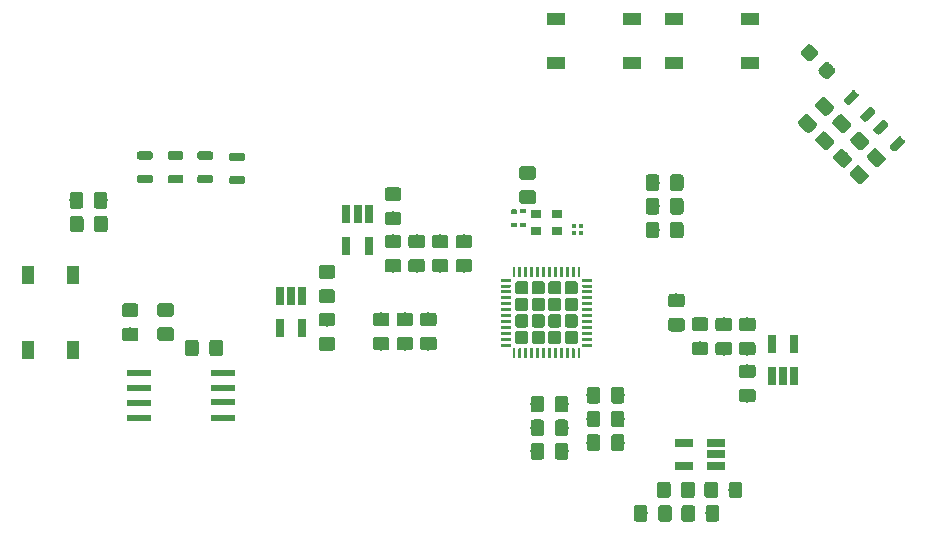
<source format=gtp>
G04 #@! TF.GenerationSoftware,KiCad,Pcbnew,(5.0.1)-3*
G04 #@! TF.CreationDate,2018-12-25T10:08:42+08:00*
G04 #@! TF.ProjectId,tomu-fpga,746F6D752D667067612E6B696361645F,EVT3*
G04 #@! TF.SameCoordinates,Original*
G04 #@! TF.FileFunction,Paste,Top*
G04 #@! TF.FilePolarity,Positive*
%FSLAX46Y46*%
G04 Gerber Fmt 4.6, Leading zero omitted, Abs format (unit mm)*
G04 Created by KiCad (PCBNEW (5.0.1)-3) date 12/25/18 10:08:42*
%MOMM*%
%LPD*%
G01*
G04 APERTURE LIST*
%ADD10C,0.100000*%
%ADD11C,0.700000*%
%ADD12C,1.200000*%
%ADD13C,1.150000*%
%ADD14R,0.900000X0.800000*%
%ADD15R,1.000000X1.600000*%
%ADD16R,2.000000X0.600000*%
%ADD17R,1.600000X1.000000*%
%ADD18R,0.400000X0.400000*%
%ADD19R,0.370000X0.130000*%
%ADD20C,0.092278*%
%ADD21R,0.500000X0.350000*%
%ADD22R,0.500000X0.300000*%
%ADD23C,1.130000*%
%ADD24C,0.250000*%
%ADD25R,0.650000X1.560000*%
%ADD26R,1.560000X0.650000*%
G04 APERTURE END LIST*
D10*
G04 #@! TO.C,D8*
G36*
X103936392Y-45073331D02*
X103953380Y-45075851D01*
X103970039Y-45080023D01*
X103986209Y-45085809D01*
X104001733Y-45093152D01*
X104016464Y-45101981D01*
X104030258Y-45112211D01*
X104042983Y-45123744D01*
X104290470Y-45371231D01*
X104302003Y-45383956D01*
X104312233Y-45397750D01*
X104321062Y-45412481D01*
X104328405Y-45428005D01*
X104334191Y-45444175D01*
X104338363Y-45460834D01*
X104340883Y-45477822D01*
X104341726Y-45494975D01*
X104340883Y-45512128D01*
X104338363Y-45529116D01*
X104334191Y-45545775D01*
X104328405Y-45561945D01*
X104321062Y-45577469D01*
X104312233Y-45592200D01*
X104302003Y-45605994D01*
X104290470Y-45618719D01*
X103618719Y-46290470D01*
X103605994Y-46302003D01*
X103592200Y-46312233D01*
X103577469Y-46321062D01*
X103561945Y-46328405D01*
X103545775Y-46334191D01*
X103529116Y-46338363D01*
X103512128Y-46340883D01*
X103494975Y-46341726D01*
X103477822Y-46340883D01*
X103460834Y-46338363D01*
X103444175Y-46334191D01*
X103428005Y-46328405D01*
X103412481Y-46321062D01*
X103397750Y-46312233D01*
X103383956Y-46302003D01*
X103371231Y-46290470D01*
X103123744Y-46042983D01*
X103112211Y-46030258D01*
X103101981Y-46016464D01*
X103093152Y-46001733D01*
X103085809Y-45986209D01*
X103080023Y-45970039D01*
X103075851Y-45953380D01*
X103073331Y-45936392D01*
X103072488Y-45919239D01*
X103073331Y-45902086D01*
X103075851Y-45885098D01*
X103080023Y-45868439D01*
X103085809Y-45852269D01*
X103093152Y-45836745D01*
X103101981Y-45822014D01*
X103112211Y-45808220D01*
X103123744Y-45795495D01*
X103795495Y-45123744D01*
X103808220Y-45112211D01*
X103822014Y-45101981D01*
X103836745Y-45093152D01*
X103852269Y-45085809D01*
X103868439Y-45080023D01*
X103885098Y-45075851D01*
X103902086Y-45073331D01*
X103919239Y-45072488D01*
X103936392Y-45073331D01*
X103936392Y-45073331D01*
G37*
D11*
X103707107Y-45707107D03*
D10*
G36*
X102522178Y-43659117D02*
X102539166Y-43661637D01*
X102555825Y-43665809D01*
X102571995Y-43671595D01*
X102587519Y-43678938D01*
X102602250Y-43687767D01*
X102616044Y-43697997D01*
X102628769Y-43709530D01*
X102876256Y-43957017D01*
X102887789Y-43969742D01*
X102898019Y-43983536D01*
X102906848Y-43998267D01*
X102914191Y-44013791D01*
X102919977Y-44029961D01*
X102924149Y-44046620D01*
X102926669Y-44063608D01*
X102927512Y-44080761D01*
X102926669Y-44097914D01*
X102924149Y-44114902D01*
X102919977Y-44131561D01*
X102914191Y-44147731D01*
X102906848Y-44163255D01*
X102898019Y-44177986D01*
X102887789Y-44191780D01*
X102876256Y-44204505D01*
X102204505Y-44876256D01*
X102191780Y-44887789D01*
X102177986Y-44898019D01*
X102163255Y-44906848D01*
X102147731Y-44914191D01*
X102131561Y-44919977D01*
X102114902Y-44924149D01*
X102097914Y-44926669D01*
X102080761Y-44927512D01*
X102063608Y-44926669D01*
X102046620Y-44924149D01*
X102029961Y-44919977D01*
X102013791Y-44914191D01*
X101998267Y-44906848D01*
X101983536Y-44898019D01*
X101969742Y-44887789D01*
X101957017Y-44876256D01*
X101709530Y-44628769D01*
X101697997Y-44616044D01*
X101687767Y-44602250D01*
X101678938Y-44587519D01*
X101671595Y-44571995D01*
X101665809Y-44555825D01*
X101661637Y-44539166D01*
X101659117Y-44522178D01*
X101658274Y-44505025D01*
X101659117Y-44487872D01*
X101661637Y-44470884D01*
X101665809Y-44454225D01*
X101671595Y-44438055D01*
X101678938Y-44422531D01*
X101687767Y-44407800D01*
X101697997Y-44394006D01*
X101709530Y-44381281D01*
X102381281Y-43709530D01*
X102394006Y-43697997D01*
X102407800Y-43687767D01*
X102422531Y-43678938D01*
X102438055Y-43671595D01*
X102454225Y-43665809D01*
X102470884Y-43661637D01*
X102487872Y-43659117D01*
X102505025Y-43658274D01*
X102522178Y-43659117D01*
X102522178Y-43659117D01*
G37*
D11*
X102292893Y-44292893D03*
G04 #@! TD*
D10*
G04 #@! TO.C,D6*
G36*
X97771867Y-38769643D02*
X97800989Y-38773962D01*
X97829547Y-38781116D01*
X97857267Y-38791034D01*
X97883881Y-38803622D01*
X97909133Y-38818757D01*
X97932780Y-38836295D01*
X97954594Y-38856066D01*
X98378858Y-39280330D01*
X98398629Y-39302144D01*
X98416167Y-39325791D01*
X98431302Y-39351043D01*
X98443890Y-39377657D01*
X98453808Y-39405377D01*
X98460962Y-39433935D01*
X98465281Y-39463057D01*
X98466726Y-39492462D01*
X98465281Y-39521867D01*
X98460962Y-39550989D01*
X98453808Y-39579547D01*
X98443890Y-39607267D01*
X98431302Y-39633881D01*
X98416167Y-39659133D01*
X98398629Y-39682780D01*
X98378858Y-39704594D01*
X97954594Y-40128858D01*
X97932780Y-40148629D01*
X97909133Y-40166167D01*
X97883881Y-40181302D01*
X97857267Y-40193890D01*
X97829547Y-40203808D01*
X97800989Y-40210962D01*
X97771867Y-40215281D01*
X97742462Y-40216726D01*
X97713057Y-40215281D01*
X97683935Y-40210962D01*
X97655377Y-40203808D01*
X97627657Y-40193890D01*
X97601043Y-40181302D01*
X97575791Y-40166167D01*
X97552144Y-40148629D01*
X97530330Y-40128858D01*
X97106066Y-39704594D01*
X97086295Y-39682780D01*
X97068757Y-39659133D01*
X97053622Y-39633881D01*
X97041034Y-39607267D01*
X97031116Y-39579547D01*
X97023962Y-39550989D01*
X97019643Y-39521867D01*
X97018198Y-39492462D01*
X97019643Y-39463057D01*
X97023962Y-39433935D01*
X97031116Y-39405377D01*
X97041034Y-39377657D01*
X97053622Y-39351043D01*
X97068757Y-39325791D01*
X97086295Y-39302144D01*
X97106066Y-39280330D01*
X97530330Y-38856066D01*
X97552144Y-38836295D01*
X97575791Y-38818757D01*
X97601043Y-38803622D01*
X97627657Y-38791034D01*
X97655377Y-38781116D01*
X97683935Y-38773962D01*
X97713057Y-38769643D01*
X97742462Y-38768198D01*
X97771867Y-38769643D01*
X97771867Y-38769643D01*
G37*
D12*
X97742462Y-39492462D03*
D10*
G36*
X96286943Y-37284719D02*
X96316065Y-37289038D01*
X96344623Y-37296192D01*
X96372343Y-37306110D01*
X96398957Y-37318698D01*
X96424209Y-37333833D01*
X96447856Y-37351371D01*
X96469670Y-37371142D01*
X96893934Y-37795406D01*
X96913705Y-37817220D01*
X96931243Y-37840867D01*
X96946378Y-37866119D01*
X96958966Y-37892733D01*
X96968884Y-37920453D01*
X96976038Y-37949011D01*
X96980357Y-37978133D01*
X96981802Y-38007538D01*
X96980357Y-38036943D01*
X96976038Y-38066065D01*
X96968884Y-38094623D01*
X96958966Y-38122343D01*
X96946378Y-38148957D01*
X96931243Y-38174209D01*
X96913705Y-38197856D01*
X96893934Y-38219670D01*
X96469670Y-38643934D01*
X96447856Y-38663705D01*
X96424209Y-38681243D01*
X96398957Y-38696378D01*
X96372343Y-38708966D01*
X96344623Y-38718884D01*
X96316065Y-38726038D01*
X96286943Y-38730357D01*
X96257538Y-38731802D01*
X96228133Y-38730357D01*
X96199011Y-38726038D01*
X96170453Y-38718884D01*
X96142733Y-38708966D01*
X96116119Y-38696378D01*
X96090867Y-38681243D01*
X96067220Y-38663705D01*
X96045406Y-38643934D01*
X95621142Y-38219670D01*
X95601371Y-38197856D01*
X95583833Y-38174209D01*
X95568698Y-38148957D01*
X95556110Y-38122343D01*
X95546192Y-38094623D01*
X95539038Y-38066065D01*
X95534719Y-38036943D01*
X95533274Y-38007538D01*
X95534719Y-37978133D01*
X95539038Y-37949011D01*
X95546192Y-37920453D01*
X95556110Y-37892733D01*
X95568698Y-37866119D01*
X95583833Y-37840867D01*
X95601371Y-37817220D01*
X95621142Y-37795406D01*
X96045406Y-37371142D01*
X96067220Y-37351371D01*
X96090867Y-37333833D01*
X96116119Y-37318698D01*
X96142733Y-37306110D01*
X96170453Y-37296192D01*
X96199011Y-37289038D01*
X96228133Y-37284719D01*
X96257538Y-37283274D01*
X96286943Y-37284719D01*
X96286943Y-37284719D01*
G37*
D12*
X96257538Y-38007538D03*
G04 #@! TD*
D10*
G04 #@! TO.C,D2*
G36*
X40492153Y-48350843D02*
X40509141Y-48353363D01*
X40525800Y-48357535D01*
X40541970Y-48363321D01*
X40557494Y-48370664D01*
X40572225Y-48379493D01*
X40586019Y-48389723D01*
X40598744Y-48401256D01*
X40610277Y-48413981D01*
X40620507Y-48427775D01*
X40629336Y-48442506D01*
X40636679Y-48458030D01*
X40642465Y-48474200D01*
X40646637Y-48490859D01*
X40649157Y-48507847D01*
X40650000Y-48525000D01*
X40650000Y-48875000D01*
X40649157Y-48892153D01*
X40646637Y-48909141D01*
X40642465Y-48925800D01*
X40636679Y-48941970D01*
X40629336Y-48957494D01*
X40620507Y-48972225D01*
X40610277Y-48986019D01*
X40598744Y-48998744D01*
X40586019Y-49010277D01*
X40572225Y-49020507D01*
X40557494Y-49029336D01*
X40541970Y-49036679D01*
X40525800Y-49042465D01*
X40509141Y-49046637D01*
X40492153Y-49049157D01*
X40475000Y-49050000D01*
X39525000Y-49050000D01*
X39507847Y-49049157D01*
X39490859Y-49046637D01*
X39474200Y-49042465D01*
X39458030Y-49036679D01*
X39442506Y-49029336D01*
X39427775Y-49020507D01*
X39413981Y-49010277D01*
X39401256Y-48998744D01*
X39389723Y-48986019D01*
X39379493Y-48972225D01*
X39370664Y-48957494D01*
X39363321Y-48941970D01*
X39357535Y-48925800D01*
X39353363Y-48909141D01*
X39350843Y-48892153D01*
X39350000Y-48875000D01*
X39350000Y-48525000D01*
X39350843Y-48507847D01*
X39353363Y-48490859D01*
X39357535Y-48474200D01*
X39363321Y-48458030D01*
X39370664Y-48442506D01*
X39379493Y-48427775D01*
X39389723Y-48413981D01*
X39401256Y-48401256D01*
X39413981Y-48389723D01*
X39427775Y-48379493D01*
X39442506Y-48370664D01*
X39458030Y-48363321D01*
X39474200Y-48357535D01*
X39490859Y-48353363D01*
X39507847Y-48350843D01*
X39525000Y-48350000D01*
X40475000Y-48350000D01*
X40492153Y-48350843D01*
X40492153Y-48350843D01*
G37*
D11*
X40000000Y-48700000D03*
D10*
G36*
X40492153Y-46350843D02*
X40509141Y-46353363D01*
X40525800Y-46357535D01*
X40541970Y-46363321D01*
X40557494Y-46370664D01*
X40572225Y-46379493D01*
X40586019Y-46389723D01*
X40598744Y-46401256D01*
X40610277Y-46413981D01*
X40620507Y-46427775D01*
X40629336Y-46442506D01*
X40636679Y-46458030D01*
X40642465Y-46474200D01*
X40646637Y-46490859D01*
X40649157Y-46507847D01*
X40650000Y-46525000D01*
X40650000Y-46875000D01*
X40649157Y-46892153D01*
X40646637Y-46909141D01*
X40642465Y-46925800D01*
X40636679Y-46941970D01*
X40629336Y-46957494D01*
X40620507Y-46972225D01*
X40610277Y-46986019D01*
X40598744Y-46998744D01*
X40586019Y-47010277D01*
X40572225Y-47020507D01*
X40557494Y-47029336D01*
X40541970Y-47036679D01*
X40525800Y-47042465D01*
X40509141Y-47046637D01*
X40492153Y-47049157D01*
X40475000Y-47050000D01*
X39525000Y-47050000D01*
X39507847Y-47049157D01*
X39490859Y-47046637D01*
X39474200Y-47042465D01*
X39458030Y-47036679D01*
X39442506Y-47029336D01*
X39427775Y-47020507D01*
X39413981Y-47010277D01*
X39401256Y-46998744D01*
X39389723Y-46986019D01*
X39379493Y-46972225D01*
X39370664Y-46957494D01*
X39363321Y-46941970D01*
X39357535Y-46925800D01*
X39353363Y-46909141D01*
X39350843Y-46892153D01*
X39350000Y-46875000D01*
X39350000Y-46525000D01*
X39350843Y-46507847D01*
X39353363Y-46490859D01*
X39357535Y-46474200D01*
X39363321Y-46458030D01*
X39370664Y-46442506D01*
X39379493Y-46427775D01*
X39389723Y-46413981D01*
X39401256Y-46401256D01*
X39413981Y-46389723D01*
X39427775Y-46379493D01*
X39442506Y-46370664D01*
X39458030Y-46363321D01*
X39474200Y-46357535D01*
X39490859Y-46353363D01*
X39507847Y-46350843D01*
X39525000Y-46350000D01*
X40475000Y-46350000D01*
X40492153Y-46350843D01*
X40492153Y-46350843D01*
G37*
D11*
X40000000Y-46700000D03*
G04 #@! TD*
D10*
G04 #@! TO.C,D3*
G36*
X43092153Y-48350843D02*
X43109141Y-48353363D01*
X43125800Y-48357535D01*
X43141970Y-48363321D01*
X43157494Y-48370664D01*
X43172225Y-48379493D01*
X43186019Y-48389723D01*
X43198744Y-48401256D01*
X43210277Y-48413981D01*
X43220507Y-48427775D01*
X43229336Y-48442506D01*
X43236679Y-48458030D01*
X43242465Y-48474200D01*
X43246637Y-48490859D01*
X43249157Y-48507847D01*
X43250000Y-48525000D01*
X43250000Y-48875000D01*
X43249157Y-48892153D01*
X43246637Y-48909141D01*
X43242465Y-48925800D01*
X43236679Y-48941970D01*
X43229336Y-48957494D01*
X43220507Y-48972225D01*
X43210277Y-48986019D01*
X43198744Y-48998744D01*
X43186019Y-49010277D01*
X43172225Y-49020507D01*
X43157494Y-49029336D01*
X43141970Y-49036679D01*
X43125800Y-49042465D01*
X43109141Y-49046637D01*
X43092153Y-49049157D01*
X43075000Y-49050000D01*
X42125000Y-49050000D01*
X42107847Y-49049157D01*
X42090859Y-49046637D01*
X42074200Y-49042465D01*
X42058030Y-49036679D01*
X42042506Y-49029336D01*
X42027775Y-49020507D01*
X42013981Y-49010277D01*
X42001256Y-48998744D01*
X41989723Y-48986019D01*
X41979493Y-48972225D01*
X41970664Y-48957494D01*
X41963321Y-48941970D01*
X41957535Y-48925800D01*
X41953363Y-48909141D01*
X41950843Y-48892153D01*
X41950000Y-48875000D01*
X41950000Y-48525000D01*
X41950843Y-48507847D01*
X41953363Y-48490859D01*
X41957535Y-48474200D01*
X41963321Y-48458030D01*
X41970664Y-48442506D01*
X41979493Y-48427775D01*
X41989723Y-48413981D01*
X42001256Y-48401256D01*
X42013981Y-48389723D01*
X42027775Y-48379493D01*
X42042506Y-48370664D01*
X42058030Y-48363321D01*
X42074200Y-48357535D01*
X42090859Y-48353363D01*
X42107847Y-48350843D01*
X42125000Y-48350000D01*
X43075000Y-48350000D01*
X43092153Y-48350843D01*
X43092153Y-48350843D01*
G37*
D11*
X42600000Y-48700000D03*
D10*
G36*
X43092153Y-46350843D02*
X43109141Y-46353363D01*
X43125800Y-46357535D01*
X43141970Y-46363321D01*
X43157494Y-46370664D01*
X43172225Y-46379493D01*
X43186019Y-46389723D01*
X43198744Y-46401256D01*
X43210277Y-46413981D01*
X43220507Y-46427775D01*
X43229336Y-46442506D01*
X43236679Y-46458030D01*
X43242465Y-46474200D01*
X43246637Y-46490859D01*
X43249157Y-46507847D01*
X43250000Y-46525000D01*
X43250000Y-46875000D01*
X43249157Y-46892153D01*
X43246637Y-46909141D01*
X43242465Y-46925800D01*
X43236679Y-46941970D01*
X43229336Y-46957494D01*
X43220507Y-46972225D01*
X43210277Y-46986019D01*
X43198744Y-46998744D01*
X43186019Y-47010277D01*
X43172225Y-47020507D01*
X43157494Y-47029336D01*
X43141970Y-47036679D01*
X43125800Y-47042465D01*
X43109141Y-47046637D01*
X43092153Y-47049157D01*
X43075000Y-47050000D01*
X42125000Y-47050000D01*
X42107847Y-47049157D01*
X42090859Y-47046637D01*
X42074200Y-47042465D01*
X42058030Y-47036679D01*
X42042506Y-47029336D01*
X42027775Y-47020507D01*
X42013981Y-47010277D01*
X42001256Y-46998744D01*
X41989723Y-46986019D01*
X41979493Y-46972225D01*
X41970664Y-46957494D01*
X41963321Y-46941970D01*
X41957535Y-46925800D01*
X41953363Y-46909141D01*
X41950843Y-46892153D01*
X41950000Y-46875000D01*
X41950000Y-46525000D01*
X41950843Y-46507847D01*
X41953363Y-46490859D01*
X41957535Y-46474200D01*
X41963321Y-46458030D01*
X41970664Y-46442506D01*
X41979493Y-46427775D01*
X41989723Y-46413981D01*
X42001256Y-46401256D01*
X42013981Y-46389723D01*
X42027775Y-46379493D01*
X42042506Y-46370664D01*
X42058030Y-46363321D01*
X42074200Y-46357535D01*
X42090859Y-46353363D01*
X42107847Y-46350843D01*
X42125000Y-46350000D01*
X43075000Y-46350000D01*
X43092153Y-46350843D01*
X43092153Y-46350843D01*
G37*
D11*
X42600000Y-46700000D03*
G04 #@! TD*
D10*
G04 #@! TO.C,D4*
G36*
X45592153Y-48350843D02*
X45609141Y-48353363D01*
X45625800Y-48357535D01*
X45641970Y-48363321D01*
X45657494Y-48370664D01*
X45672225Y-48379493D01*
X45686019Y-48389723D01*
X45698744Y-48401256D01*
X45710277Y-48413981D01*
X45720507Y-48427775D01*
X45729336Y-48442506D01*
X45736679Y-48458030D01*
X45742465Y-48474200D01*
X45746637Y-48490859D01*
X45749157Y-48507847D01*
X45750000Y-48525000D01*
X45750000Y-48875000D01*
X45749157Y-48892153D01*
X45746637Y-48909141D01*
X45742465Y-48925800D01*
X45736679Y-48941970D01*
X45729336Y-48957494D01*
X45720507Y-48972225D01*
X45710277Y-48986019D01*
X45698744Y-48998744D01*
X45686019Y-49010277D01*
X45672225Y-49020507D01*
X45657494Y-49029336D01*
X45641970Y-49036679D01*
X45625800Y-49042465D01*
X45609141Y-49046637D01*
X45592153Y-49049157D01*
X45575000Y-49050000D01*
X44625000Y-49050000D01*
X44607847Y-49049157D01*
X44590859Y-49046637D01*
X44574200Y-49042465D01*
X44558030Y-49036679D01*
X44542506Y-49029336D01*
X44527775Y-49020507D01*
X44513981Y-49010277D01*
X44501256Y-48998744D01*
X44489723Y-48986019D01*
X44479493Y-48972225D01*
X44470664Y-48957494D01*
X44463321Y-48941970D01*
X44457535Y-48925800D01*
X44453363Y-48909141D01*
X44450843Y-48892153D01*
X44450000Y-48875000D01*
X44450000Y-48525000D01*
X44450843Y-48507847D01*
X44453363Y-48490859D01*
X44457535Y-48474200D01*
X44463321Y-48458030D01*
X44470664Y-48442506D01*
X44479493Y-48427775D01*
X44489723Y-48413981D01*
X44501256Y-48401256D01*
X44513981Y-48389723D01*
X44527775Y-48379493D01*
X44542506Y-48370664D01*
X44558030Y-48363321D01*
X44574200Y-48357535D01*
X44590859Y-48353363D01*
X44607847Y-48350843D01*
X44625000Y-48350000D01*
X45575000Y-48350000D01*
X45592153Y-48350843D01*
X45592153Y-48350843D01*
G37*
D11*
X45100000Y-48700000D03*
D10*
G36*
X45592153Y-46350843D02*
X45609141Y-46353363D01*
X45625800Y-46357535D01*
X45641970Y-46363321D01*
X45657494Y-46370664D01*
X45672225Y-46379493D01*
X45686019Y-46389723D01*
X45698744Y-46401256D01*
X45710277Y-46413981D01*
X45720507Y-46427775D01*
X45729336Y-46442506D01*
X45736679Y-46458030D01*
X45742465Y-46474200D01*
X45746637Y-46490859D01*
X45749157Y-46507847D01*
X45750000Y-46525000D01*
X45750000Y-46875000D01*
X45749157Y-46892153D01*
X45746637Y-46909141D01*
X45742465Y-46925800D01*
X45736679Y-46941970D01*
X45729336Y-46957494D01*
X45720507Y-46972225D01*
X45710277Y-46986019D01*
X45698744Y-46998744D01*
X45686019Y-47010277D01*
X45672225Y-47020507D01*
X45657494Y-47029336D01*
X45641970Y-47036679D01*
X45625800Y-47042465D01*
X45609141Y-47046637D01*
X45592153Y-47049157D01*
X45575000Y-47050000D01*
X44625000Y-47050000D01*
X44607847Y-47049157D01*
X44590859Y-47046637D01*
X44574200Y-47042465D01*
X44558030Y-47036679D01*
X44542506Y-47029336D01*
X44527775Y-47020507D01*
X44513981Y-47010277D01*
X44501256Y-46998744D01*
X44489723Y-46986019D01*
X44479493Y-46972225D01*
X44470664Y-46957494D01*
X44463321Y-46941970D01*
X44457535Y-46925800D01*
X44453363Y-46909141D01*
X44450843Y-46892153D01*
X44450000Y-46875000D01*
X44450000Y-46525000D01*
X44450843Y-46507847D01*
X44453363Y-46490859D01*
X44457535Y-46474200D01*
X44463321Y-46458030D01*
X44470664Y-46442506D01*
X44479493Y-46427775D01*
X44489723Y-46413981D01*
X44501256Y-46401256D01*
X44513981Y-46389723D01*
X44527775Y-46379493D01*
X44542506Y-46370664D01*
X44558030Y-46363321D01*
X44574200Y-46357535D01*
X44590859Y-46353363D01*
X44607847Y-46350843D01*
X44625000Y-46350000D01*
X45575000Y-46350000D01*
X45592153Y-46350843D01*
X45592153Y-46350843D01*
G37*
D11*
X45100000Y-46700000D03*
G04 #@! TD*
D10*
G04 #@! TO.C,D5*
G36*
X48292153Y-48450843D02*
X48309141Y-48453363D01*
X48325800Y-48457535D01*
X48341970Y-48463321D01*
X48357494Y-48470664D01*
X48372225Y-48479493D01*
X48386019Y-48489723D01*
X48398744Y-48501256D01*
X48410277Y-48513981D01*
X48420507Y-48527775D01*
X48429336Y-48542506D01*
X48436679Y-48558030D01*
X48442465Y-48574200D01*
X48446637Y-48590859D01*
X48449157Y-48607847D01*
X48450000Y-48625000D01*
X48450000Y-48975000D01*
X48449157Y-48992153D01*
X48446637Y-49009141D01*
X48442465Y-49025800D01*
X48436679Y-49041970D01*
X48429336Y-49057494D01*
X48420507Y-49072225D01*
X48410277Y-49086019D01*
X48398744Y-49098744D01*
X48386019Y-49110277D01*
X48372225Y-49120507D01*
X48357494Y-49129336D01*
X48341970Y-49136679D01*
X48325800Y-49142465D01*
X48309141Y-49146637D01*
X48292153Y-49149157D01*
X48275000Y-49150000D01*
X47325000Y-49150000D01*
X47307847Y-49149157D01*
X47290859Y-49146637D01*
X47274200Y-49142465D01*
X47258030Y-49136679D01*
X47242506Y-49129336D01*
X47227775Y-49120507D01*
X47213981Y-49110277D01*
X47201256Y-49098744D01*
X47189723Y-49086019D01*
X47179493Y-49072225D01*
X47170664Y-49057494D01*
X47163321Y-49041970D01*
X47157535Y-49025800D01*
X47153363Y-49009141D01*
X47150843Y-48992153D01*
X47150000Y-48975000D01*
X47150000Y-48625000D01*
X47150843Y-48607847D01*
X47153363Y-48590859D01*
X47157535Y-48574200D01*
X47163321Y-48558030D01*
X47170664Y-48542506D01*
X47179493Y-48527775D01*
X47189723Y-48513981D01*
X47201256Y-48501256D01*
X47213981Y-48489723D01*
X47227775Y-48479493D01*
X47242506Y-48470664D01*
X47258030Y-48463321D01*
X47274200Y-48457535D01*
X47290859Y-48453363D01*
X47307847Y-48450843D01*
X47325000Y-48450000D01*
X48275000Y-48450000D01*
X48292153Y-48450843D01*
X48292153Y-48450843D01*
G37*
D11*
X47800000Y-48800000D03*
D10*
G36*
X48292153Y-46450843D02*
X48309141Y-46453363D01*
X48325800Y-46457535D01*
X48341970Y-46463321D01*
X48357494Y-46470664D01*
X48372225Y-46479493D01*
X48386019Y-46489723D01*
X48398744Y-46501256D01*
X48410277Y-46513981D01*
X48420507Y-46527775D01*
X48429336Y-46542506D01*
X48436679Y-46558030D01*
X48442465Y-46574200D01*
X48446637Y-46590859D01*
X48449157Y-46607847D01*
X48450000Y-46625000D01*
X48450000Y-46975000D01*
X48449157Y-46992153D01*
X48446637Y-47009141D01*
X48442465Y-47025800D01*
X48436679Y-47041970D01*
X48429336Y-47057494D01*
X48420507Y-47072225D01*
X48410277Y-47086019D01*
X48398744Y-47098744D01*
X48386019Y-47110277D01*
X48372225Y-47120507D01*
X48357494Y-47129336D01*
X48341970Y-47136679D01*
X48325800Y-47142465D01*
X48309141Y-47146637D01*
X48292153Y-47149157D01*
X48275000Y-47150000D01*
X47325000Y-47150000D01*
X47307847Y-47149157D01*
X47290859Y-47146637D01*
X47274200Y-47142465D01*
X47258030Y-47136679D01*
X47242506Y-47129336D01*
X47227775Y-47120507D01*
X47213981Y-47110277D01*
X47201256Y-47098744D01*
X47189723Y-47086019D01*
X47179493Y-47072225D01*
X47170664Y-47057494D01*
X47163321Y-47041970D01*
X47157535Y-47025800D01*
X47153363Y-47009141D01*
X47150843Y-46992153D01*
X47150000Y-46975000D01*
X47150000Y-46625000D01*
X47150843Y-46607847D01*
X47153363Y-46590859D01*
X47157535Y-46574200D01*
X47163321Y-46558030D01*
X47170664Y-46542506D01*
X47179493Y-46527775D01*
X47189723Y-46513981D01*
X47201256Y-46501256D01*
X47213981Y-46489723D01*
X47227775Y-46479493D01*
X47242506Y-46470664D01*
X47258030Y-46463321D01*
X47274200Y-46457535D01*
X47290859Y-46453363D01*
X47307847Y-46450843D01*
X47325000Y-46450000D01*
X48275000Y-46450000D01*
X48292153Y-46450843D01*
X48292153Y-46450843D01*
G37*
D11*
X47800000Y-46800000D03*
G04 #@! TD*
D10*
G04 #@! TO.C,D7*
G36*
X101436392Y-42573331D02*
X101453380Y-42575851D01*
X101470039Y-42580023D01*
X101486209Y-42585809D01*
X101501733Y-42593152D01*
X101516464Y-42601981D01*
X101530258Y-42612211D01*
X101542983Y-42623744D01*
X101790470Y-42871231D01*
X101802003Y-42883956D01*
X101812233Y-42897750D01*
X101821062Y-42912481D01*
X101828405Y-42928005D01*
X101834191Y-42944175D01*
X101838363Y-42960834D01*
X101840883Y-42977822D01*
X101841726Y-42994975D01*
X101840883Y-43012128D01*
X101838363Y-43029116D01*
X101834191Y-43045775D01*
X101828405Y-43061945D01*
X101821062Y-43077469D01*
X101812233Y-43092200D01*
X101802003Y-43105994D01*
X101790470Y-43118719D01*
X101118719Y-43790470D01*
X101105994Y-43802003D01*
X101092200Y-43812233D01*
X101077469Y-43821062D01*
X101061945Y-43828405D01*
X101045775Y-43834191D01*
X101029116Y-43838363D01*
X101012128Y-43840883D01*
X100994975Y-43841726D01*
X100977822Y-43840883D01*
X100960834Y-43838363D01*
X100944175Y-43834191D01*
X100928005Y-43828405D01*
X100912481Y-43821062D01*
X100897750Y-43812233D01*
X100883956Y-43802003D01*
X100871231Y-43790470D01*
X100623744Y-43542983D01*
X100612211Y-43530258D01*
X100601981Y-43516464D01*
X100593152Y-43501733D01*
X100585809Y-43486209D01*
X100580023Y-43470039D01*
X100575851Y-43453380D01*
X100573331Y-43436392D01*
X100572488Y-43419239D01*
X100573331Y-43402086D01*
X100575851Y-43385098D01*
X100580023Y-43368439D01*
X100585809Y-43352269D01*
X100593152Y-43336745D01*
X100601981Y-43322014D01*
X100612211Y-43308220D01*
X100623744Y-43295495D01*
X101295495Y-42623744D01*
X101308220Y-42612211D01*
X101322014Y-42601981D01*
X101336745Y-42593152D01*
X101352269Y-42585809D01*
X101368439Y-42580023D01*
X101385098Y-42575851D01*
X101402086Y-42573331D01*
X101419239Y-42572488D01*
X101436392Y-42573331D01*
X101436392Y-42573331D01*
G37*
D11*
X101207107Y-43207107D03*
D10*
G36*
X100022178Y-41159117D02*
X100039166Y-41161637D01*
X100055825Y-41165809D01*
X100071995Y-41171595D01*
X100087519Y-41178938D01*
X100102250Y-41187767D01*
X100116044Y-41197997D01*
X100128769Y-41209530D01*
X100376256Y-41457017D01*
X100387789Y-41469742D01*
X100398019Y-41483536D01*
X100406848Y-41498267D01*
X100414191Y-41513791D01*
X100419977Y-41529961D01*
X100424149Y-41546620D01*
X100426669Y-41563608D01*
X100427512Y-41580761D01*
X100426669Y-41597914D01*
X100424149Y-41614902D01*
X100419977Y-41631561D01*
X100414191Y-41647731D01*
X100406848Y-41663255D01*
X100398019Y-41677986D01*
X100387789Y-41691780D01*
X100376256Y-41704505D01*
X99704505Y-42376256D01*
X99691780Y-42387789D01*
X99677986Y-42398019D01*
X99663255Y-42406848D01*
X99647731Y-42414191D01*
X99631561Y-42419977D01*
X99614902Y-42424149D01*
X99597914Y-42426669D01*
X99580761Y-42427512D01*
X99563608Y-42426669D01*
X99546620Y-42424149D01*
X99529961Y-42419977D01*
X99513791Y-42414191D01*
X99498267Y-42406848D01*
X99483536Y-42398019D01*
X99469742Y-42387789D01*
X99457017Y-42376256D01*
X99209530Y-42128769D01*
X99197997Y-42116044D01*
X99187767Y-42102250D01*
X99178938Y-42087519D01*
X99171595Y-42071995D01*
X99165809Y-42055825D01*
X99161637Y-42039166D01*
X99159117Y-42022178D01*
X99158274Y-42005025D01*
X99159117Y-41987872D01*
X99161637Y-41970884D01*
X99165809Y-41954225D01*
X99171595Y-41938055D01*
X99178938Y-41922531D01*
X99187767Y-41907800D01*
X99197997Y-41894006D01*
X99209530Y-41881281D01*
X99881281Y-41209530D01*
X99894006Y-41197997D01*
X99907800Y-41187767D01*
X99922531Y-41178938D01*
X99938055Y-41171595D01*
X99954225Y-41165809D01*
X99970884Y-41161637D01*
X99987872Y-41159117D01*
X100005025Y-41158274D01*
X100022178Y-41159117D01*
X100022178Y-41159117D01*
G37*
D11*
X99792893Y-41792893D03*
G04 #@! TD*
D10*
G04 #@! TO.C,R13*
G36*
X39224505Y-61271204D02*
X39248773Y-61274804D01*
X39272572Y-61280765D01*
X39295671Y-61289030D01*
X39317850Y-61299520D01*
X39338893Y-61312132D01*
X39358599Y-61326747D01*
X39376777Y-61343223D01*
X39393253Y-61361401D01*
X39407868Y-61381107D01*
X39420480Y-61402150D01*
X39430970Y-61424329D01*
X39439235Y-61447428D01*
X39445196Y-61471227D01*
X39448796Y-61495495D01*
X39450000Y-61519999D01*
X39450000Y-62170001D01*
X39448796Y-62194505D01*
X39445196Y-62218773D01*
X39439235Y-62242572D01*
X39430970Y-62265671D01*
X39420480Y-62287850D01*
X39407868Y-62308893D01*
X39393253Y-62328599D01*
X39376777Y-62346777D01*
X39358599Y-62363253D01*
X39338893Y-62377868D01*
X39317850Y-62390480D01*
X39295671Y-62400970D01*
X39272572Y-62409235D01*
X39248773Y-62415196D01*
X39224505Y-62418796D01*
X39200001Y-62420000D01*
X38299999Y-62420000D01*
X38275495Y-62418796D01*
X38251227Y-62415196D01*
X38227428Y-62409235D01*
X38204329Y-62400970D01*
X38182150Y-62390480D01*
X38161107Y-62377868D01*
X38141401Y-62363253D01*
X38123223Y-62346777D01*
X38106747Y-62328599D01*
X38092132Y-62308893D01*
X38079520Y-62287850D01*
X38069030Y-62265671D01*
X38060765Y-62242572D01*
X38054804Y-62218773D01*
X38051204Y-62194505D01*
X38050000Y-62170001D01*
X38050000Y-61519999D01*
X38051204Y-61495495D01*
X38054804Y-61471227D01*
X38060765Y-61447428D01*
X38069030Y-61424329D01*
X38079520Y-61402150D01*
X38092132Y-61381107D01*
X38106747Y-61361401D01*
X38123223Y-61343223D01*
X38141401Y-61326747D01*
X38161107Y-61312132D01*
X38182150Y-61299520D01*
X38204329Y-61289030D01*
X38227428Y-61280765D01*
X38251227Y-61274804D01*
X38275495Y-61271204D01*
X38299999Y-61270000D01*
X39200001Y-61270000D01*
X39224505Y-61271204D01*
X39224505Y-61271204D01*
G37*
D13*
X38750000Y-61845000D03*
D10*
G36*
X39224505Y-59221204D02*
X39248773Y-59224804D01*
X39272572Y-59230765D01*
X39295671Y-59239030D01*
X39317850Y-59249520D01*
X39338893Y-59262132D01*
X39358599Y-59276747D01*
X39376777Y-59293223D01*
X39393253Y-59311401D01*
X39407868Y-59331107D01*
X39420480Y-59352150D01*
X39430970Y-59374329D01*
X39439235Y-59397428D01*
X39445196Y-59421227D01*
X39448796Y-59445495D01*
X39450000Y-59469999D01*
X39450000Y-60120001D01*
X39448796Y-60144505D01*
X39445196Y-60168773D01*
X39439235Y-60192572D01*
X39430970Y-60215671D01*
X39420480Y-60237850D01*
X39407868Y-60258893D01*
X39393253Y-60278599D01*
X39376777Y-60296777D01*
X39358599Y-60313253D01*
X39338893Y-60327868D01*
X39317850Y-60340480D01*
X39295671Y-60350970D01*
X39272572Y-60359235D01*
X39248773Y-60365196D01*
X39224505Y-60368796D01*
X39200001Y-60370000D01*
X38299999Y-60370000D01*
X38275495Y-60368796D01*
X38251227Y-60365196D01*
X38227428Y-60359235D01*
X38204329Y-60350970D01*
X38182150Y-60340480D01*
X38161107Y-60327868D01*
X38141401Y-60313253D01*
X38123223Y-60296777D01*
X38106747Y-60278599D01*
X38092132Y-60258893D01*
X38079520Y-60237850D01*
X38069030Y-60215671D01*
X38060765Y-60192572D01*
X38054804Y-60168773D01*
X38051204Y-60144505D01*
X38050000Y-60120001D01*
X38050000Y-59469999D01*
X38051204Y-59445495D01*
X38054804Y-59421227D01*
X38060765Y-59397428D01*
X38069030Y-59374329D01*
X38079520Y-59352150D01*
X38092132Y-59331107D01*
X38106747Y-59311401D01*
X38123223Y-59293223D01*
X38141401Y-59276747D01*
X38161107Y-59262132D01*
X38182150Y-59249520D01*
X38204329Y-59239030D01*
X38227428Y-59230765D01*
X38251227Y-59224804D01*
X38275495Y-59221204D01*
X38299999Y-59220000D01*
X39200001Y-59220000D01*
X39224505Y-59221204D01*
X39224505Y-59221204D01*
G37*
D13*
X38750000Y-59795000D03*
G04 #@! TD*
D10*
G04 #@! TO.C,R3*
G36*
X42224505Y-59201204D02*
X42248773Y-59204804D01*
X42272572Y-59210765D01*
X42295671Y-59219030D01*
X42317850Y-59229520D01*
X42338893Y-59242132D01*
X42358599Y-59256747D01*
X42376777Y-59273223D01*
X42393253Y-59291401D01*
X42407868Y-59311107D01*
X42420480Y-59332150D01*
X42430970Y-59354329D01*
X42439235Y-59377428D01*
X42445196Y-59401227D01*
X42448796Y-59425495D01*
X42450000Y-59449999D01*
X42450000Y-60100001D01*
X42448796Y-60124505D01*
X42445196Y-60148773D01*
X42439235Y-60172572D01*
X42430970Y-60195671D01*
X42420480Y-60217850D01*
X42407868Y-60238893D01*
X42393253Y-60258599D01*
X42376777Y-60276777D01*
X42358599Y-60293253D01*
X42338893Y-60307868D01*
X42317850Y-60320480D01*
X42295671Y-60330970D01*
X42272572Y-60339235D01*
X42248773Y-60345196D01*
X42224505Y-60348796D01*
X42200001Y-60350000D01*
X41299999Y-60350000D01*
X41275495Y-60348796D01*
X41251227Y-60345196D01*
X41227428Y-60339235D01*
X41204329Y-60330970D01*
X41182150Y-60320480D01*
X41161107Y-60307868D01*
X41141401Y-60293253D01*
X41123223Y-60276777D01*
X41106747Y-60258599D01*
X41092132Y-60238893D01*
X41079520Y-60217850D01*
X41069030Y-60195671D01*
X41060765Y-60172572D01*
X41054804Y-60148773D01*
X41051204Y-60124505D01*
X41050000Y-60100001D01*
X41050000Y-59449999D01*
X41051204Y-59425495D01*
X41054804Y-59401227D01*
X41060765Y-59377428D01*
X41069030Y-59354329D01*
X41079520Y-59332150D01*
X41092132Y-59311107D01*
X41106747Y-59291401D01*
X41123223Y-59273223D01*
X41141401Y-59256747D01*
X41161107Y-59242132D01*
X41182150Y-59229520D01*
X41204329Y-59219030D01*
X41227428Y-59210765D01*
X41251227Y-59204804D01*
X41275495Y-59201204D01*
X41299999Y-59200000D01*
X42200001Y-59200000D01*
X42224505Y-59201204D01*
X42224505Y-59201204D01*
G37*
D13*
X41750000Y-59775000D03*
D10*
G36*
X42224505Y-61251204D02*
X42248773Y-61254804D01*
X42272572Y-61260765D01*
X42295671Y-61269030D01*
X42317850Y-61279520D01*
X42338893Y-61292132D01*
X42358599Y-61306747D01*
X42376777Y-61323223D01*
X42393253Y-61341401D01*
X42407868Y-61361107D01*
X42420480Y-61382150D01*
X42430970Y-61404329D01*
X42439235Y-61427428D01*
X42445196Y-61451227D01*
X42448796Y-61475495D01*
X42450000Y-61499999D01*
X42450000Y-62150001D01*
X42448796Y-62174505D01*
X42445196Y-62198773D01*
X42439235Y-62222572D01*
X42430970Y-62245671D01*
X42420480Y-62267850D01*
X42407868Y-62288893D01*
X42393253Y-62308599D01*
X42376777Y-62326777D01*
X42358599Y-62343253D01*
X42338893Y-62357868D01*
X42317850Y-62370480D01*
X42295671Y-62380970D01*
X42272572Y-62389235D01*
X42248773Y-62395196D01*
X42224505Y-62398796D01*
X42200001Y-62400000D01*
X41299999Y-62400000D01*
X41275495Y-62398796D01*
X41251227Y-62395196D01*
X41227428Y-62389235D01*
X41204329Y-62380970D01*
X41182150Y-62370480D01*
X41161107Y-62357868D01*
X41141401Y-62343253D01*
X41123223Y-62326777D01*
X41106747Y-62308599D01*
X41092132Y-62288893D01*
X41079520Y-62267850D01*
X41069030Y-62245671D01*
X41060765Y-62222572D01*
X41054804Y-62198773D01*
X41051204Y-62174505D01*
X41050000Y-62150001D01*
X41050000Y-61499999D01*
X41051204Y-61475495D01*
X41054804Y-61451227D01*
X41060765Y-61427428D01*
X41069030Y-61404329D01*
X41079520Y-61382150D01*
X41092132Y-61361107D01*
X41106747Y-61341401D01*
X41123223Y-61323223D01*
X41141401Y-61306747D01*
X41161107Y-61292132D01*
X41182150Y-61279520D01*
X41204329Y-61269030D01*
X41227428Y-61260765D01*
X41251227Y-61254804D01*
X41275495Y-61251204D01*
X41299999Y-61250000D01*
X42200001Y-61250000D01*
X42224505Y-61251204D01*
X42224505Y-61251204D01*
G37*
D13*
X41750000Y-61825000D03*
G04 #@! TD*
D14*
G04 #@! TO.C,U7*
X73075000Y-51675000D03*
X73075000Y-53125000D03*
X74925000Y-53125000D03*
X74925000Y-51675000D03*
G04 #@! TD*
D15*
G04 #@! TO.C,SW1*
X33900000Y-56800000D03*
X30100000Y-56800000D03*
X33900000Y-63200000D03*
X30100000Y-63200000D03*
G04 #@! TD*
D16*
G04 #@! TO.C,U4*
X46600000Y-65095000D03*
X39500000Y-65095000D03*
X46600000Y-66365000D03*
X39500000Y-66365000D03*
X46600000Y-67600000D03*
X39500000Y-67635000D03*
X46600000Y-68900000D03*
X39500000Y-68900000D03*
G04 #@! TD*
D17*
G04 #@! TO.C,SW3*
X91200000Y-38900000D03*
X91200000Y-35100000D03*
X84800000Y-38900000D03*
X84800000Y-35100000D03*
G04 #@! TD*
D18*
G04 #@! TO.C,U10*
X76300000Y-52700000D03*
X76900000Y-52700000D03*
X76300000Y-53300000D03*
X76900000Y-53300000D03*
G04 #@! TD*
D19*
G04 #@! TO.C,U6*
X71290000Y-51295000D03*
D20*
X71040000Y-51359000D03*
D10*
G36*
X71105000Y-51488500D02*
X70975000Y-51359500D01*
X70975000Y-51358500D01*
X71105000Y-51229500D01*
X71105000Y-51488500D01*
X71105000Y-51488500D01*
G37*
D21*
X71975000Y-51400000D03*
X71975000Y-52600000D03*
X71225000Y-52600000D03*
D22*
X71225000Y-51510000D03*
G04 #@! TD*
D10*
G04 #@! TO.C,D1*
G36*
X82324505Y-76301204D02*
X82348773Y-76304804D01*
X82372572Y-76310765D01*
X82395671Y-76319030D01*
X82417850Y-76329520D01*
X82438893Y-76342132D01*
X82458599Y-76356747D01*
X82476777Y-76373223D01*
X82493253Y-76391401D01*
X82507868Y-76411107D01*
X82520480Y-76432150D01*
X82530970Y-76454329D01*
X82539235Y-76477428D01*
X82545196Y-76501227D01*
X82548796Y-76525495D01*
X82550000Y-76549999D01*
X82550000Y-77450001D01*
X82548796Y-77474505D01*
X82545196Y-77498773D01*
X82539235Y-77522572D01*
X82530970Y-77545671D01*
X82520480Y-77567850D01*
X82507868Y-77588893D01*
X82493253Y-77608599D01*
X82476777Y-77626777D01*
X82458599Y-77643253D01*
X82438893Y-77657868D01*
X82417850Y-77670480D01*
X82395671Y-77680970D01*
X82372572Y-77689235D01*
X82348773Y-77695196D01*
X82324505Y-77698796D01*
X82300001Y-77700000D01*
X81649999Y-77700000D01*
X81625495Y-77698796D01*
X81601227Y-77695196D01*
X81577428Y-77689235D01*
X81554329Y-77680970D01*
X81532150Y-77670480D01*
X81511107Y-77657868D01*
X81491401Y-77643253D01*
X81473223Y-77626777D01*
X81456747Y-77608599D01*
X81442132Y-77588893D01*
X81429520Y-77567850D01*
X81419030Y-77545671D01*
X81410765Y-77522572D01*
X81404804Y-77498773D01*
X81401204Y-77474505D01*
X81400000Y-77450001D01*
X81400000Y-76549999D01*
X81401204Y-76525495D01*
X81404804Y-76501227D01*
X81410765Y-76477428D01*
X81419030Y-76454329D01*
X81429520Y-76432150D01*
X81442132Y-76411107D01*
X81456747Y-76391401D01*
X81473223Y-76373223D01*
X81491401Y-76356747D01*
X81511107Y-76342132D01*
X81532150Y-76329520D01*
X81554329Y-76319030D01*
X81577428Y-76310765D01*
X81601227Y-76304804D01*
X81625495Y-76301204D01*
X81649999Y-76300000D01*
X82300001Y-76300000D01*
X82324505Y-76301204D01*
X82324505Y-76301204D01*
G37*
D13*
X81975000Y-77000000D03*
D10*
G36*
X84374505Y-76301204D02*
X84398773Y-76304804D01*
X84422572Y-76310765D01*
X84445671Y-76319030D01*
X84467850Y-76329520D01*
X84488893Y-76342132D01*
X84508599Y-76356747D01*
X84526777Y-76373223D01*
X84543253Y-76391401D01*
X84557868Y-76411107D01*
X84570480Y-76432150D01*
X84580970Y-76454329D01*
X84589235Y-76477428D01*
X84595196Y-76501227D01*
X84598796Y-76525495D01*
X84600000Y-76549999D01*
X84600000Y-77450001D01*
X84598796Y-77474505D01*
X84595196Y-77498773D01*
X84589235Y-77522572D01*
X84580970Y-77545671D01*
X84570480Y-77567850D01*
X84557868Y-77588893D01*
X84543253Y-77608599D01*
X84526777Y-77626777D01*
X84508599Y-77643253D01*
X84488893Y-77657868D01*
X84467850Y-77670480D01*
X84445671Y-77680970D01*
X84422572Y-77689235D01*
X84398773Y-77695196D01*
X84374505Y-77698796D01*
X84350001Y-77700000D01*
X83699999Y-77700000D01*
X83675495Y-77698796D01*
X83651227Y-77695196D01*
X83627428Y-77689235D01*
X83604329Y-77680970D01*
X83582150Y-77670480D01*
X83561107Y-77657868D01*
X83541401Y-77643253D01*
X83523223Y-77626777D01*
X83506747Y-77608599D01*
X83492132Y-77588893D01*
X83479520Y-77567850D01*
X83469030Y-77545671D01*
X83460765Y-77522572D01*
X83454804Y-77498773D01*
X83451204Y-77474505D01*
X83450000Y-77450001D01*
X83450000Y-76549999D01*
X83451204Y-76525495D01*
X83454804Y-76501227D01*
X83460765Y-76477428D01*
X83469030Y-76454329D01*
X83479520Y-76432150D01*
X83492132Y-76411107D01*
X83506747Y-76391401D01*
X83523223Y-76373223D01*
X83541401Y-76356747D01*
X83561107Y-76342132D01*
X83582150Y-76329520D01*
X83604329Y-76319030D01*
X83627428Y-76310765D01*
X83651227Y-76304804D01*
X83675495Y-76301204D01*
X83699999Y-76300000D01*
X84350001Y-76300000D01*
X84374505Y-76301204D01*
X84374505Y-76301204D01*
G37*
D13*
X84025000Y-77000000D03*
G04 #@! TD*
D10*
G04 #@! TO.C,C27*
G36*
X80374505Y-66301204D02*
X80398773Y-66304804D01*
X80422572Y-66310765D01*
X80445671Y-66319030D01*
X80467850Y-66329520D01*
X80488893Y-66342132D01*
X80508599Y-66356747D01*
X80526777Y-66373223D01*
X80543253Y-66391401D01*
X80557868Y-66411107D01*
X80570480Y-66432150D01*
X80580970Y-66454329D01*
X80589235Y-66477428D01*
X80595196Y-66501227D01*
X80598796Y-66525495D01*
X80600000Y-66549999D01*
X80600000Y-67450001D01*
X80598796Y-67474505D01*
X80595196Y-67498773D01*
X80589235Y-67522572D01*
X80580970Y-67545671D01*
X80570480Y-67567850D01*
X80557868Y-67588893D01*
X80543253Y-67608599D01*
X80526777Y-67626777D01*
X80508599Y-67643253D01*
X80488893Y-67657868D01*
X80467850Y-67670480D01*
X80445671Y-67680970D01*
X80422572Y-67689235D01*
X80398773Y-67695196D01*
X80374505Y-67698796D01*
X80350001Y-67700000D01*
X79699999Y-67700000D01*
X79675495Y-67698796D01*
X79651227Y-67695196D01*
X79627428Y-67689235D01*
X79604329Y-67680970D01*
X79582150Y-67670480D01*
X79561107Y-67657868D01*
X79541401Y-67643253D01*
X79523223Y-67626777D01*
X79506747Y-67608599D01*
X79492132Y-67588893D01*
X79479520Y-67567850D01*
X79469030Y-67545671D01*
X79460765Y-67522572D01*
X79454804Y-67498773D01*
X79451204Y-67474505D01*
X79450000Y-67450001D01*
X79450000Y-66549999D01*
X79451204Y-66525495D01*
X79454804Y-66501227D01*
X79460765Y-66477428D01*
X79469030Y-66454329D01*
X79479520Y-66432150D01*
X79492132Y-66411107D01*
X79506747Y-66391401D01*
X79523223Y-66373223D01*
X79541401Y-66356747D01*
X79561107Y-66342132D01*
X79582150Y-66329520D01*
X79604329Y-66319030D01*
X79627428Y-66310765D01*
X79651227Y-66304804D01*
X79675495Y-66301204D01*
X79699999Y-66300000D01*
X80350001Y-66300000D01*
X80374505Y-66301204D01*
X80374505Y-66301204D01*
G37*
D13*
X80025000Y-67000000D03*
D10*
G36*
X78324505Y-66301204D02*
X78348773Y-66304804D01*
X78372572Y-66310765D01*
X78395671Y-66319030D01*
X78417850Y-66329520D01*
X78438893Y-66342132D01*
X78458599Y-66356747D01*
X78476777Y-66373223D01*
X78493253Y-66391401D01*
X78507868Y-66411107D01*
X78520480Y-66432150D01*
X78530970Y-66454329D01*
X78539235Y-66477428D01*
X78545196Y-66501227D01*
X78548796Y-66525495D01*
X78550000Y-66549999D01*
X78550000Y-67450001D01*
X78548796Y-67474505D01*
X78545196Y-67498773D01*
X78539235Y-67522572D01*
X78530970Y-67545671D01*
X78520480Y-67567850D01*
X78507868Y-67588893D01*
X78493253Y-67608599D01*
X78476777Y-67626777D01*
X78458599Y-67643253D01*
X78438893Y-67657868D01*
X78417850Y-67670480D01*
X78395671Y-67680970D01*
X78372572Y-67689235D01*
X78348773Y-67695196D01*
X78324505Y-67698796D01*
X78300001Y-67700000D01*
X77649999Y-67700000D01*
X77625495Y-67698796D01*
X77601227Y-67695196D01*
X77577428Y-67689235D01*
X77554329Y-67680970D01*
X77532150Y-67670480D01*
X77511107Y-67657868D01*
X77491401Y-67643253D01*
X77473223Y-67626777D01*
X77456747Y-67608599D01*
X77442132Y-67588893D01*
X77429520Y-67567850D01*
X77419030Y-67545671D01*
X77410765Y-67522572D01*
X77404804Y-67498773D01*
X77401204Y-67474505D01*
X77400000Y-67450001D01*
X77400000Y-66549999D01*
X77401204Y-66525495D01*
X77404804Y-66501227D01*
X77410765Y-66477428D01*
X77419030Y-66454329D01*
X77429520Y-66432150D01*
X77442132Y-66411107D01*
X77456747Y-66391401D01*
X77473223Y-66373223D01*
X77491401Y-66356747D01*
X77511107Y-66342132D01*
X77532150Y-66329520D01*
X77554329Y-66319030D01*
X77577428Y-66310765D01*
X77601227Y-66304804D01*
X77625495Y-66301204D01*
X77649999Y-66300000D01*
X78300001Y-66300000D01*
X78324505Y-66301204D01*
X78324505Y-66301204D01*
G37*
D13*
X77975000Y-67000000D03*
G04 #@! TD*
D10*
G04 #@! TO.C,C26*
G36*
X85374505Y-50301204D02*
X85398773Y-50304804D01*
X85422572Y-50310765D01*
X85445671Y-50319030D01*
X85467850Y-50329520D01*
X85488893Y-50342132D01*
X85508599Y-50356747D01*
X85526777Y-50373223D01*
X85543253Y-50391401D01*
X85557868Y-50411107D01*
X85570480Y-50432150D01*
X85580970Y-50454329D01*
X85589235Y-50477428D01*
X85595196Y-50501227D01*
X85598796Y-50525495D01*
X85600000Y-50549999D01*
X85600000Y-51450001D01*
X85598796Y-51474505D01*
X85595196Y-51498773D01*
X85589235Y-51522572D01*
X85580970Y-51545671D01*
X85570480Y-51567850D01*
X85557868Y-51588893D01*
X85543253Y-51608599D01*
X85526777Y-51626777D01*
X85508599Y-51643253D01*
X85488893Y-51657868D01*
X85467850Y-51670480D01*
X85445671Y-51680970D01*
X85422572Y-51689235D01*
X85398773Y-51695196D01*
X85374505Y-51698796D01*
X85350001Y-51700000D01*
X84699999Y-51700000D01*
X84675495Y-51698796D01*
X84651227Y-51695196D01*
X84627428Y-51689235D01*
X84604329Y-51680970D01*
X84582150Y-51670480D01*
X84561107Y-51657868D01*
X84541401Y-51643253D01*
X84523223Y-51626777D01*
X84506747Y-51608599D01*
X84492132Y-51588893D01*
X84479520Y-51567850D01*
X84469030Y-51545671D01*
X84460765Y-51522572D01*
X84454804Y-51498773D01*
X84451204Y-51474505D01*
X84450000Y-51450001D01*
X84450000Y-50549999D01*
X84451204Y-50525495D01*
X84454804Y-50501227D01*
X84460765Y-50477428D01*
X84469030Y-50454329D01*
X84479520Y-50432150D01*
X84492132Y-50411107D01*
X84506747Y-50391401D01*
X84523223Y-50373223D01*
X84541401Y-50356747D01*
X84561107Y-50342132D01*
X84582150Y-50329520D01*
X84604329Y-50319030D01*
X84627428Y-50310765D01*
X84651227Y-50304804D01*
X84675495Y-50301204D01*
X84699999Y-50300000D01*
X85350001Y-50300000D01*
X85374505Y-50301204D01*
X85374505Y-50301204D01*
G37*
D13*
X85025000Y-51000000D03*
D10*
G36*
X83324505Y-50301204D02*
X83348773Y-50304804D01*
X83372572Y-50310765D01*
X83395671Y-50319030D01*
X83417850Y-50329520D01*
X83438893Y-50342132D01*
X83458599Y-50356747D01*
X83476777Y-50373223D01*
X83493253Y-50391401D01*
X83507868Y-50411107D01*
X83520480Y-50432150D01*
X83530970Y-50454329D01*
X83539235Y-50477428D01*
X83545196Y-50501227D01*
X83548796Y-50525495D01*
X83550000Y-50549999D01*
X83550000Y-51450001D01*
X83548796Y-51474505D01*
X83545196Y-51498773D01*
X83539235Y-51522572D01*
X83530970Y-51545671D01*
X83520480Y-51567850D01*
X83507868Y-51588893D01*
X83493253Y-51608599D01*
X83476777Y-51626777D01*
X83458599Y-51643253D01*
X83438893Y-51657868D01*
X83417850Y-51670480D01*
X83395671Y-51680970D01*
X83372572Y-51689235D01*
X83348773Y-51695196D01*
X83324505Y-51698796D01*
X83300001Y-51700000D01*
X82649999Y-51700000D01*
X82625495Y-51698796D01*
X82601227Y-51695196D01*
X82577428Y-51689235D01*
X82554329Y-51680970D01*
X82532150Y-51670480D01*
X82511107Y-51657868D01*
X82491401Y-51643253D01*
X82473223Y-51626777D01*
X82456747Y-51608599D01*
X82442132Y-51588893D01*
X82429520Y-51567850D01*
X82419030Y-51545671D01*
X82410765Y-51522572D01*
X82404804Y-51498773D01*
X82401204Y-51474505D01*
X82400000Y-51450001D01*
X82400000Y-50549999D01*
X82401204Y-50525495D01*
X82404804Y-50501227D01*
X82410765Y-50477428D01*
X82419030Y-50454329D01*
X82429520Y-50432150D01*
X82442132Y-50411107D01*
X82456747Y-50391401D01*
X82473223Y-50373223D01*
X82491401Y-50356747D01*
X82511107Y-50342132D01*
X82532150Y-50329520D01*
X82554329Y-50319030D01*
X82577428Y-50310765D01*
X82601227Y-50304804D01*
X82625495Y-50301204D01*
X82649999Y-50300000D01*
X83300001Y-50300000D01*
X83324505Y-50301204D01*
X83324505Y-50301204D01*
G37*
D13*
X82975000Y-51000000D03*
G04 #@! TD*
D10*
G04 #@! TO.C,C25*
G36*
X80374505Y-68301204D02*
X80398773Y-68304804D01*
X80422572Y-68310765D01*
X80445671Y-68319030D01*
X80467850Y-68329520D01*
X80488893Y-68342132D01*
X80508599Y-68356747D01*
X80526777Y-68373223D01*
X80543253Y-68391401D01*
X80557868Y-68411107D01*
X80570480Y-68432150D01*
X80580970Y-68454329D01*
X80589235Y-68477428D01*
X80595196Y-68501227D01*
X80598796Y-68525495D01*
X80600000Y-68549999D01*
X80600000Y-69450001D01*
X80598796Y-69474505D01*
X80595196Y-69498773D01*
X80589235Y-69522572D01*
X80580970Y-69545671D01*
X80570480Y-69567850D01*
X80557868Y-69588893D01*
X80543253Y-69608599D01*
X80526777Y-69626777D01*
X80508599Y-69643253D01*
X80488893Y-69657868D01*
X80467850Y-69670480D01*
X80445671Y-69680970D01*
X80422572Y-69689235D01*
X80398773Y-69695196D01*
X80374505Y-69698796D01*
X80350001Y-69700000D01*
X79699999Y-69700000D01*
X79675495Y-69698796D01*
X79651227Y-69695196D01*
X79627428Y-69689235D01*
X79604329Y-69680970D01*
X79582150Y-69670480D01*
X79561107Y-69657868D01*
X79541401Y-69643253D01*
X79523223Y-69626777D01*
X79506747Y-69608599D01*
X79492132Y-69588893D01*
X79479520Y-69567850D01*
X79469030Y-69545671D01*
X79460765Y-69522572D01*
X79454804Y-69498773D01*
X79451204Y-69474505D01*
X79450000Y-69450001D01*
X79450000Y-68549999D01*
X79451204Y-68525495D01*
X79454804Y-68501227D01*
X79460765Y-68477428D01*
X79469030Y-68454329D01*
X79479520Y-68432150D01*
X79492132Y-68411107D01*
X79506747Y-68391401D01*
X79523223Y-68373223D01*
X79541401Y-68356747D01*
X79561107Y-68342132D01*
X79582150Y-68329520D01*
X79604329Y-68319030D01*
X79627428Y-68310765D01*
X79651227Y-68304804D01*
X79675495Y-68301204D01*
X79699999Y-68300000D01*
X80350001Y-68300000D01*
X80374505Y-68301204D01*
X80374505Y-68301204D01*
G37*
D13*
X80025000Y-69000000D03*
D10*
G36*
X78324505Y-68301204D02*
X78348773Y-68304804D01*
X78372572Y-68310765D01*
X78395671Y-68319030D01*
X78417850Y-68329520D01*
X78438893Y-68342132D01*
X78458599Y-68356747D01*
X78476777Y-68373223D01*
X78493253Y-68391401D01*
X78507868Y-68411107D01*
X78520480Y-68432150D01*
X78530970Y-68454329D01*
X78539235Y-68477428D01*
X78545196Y-68501227D01*
X78548796Y-68525495D01*
X78550000Y-68549999D01*
X78550000Y-69450001D01*
X78548796Y-69474505D01*
X78545196Y-69498773D01*
X78539235Y-69522572D01*
X78530970Y-69545671D01*
X78520480Y-69567850D01*
X78507868Y-69588893D01*
X78493253Y-69608599D01*
X78476777Y-69626777D01*
X78458599Y-69643253D01*
X78438893Y-69657868D01*
X78417850Y-69670480D01*
X78395671Y-69680970D01*
X78372572Y-69689235D01*
X78348773Y-69695196D01*
X78324505Y-69698796D01*
X78300001Y-69700000D01*
X77649999Y-69700000D01*
X77625495Y-69698796D01*
X77601227Y-69695196D01*
X77577428Y-69689235D01*
X77554329Y-69680970D01*
X77532150Y-69670480D01*
X77511107Y-69657868D01*
X77491401Y-69643253D01*
X77473223Y-69626777D01*
X77456747Y-69608599D01*
X77442132Y-69588893D01*
X77429520Y-69567850D01*
X77419030Y-69545671D01*
X77410765Y-69522572D01*
X77404804Y-69498773D01*
X77401204Y-69474505D01*
X77400000Y-69450001D01*
X77400000Y-68549999D01*
X77401204Y-68525495D01*
X77404804Y-68501227D01*
X77410765Y-68477428D01*
X77419030Y-68454329D01*
X77429520Y-68432150D01*
X77442132Y-68411107D01*
X77456747Y-68391401D01*
X77473223Y-68373223D01*
X77491401Y-68356747D01*
X77511107Y-68342132D01*
X77532150Y-68329520D01*
X77554329Y-68319030D01*
X77577428Y-68310765D01*
X77601227Y-68304804D01*
X77625495Y-68301204D01*
X77649999Y-68300000D01*
X78300001Y-68300000D01*
X78324505Y-68301204D01*
X78324505Y-68301204D01*
G37*
D13*
X77975000Y-69000000D03*
G04 #@! TD*
D10*
G04 #@! TO.C,C24*
G36*
X85374505Y-48301204D02*
X85398773Y-48304804D01*
X85422572Y-48310765D01*
X85445671Y-48319030D01*
X85467850Y-48329520D01*
X85488893Y-48342132D01*
X85508599Y-48356747D01*
X85526777Y-48373223D01*
X85543253Y-48391401D01*
X85557868Y-48411107D01*
X85570480Y-48432150D01*
X85580970Y-48454329D01*
X85589235Y-48477428D01*
X85595196Y-48501227D01*
X85598796Y-48525495D01*
X85600000Y-48549999D01*
X85600000Y-49450001D01*
X85598796Y-49474505D01*
X85595196Y-49498773D01*
X85589235Y-49522572D01*
X85580970Y-49545671D01*
X85570480Y-49567850D01*
X85557868Y-49588893D01*
X85543253Y-49608599D01*
X85526777Y-49626777D01*
X85508599Y-49643253D01*
X85488893Y-49657868D01*
X85467850Y-49670480D01*
X85445671Y-49680970D01*
X85422572Y-49689235D01*
X85398773Y-49695196D01*
X85374505Y-49698796D01*
X85350001Y-49700000D01*
X84699999Y-49700000D01*
X84675495Y-49698796D01*
X84651227Y-49695196D01*
X84627428Y-49689235D01*
X84604329Y-49680970D01*
X84582150Y-49670480D01*
X84561107Y-49657868D01*
X84541401Y-49643253D01*
X84523223Y-49626777D01*
X84506747Y-49608599D01*
X84492132Y-49588893D01*
X84479520Y-49567850D01*
X84469030Y-49545671D01*
X84460765Y-49522572D01*
X84454804Y-49498773D01*
X84451204Y-49474505D01*
X84450000Y-49450001D01*
X84450000Y-48549999D01*
X84451204Y-48525495D01*
X84454804Y-48501227D01*
X84460765Y-48477428D01*
X84469030Y-48454329D01*
X84479520Y-48432150D01*
X84492132Y-48411107D01*
X84506747Y-48391401D01*
X84523223Y-48373223D01*
X84541401Y-48356747D01*
X84561107Y-48342132D01*
X84582150Y-48329520D01*
X84604329Y-48319030D01*
X84627428Y-48310765D01*
X84651227Y-48304804D01*
X84675495Y-48301204D01*
X84699999Y-48300000D01*
X85350001Y-48300000D01*
X85374505Y-48301204D01*
X85374505Y-48301204D01*
G37*
D13*
X85025000Y-49000000D03*
D10*
G36*
X83324505Y-48301204D02*
X83348773Y-48304804D01*
X83372572Y-48310765D01*
X83395671Y-48319030D01*
X83417850Y-48329520D01*
X83438893Y-48342132D01*
X83458599Y-48356747D01*
X83476777Y-48373223D01*
X83493253Y-48391401D01*
X83507868Y-48411107D01*
X83520480Y-48432150D01*
X83530970Y-48454329D01*
X83539235Y-48477428D01*
X83545196Y-48501227D01*
X83548796Y-48525495D01*
X83550000Y-48549999D01*
X83550000Y-49450001D01*
X83548796Y-49474505D01*
X83545196Y-49498773D01*
X83539235Y-49522572D01*
X83530970Y-49545671D01*
X83520480Y-49567850D01*
X83507868Y-49588893D01*
X83493253Y-49608599D01*
X83476777Y-49626777D01*
X83458599Y-49643253D01*
X83438893Y-49657868D01*
X83417850Y-49670480D01*
X83395671Y-49680970D01*
X83372572Y-49689235D01*
X83348773Y-49695196D01*
X83324505Y-49698796D01*
X83300001Y-49700000D01*
X82649999Y-49700000D01*
X82625495Y-49698796D01*
X82601227Y-49695196D01*
X82577428Y-49689235D01*
X82554329Y-49680970D01*
X82532150Y-49670480D01*
X82511107Y-49657868D01*
X82491401Y-49643253D01*
X82473223Y-49626777D01*
X82456747Y-49608599D01*
X82442132Y-49588893D01*
X82429520Y-49567850D01*
X82419030Y-49545671D01*
X82410765Y-49522572D01*
X82404804Y-49498773D01*
X82401204Y-49474505D01*
X82400000Y-49450001D01*
X82400000Y-48549999D01*
X82401204Y-48525495D01*
X82404804Y-48501227D01*
X82410765Y-48477428D01*
X82419030Y-48454329D01*
X82429520Y-48432150D01*
X82442132Y-48411107D01*
X82456747Y-48391401D01*
X82473223Y-48373223D01*
X82491401Y-48356747D01*
X82511107Y-48342132D01*
X82532150Y-48329520D01*
X82554329Y-48319030D01*
X82577428Y-48310765D01*
X82601227Y-48304804D01*
X82625495Y-48301204D01*
X82649999Y-48300000D01*
X83300001Y-48300000D01*
X83324505Y-48301204D01*
X83324505Y-48301204D01*
G37*
D13*
X82975000Y-49000000D03*
G04 #@! TD*
D10*
G04 #@! TO.C,C23*
G36*
X87474505Y-62451204D02*
X87498773Y-62454804D01*
X87522572Y-62460765D01*
X87545671Y-62469030D01*
X87567850Y-62479520D01*
X87588893Y-62492132D01*
X87608599Y-62506747D01*
X87626777Y-62523223D01*
X87643253Y-62541401D01*
X87657868Y-62561107D01*
X87670480Y-62582150D01*
X87680970Y-62604329D01*
X87689235Y-62627428D01*
X87695196Y-62651227D01*
X87698796Y-62675495D01*
X87700000Y-62699999D01*
X87700000Y-63350001D01*
X87698796Y-63374505D01*
X87695196Y-63398773D01*
X87689235Y-63422572D01*
X87680970Y-63445671D01*
X87670480Y-63467850D01*
X87657868Y-63488893D01*
X87643253Y-63508599D01*
X87626777Y-63526777D01*
X87608599Y-63543253D01*
X87588893Y-63557868D01*
X87567850Y-63570480D01*
X87545671Y-63580970D01*
X87522572Y-63589235D01*
X87498773Y-63595196D01*
X87474505Y-63598796D01*
X87450001Y-63600000D01*
X86549999Y-63600000D01*
X86525495Y-63598796D01*
X86501227Y-63595196D01*
X86477428Y-63589235D01*
X86454329Y-63580970D01*
X86432150Y-63570480D01*
X86411107Y-63557868D01*
X86391401Y-63543253D01*
X86373223Y-63526777D01*
X86356747Y-63508599D01*
X86342132Y-63488893D01*
X86329520Y-63467850D01*
X86319030Y-63445671D01*
X86310765Y-63422572D01*
X86304804Y-63398773D01*
X86301204Y-63374505D01*
X86300000Y-63350001D01*
X86300000Y-62699999D01*
X86301204Y-62675495D01*
X86304804Y-62651227D01*
X86310765Y-62627428D01*
X86319030Y-62604329D01*
X86329520Y-62582150D01*
X86342132Y-62561107D01*
X86356747Y-62541401D01*
X86373223Y-62523223D01*
X86391401Y-62506747D01*
X86411107Y-62492132D01*
X86432150Y-62479520D01*
X86454329Y-62469030D01*
X86477428Y-62460765D01*
X86501227Y-62454804D01*
X86525495Y-62451204D01*
X86549999Y-62450000D01*
X87450001Y-62450000D01*
X87474505Y-62451204D01*
X87474505Y-62451204D01*
G37*
D13*
X87000000Y-63025000D03*
D10*
G36*
X87474505Y-60401204D02*
X87498773Y-60404804D01*
X87522572Y-60410765D01*
X87545671Y-60419030D01*
X87567850Y-60429520D01*
X87588893Y-60442132D01*
X87608599Y-60456747D01*
X87626777Y-60473223D01*
X87643253Y-60491401D01*
X87657868Y-60511107D01*
X87670480Y-60532150D01*
X87680970Y-60554329D01*
X87689235Y-60577428D01*
X87695196Y-60601227D01*
X87698796Y-60625495D01*
X87700000Y-60649999D01*
X87700000Y-61300001D01*
X87698796Y-61324505D01*
X87695196Y-61348773D01*
X87689235Y-61372572D01*
X87680970Y-61395671D01*
X87670480Y-61417850D01*
X87657868Y-61438893D01*
X87643253Y-61458599D01*
X87626777Y-61476777D01*
X87608599Y-61493253D01*
X87588893Y-61507868D01*
X87567850Y-61520480D01*
X87545671Y-61530970D01*
X87522572Y-61539235D01*
X87498773Y-61545196D01*
X87474505Y-61548796D01*
X87450001Y-61550000D01*
X86549999Y-61550000D01*
X86525495Y-61548796D01*
X86501227Y-61545196D01*
X86477428Y-61539235D01*
X86454329Y-61530970D01*
X86432150Y-61520480D01*
X86411107Y-61507868D01*
X86391401Y-61493253D01*
X86373223Y-61476777D01*
X86356747Y-61458599D01*
X86342132Y-61438893D01*
X86329520Y-61417850D01*
X86319030Y-61395671D01*
X86310765Y-61372572D01*
X86304804Y-61348773D01*
X86301204Y-61324505D01*
X86300000Y-61300001D01*
X86300000Y-60649999D01*
X86301204Y-60625495D01*
X86304804Y-60601227D01*
X86310765Y-60577428D01*
X86319030Y-60554329D01*
X86329520Y-60532150D01*
X86342132Y-60511107D01*
X86356747Y-60491401D01*
X86373223Y-60473223D01*
X86391401Y-60456747D01*
X86411107Y-60442132D01*
X86432150Y-60429520D01*
X86454329Y-60419030D01*
X86477428Y-60410765D01*
X86501227Y-60404804D01*
X86525495Y-60401204D01*
X86549999Y-60400000D01*
X87450001Y-60400000D01*
X87474505Y-60401204D01*
X87474505Y-60401204D01*
G37*
D13*
X87000000Y-60975000D03*
G04 #@! TD*
D10*
G04 #@! TO.C,C22*
G36*
X89474505Y-60426204D02*
X89498773Y-60429804D01*
X89522572Y-60435765D01*
X89545671Y-60444030D01*
X89567850Y-60454520D01*
X89588893Y-60467132D01*
X89608599Y-60481747D01*
X89626777Y-60498223D01*
X89643253Y-60516401D01*
X89657868Y-60536107D01*
X89670480Y-60557150D01*
X89680970Y-60579329D01*
X89689235Y-60602428D01*
X89695196Y-60626227D01*
X89698796Y-60650495D01*
X89700000Y-60674999D01*
X89700000Y-61325001D01*
X89698796Y-61349505D01*
X89695196Y-61373773D01*
X89689235Y-61397572D01*
X89680970Y-61420671D01*
X89670480Y-61442850D01*
X89657868Y-61463893D01*
X89643253Y-61483599D01*
X89626777Y-61501777D01*
X89608599Y-61518253D01*
X89588893Y-61532868D01*
X89567850Y-61545480D01*
X89545671Y-61555970D01*
X89522572Y-61564235D01*
X89498773Y-61570196D01*
X89474505Y-61573796D01*
X89450001Y-61575000D01*
X88549999Y-61575000D01*
X88525495Y-61573796D01*
X88501227Y-61570196D01*
X88477428Y-61564235D01*
X88454329Y-61555970D01*
X88432150Y-61545480D01*
X88411107Y-61532868D01*
X88391401Y-61518253D01*
X88373223Y-61501777D01*
X88356747Y-61483599D01*
X88342132Y-61463893D01*
X88329520Y-61442850D01*
X88319030Y-61420671D01*
X88310765Y-61397572D01*
X88304804Y-61373773D01*
X88301204Y-61349505D01*
X88300000Y-61325001D01*
X88300000Y-60674999D01*
X88301204Y-60650495D01*
X88304804Y-60626227D01*
X88310765Y-60602428D01*
X88319030Y-60579329D01*
X88329520Y-60557150D01*
X88342132Y-60536107D01*
X88356747Y-60516401D01*
X88373223Y-60498223D01*
X88391401Y-60481747D01*
X88411107Y-60467132D01*
X88432150Y-60454520D01*
X88454329Y-60444030D01*
X88477428Y-60435765D01*
X88501227Y-60429804D01*
X88525495Y-60426204D01*
X88549999Y-60425000D01*
X89450001Y-60425000D01*
X89474505Y-60426204D01*
X89474505Y-60426204D01*
G37*
D13*
X89000000Y-61000000D03*
D10*
G36*
X89474505Y-62476204D02*
X89498773Y-62479804D01*
X89522572Y-62485765D01*
X89545671Y-62494030D01*
X89567850Y-62504520D01*
X89588893Y-62517132D01*
X89608599Y-62531747D01*
X89626777Y-62548223D01*
X89643253Y-62566401D01*
X89657868Y-62586107D01*
X89670480Y-62607150D01*
X89680970Y-62629329D01*
X89689235Y-62652428D01*
X89695196Y-62676227D01*
X89698796Y-62700495D01*
X89700000Y-62724999D01*
X89700000Y-63375001D01*
X89698796Y-63399505D01*
X89695196Y-63423773D01*
X89689235Y-63447572D01*
X89680970Y-63470671D01*
X89670480Y-63492850D01*
X89657868Y-63513893D01*
X89643253Y-63533599D01*
X89626777Y-63551777D01*
X89608599Y-63568253D01*
X89588893Y-63582868D01*
X89567850Y-63595480D01*
X89545671Y-63605970D01*
X89522572Y-63614235D01*
X89498773Y-63620196D01*
X89474505Y-63623796D01*
X89450001Y-63625000D01*
X88549999Y-63625000D01*
X88525495Y-63623796D01*
X88501227Y-63620196D01*
X88477428Y-63614235D01*
X88454329Y-63605970D01*
X88432150Y-63595480D01*
X88411107Y-63582868D01*
X88391401Y-63568253D01*
X88373223Y-63551777D01*
X88356747Y-63533599D01*
X88342132Y-63513893D01*
X88329520Y-63492850D01*
X88319030Y-63470671D01*
X88310765Y-63447572D01*
X88304804Y-63423773D01*
X88301204Y-63399505D01*
X88300000Y-63375001D01*
X88300000Y-62724999D01*
X88301204Y-62700495D01*
X88304804Y-62676227D01*
X88310765Y-62652428D01*
X88319030Y-62629329D01*
X88329520Y-62607150D01*
X88342132Y-62586107D01*
X88356747Y-62566401D01*
X88373223Y-62548223D01*
X88391401Y-62531747D01*
X88411107Y-62517132D01*
X88432150Y-62504520D01*
X88454329Y-62494030D01*
X88477428Y-62485765D01*
X88501227Y-62479804D01*
X88525495Y-62476204D01*
X88549999Y-62475000D01*
X89450001Y-62475000D01*
X89474505Y-62476204D01*
X89474505Y-62476204D01*
G37*
D13*
X89000000Y-63050000D03*
G04 #@! TD*
D10*
G04 #@! TO.C,C21*
G36*
X80374505Y-70301204D02*
X80398773Y-70304804D01*
X80422572Y-70310765D01*
X80445671Y-70319030D01*
X80467850Y-70329520D01*
X80488893Y-70342132D01*
X80508599Y-70356747D01*
X80526777Y-70373223D01*
X80543253Y-70391401D01*
X80557868Y-70411107D01*
X80570480Y-70432150D01*
X80580970Y-70454329D01*
X80589235Y-70477428D01*
X80595196Y-70501227D01*
X80598796Y-70525495D01*
X80600000Y-70549999D01*
X80600000Y-71450001D01*
X80598796Y-71474505D01*
X80595196Y-71498773D01*
X80589235Y-71522572D01*
X80580970Y-71545671D01*
X80570480Y-71567850D01*
X80557868Y-71588893D01*
X80543253Y-71608599D01*
X80526777Y-71626777D01*
X80508599Y-71643253D01*
X80488893Y-71657868D01*
X80467850Y-71670480D01*
X80445671Y-71680970D01*
X80422572Y-71689235D01*
X80398773Y-71695196D01*
X80374505Y-71698796D01*
X80350001Y-71700000D01*
X79699999Y-71700000D01*
X79675495Y-71698796D01*
X79651227Y-71695196D01*
X79627428Y-71689235D01*
X79604329Y-71680970D01*
X79582150Y-71670480D01*
X79561107Y-71657868D01*
X79541401Y-71643253D01*
X79523223Y-71626777D01*
X79506747Y-71608599D01*
X79492132Y-71588893D01*
X79479520Y-71567850D01*
X79469030Y-71545671D01*
X79460765Y-71522572D01*
X79454804Y-71498773D01*
X79451204Y-71474505D01*
X79450000Y-71450001D01*
X79450000Y-70549999D01*
X79451204Y-70525495D01*
X79454804Y-70501227D01*
X79460765Y-70477428D01*
X79469030Y-70454329D01*
X79479520Y-70432150D01*
X79492132Y-70411107D01*
X79506747Y-70391401D01*
X79523223Y-70373223D01*
X79541401Y-70356747D01*
X79561107Y-70342132D01*
X79582150Y-70329520D01*
X79604329Y-70319030D01*
X79627428Y-70310765D01*
X79651227Y-70304804D01*
X79675495Y-70301204D01*
X79699999Y-70300000D01*
X80350001Y-70300000D01*
X80374505Y-70301204D01*
X80374505Y-70301204D01*
G37*
D13*
X80025000Y-71000000D03*
D10*
G36*
X78324505Y-70301204D02*
X78348773Y-70304804D01*
X78372572Y-70310765D01*
X78395671Y-70319030D01*
X78417850Y-70329520D01*
X78438893Y-70342132D01*
X78458599Y-70356747D01*
X78476777Y-70373223D01*
X78493253Y-70391401D01*
X78507868Y-70411107D01*
X78520480Y-70432150D01*
X78530970Y-70454329D01*
X78539235Y-70477428D01*
X78545196Y-70501227D01*
X78548796Y-70525495D01*
X78550000Y-70549999D01*
X78550000Y-71450001D01*
X78548796Y-71474505D01*
X78545196Y-71498773D01*
X78539235Y-71522572D01*
X78530970Y-71545671D01*
X78520480Y-71567850D01*
X78507868Y-71588893D01*
X78493253Y-71608599D01*
X78476777Y-71626777D01*
X78458599Y-71643253D01*
X78438893Y-71657868D01*
X78417850Y-71670480D01*
X78395671Y-71680970D01*
X78372572Y-71689235D01*
X78348773Y-71695196D01*
X78324505Y-71698796D01*
X78300001Y-71700000D01*
X77649999Y-71700000D01*
X77625495Y-71698796D01*
X77601227Y-71695196D01*
X77577428Y-71689235D01*
X77554329Y-71680970D01*
X77532150Y-71670480D01*
X77511107Y-71657868D01*
X77491401Y-71643253D01*
X77473223Y-71626777D01*
X77456747Y-71608599D01*
X77442132Y-71588893D01*
X77429520Y-71567850D01*
X77419030Y-71545671D01*
X77410765Y-71522572D01*
X77404804Y-71498773D01*
X77401204Y-71474505D01*
X77400000Y-71450001D01*
X77400000Y-70549999D01*
X77401204Y-70525495D01*
X77404804Y-70501227D01*
X77410765Y-70477428D01*
X77419030Y-70454329D01*
X77429520Y-70432150D01*
X77442132Y-70411107D01*
X77456747Y-70391401D01*
X77473223Y-70373223D01*
X77491401Y-70356747D01*
X77511107Y-70342132D01*
X77532150Y-70329520D01*
X77554329Y-70319030D01*
X77577428Y-70310765D01*
X77601227Y-70304804D01*
X77625495Y-70301204D01*
X77649999Y-70300000D01*
X78300001Y-70300000D01*
X78324505Y-70301204D01*
X78324505Y-70301204D01*
G37*
D13*
X77975000Y-71000000D03*
G04 #@! TD*
D10*
G04 #@! TO.C,C20*
G36*
X64474505Y-60001204D02*
X64498773Y-60004804D01*
X64522572Y-60010765D01*
X64545671Y-60019030D01*
X64567850Y-60029520D01*
X64588893Y-60042132D01*
X64608599Y-60056747D01*
X64626777Y-60073223D01*
X64643253Y-60091401D01*
X64657868Y-60111107D01*
X64670480Y-60132150D01*
X64680970Y-60154329D01*
X64689235Y-60177428D01*
X64695196Y-60201227D01*
X64698796Y-60225495D01*
X64700000Y-60249999D01*
X64700000Y-60900001D01*
X64698796Y-60924505D01*
X64695196Y-60948773D01*
X64689235Y-60972572D01*
X64680970Y-60995671D01*
X64670480Y-61017850D01*
X64657868Y-61038893D01*
X64643253Y-61058599D01*
X64626777Y-61076777D01*
X64608599Y-61093253D01*
X64588893Y-61107868D01*
X64567850Y-61120480D01*
X64545671Y-61130970D01*
X64522572Y-61139235D01*
X64498773Y-61145196D01*
X64474505Y-61148796D01*
X64450001Y-61150000D01*
X63549999Y-61150000D01*
X63525495Y-61148796D01*
X63501227Y-61145196D01*
X63477428Y-61139235D01*
X63454329Y-61130970D01*
X63432150Y-61120480D01*
X63411107Y-61107868D01*
X63391401Y-61093253D01*
X63373223Y-61076777D01*
X63356747Y-61058599D01*
X63342132Y-61038893D01*
X63329520Y-61017850D01*
X63319030Y-60995671D01*
X63310765Y-60972572D01*
X63304804Y-60948773D01*
X63301204Y-60924505D01*
X63300000Y-60900001D01*
X63300000Y-60249999D01*
X63301204Y-60225495D01*
X63304804Y-60201227D01*
X63310765Y-60177428D01*
X63319030Y-60154329D01*
X63329520Y-60132150D01*
X63342132Y-60111107D01*
X63356747Y-60091401D01*
X63373223Y-60073223D01*
X63391401Y-60056747D01*
X63411107Y-60042132D01*
X63432150Y-60029520D01*
X63454329Y-60019030D01*
X63477428Y-60010765D01*
X63501227Y-60004804D01*
X63525495Y-60001204D01*
X63549999Y-60000000D01*
X64450001Y-60000000D01*
X64474505Y-60001204D01*
X64474505Y-60001204D01*
G37*
D13*
X64000000Y-60575000D03*
D10*
G36*
X64474505Y-62051204D02*
X64498773Y-62054804D01*
X64522572Y-62060765D01*
X64545671Y-62069030D01*
X64567850Y-62079520D01*
X64588893Y-62092132D01*
X64608599Y-62106747D01*
X64626777Y-62123223D01*
X64643253Y-62141401D01*
X64657868Y-62161107D01*
X64670480Y-62182150D01*
X64680970Y-62204329D01*
X64689235Y-62227428D01*
X64695196Y-62251227D01*
X64698796Y-62275495D01*
X64700000Y-62299999D01*
X64700000Y-62950001D01*
X64698796Y-62974505D01*
X64695196Y-62998773D01*
X64689235Y-63022572D01*
X64680970Y-63045671D01*
X64670480Y-63067850D01*
X64657868Y-63088893D01*
X64643253Y-63108599D01*
X64626777Y-63126777D01*
X64608599Y-63143253D01*
X64588893Y-63157868D01*
X64567850Y-63170480D01*
X64545671Y-63180970D01*
X64522572Y-63189235D01*
X64498773Y-63195196D01*
X64474505Y-63198796D01*
X64450001Y-63200000D01*
X63549999Y-63200000D01*
X63525495Y-63198796D01*
X63501227Y-63195196D01*
X63477428Y-63189235D01*
X63454329Y-63180970D01*
X63432150Y-63170480D01*
X63411107Y-63157868D01*
X63391401Y-63143253D01*
X63373223Y-63126777D01*
X63356747Y-63108599D01*
X63342132Y-63088893D01*
X63329520Y-63067850D01*
X63319030Y-63045671D01*
X63310765Y-63022572D01*
X63304804Y-62998773D01*
X63301204Y-62974505D01*
X63300000Y-62950001D01*
X63300000Y-62299999D01*
X63301204Y-62275495D01*
X63304804Y-62251227D01*
X63310765Y-62227428D01*
X63319030Y-62204329D01*
X63329520Y-62182150D01*
X63342132Y-62161107D01*
X63356747Y-62141401D01*
X63373223Y-62123223D01*
X63391401Y-62106747D01*
X63411107Y-62092132D01*
X63432150Y-62079520D01*
X63454329Y-62069030D01*
X63477428Y-62060765D01*
X63501227Y-62054804D01*
X63525495Y-62051204D01*
X63549999Y-62050000D01*
X64450001Y-62050000D01*
X64474505Y-62051204D01*
X64474505Y-62051204D01*
G37*
D13*
X64000000Y-62625000D03*
G04 #@! TD*
D10*
G04 #@! TO.C,C19*
G36*
X91474505Y-62476204D02*
X91498773Y-62479804D01*
X91522572Y-62485765D01*
X91545671Y-62494030D01*
X91567850Y-62504520D01*
X91588893Y-62517132D01*
X91608599Y-62531747D01*
X91626777Y-62548223D01*
X91643253Y-62566401D01*
X91657868Y-62586107D01*
X91670480Y-62607150D01*
X91680970Y-62629329D01*
X91689235Y-62652428D01*
X91695196Y-62676227D01*
X91698796Y-62700495D01*
X91700000Y-62724999D01*
X91700000Y-63375001D01*
X91698796Y-63399505D01*
X91695196Y-63423773D01*
X91689235Y-63447572D01*
X91680970Y-63470671D01*
X91670480Y-63492850D01*
X91657868Y-63513893D01*
X91643253Y-63533599D01*
X91626777Y-63551777D01*
X91608599Y-63568253D01*
X91588893Y-63582868D01*
X91567850Y-63595480D01*
X91545671Y-63605970D01*
X91522572Y-63614235D01*
X91498773Y-63620196D01*
X91474505Y-63623796D01*
X91450001Y-63625000D01*
X90549999Y-63625000D01*
X90525495Y-63623796D01*
X90501227Y-63620196D01*
X90477428Y-63614235D01*
X90454329Y-63605970D01*
X90432150Y-63595480D01*
X90411107Y-63582868D01*
X90391401Y-63568253D01*
X90373223Y-63551777D01*
X90356747Y-63533599D01*
X90342132Y-63513893D01*
X90329520Y-63492850D01*
X90319030Y-63470671D01*
X90310765Y-63447572D01*
X90304804Y-63423773D01*
X90301204Y-63399505D01*
X90300000Y-63375001D01*
X90300000Y-62724999D01*
X90301204Y-62700495D01*
X90304804Y-62676227D01*
X90310765Y-62652428D01*
X90319030Y-62629329D01*
X90329520Y-62607150D01*
X90342132Y-62586107D01*
X90356747Y-62566401D01*
X90373223Y-62548223D01*
X90391401Y-62531747D01*
X90411107Y-62517132D01*
X90432150Y-62504520D01*
X90454329Y-62494030D01*
X90477428Y-62485765D01*
X90501227Y-62479804D01*
X90525495Y-62476204D01*
X90549999Y-62475000D01*
X91450001Y-62475000D01*
X91474505Y-62476204D01*
X91474505Y-62476204D01*
G37*
D13*
X91000000Y-63050000D03*
D10*
G36*
X91474505Y-60426204D02*
X91498773Y-60429804D01*
X91522572Y-60435765D01*
X91545671Y-60444030D01*
X91567850Y-60454520D01*
X91588893Y-60467132D01*
X91608599Y-60481747D01*
X91626777Y-60498223D01*
X91643253Y-60516401D01*
X91657868Y-60536107D01*
X91670480Y-60557150D01*
X91680970Y-60579329D01*
X91689235Y-60602428D01*
X91695196Y-60626227D01*
X91698796Y-60650495D01*
X91700000Y-60674999D01*
X91700000Y-61325001D01*
X91698796Y-61349505D01*
X91695196Y-61373773D01*
X91689235Y-61397572D01*
X91680970Y-61420671D01*
X91670480Y-61442850D01*
X91657868Y-61463893D01*
X91643253Y-61483599D01*
X91626777Y-61501777D01*
X91608599Y-61518253D01*
X91588893Y-61532868D01*
X91567850Y-61545480D01*
X91545671Y-61555970D01*
X91522572Y-61564235D01*
X91498773Y-61570196D01*
X91474505Y-61573796D01*
X91450001Y-61575000D01*
X90549999Y-61575000D01*
X90525495Y-61573796D01*
X90501227Y-61570196D01*
X90477428Y-61564235D01*
X90454329Y-61555970D01*
X90432150Y-61545480D01*
X90411107Y-61532868D01*
X90391401Y-61518253D01*
X90373223Y-61501777D01*
X90356747Y-61483599D01*
X90342132Y-61463893D01*
X90329520Y-61442850D01*
X90319030Y-61420671D01*
X90310765Y-61397572D01*
X90304804Y-61373773D01*
X90301204Y-61349505D01*
X90300000Y-61325001D01*
X90300000Y-60674999D01*
X90301204Y-60650495D01*
X90304804Y-60626227D01*
X90310765Y-60602428D01*
X90319030Y-60579329D01*
X90329520Y-60557150D01*
X90342132Y-60536107D01*
X90356747Y-60516401D01*
X90373223Y-60498223D01*
X90391401Y-60481747D01*
X90411107Y-60467132D01*
X90432150Y-60454520D01*
X90454329Y-60444030D01*
X90477428Y-60435765D01*
X90501227Y-60429804D01*
X90525495Y-60426204D01*
X90549999Y-60425000D01*
X91450001Y-60425000D01*
X91474505Y-60426204D01*
X91474505Y-60426204D01*
G37*
D13*
X91000000Y-61000000D03*
G04 #@! TD*
D10*
G04 #@! TO.C,C18*
G36*
X62474505Y-60001204D02*
X62498773Y-60004804D01*
X62522572Y-60010765D01*
X62545671Y-60019030D01*
X62567850Y-60029520D01*
X62588893Y-60042132D01*
X62608599Y-60056747D01*
X62626777Y-60073223D01*
X62643253Y-60091401D01*
X62657868Y-60111107D01*
X62670480Y-60132150D01*
X62680970Y-60154329D01*
X62689235Y-60177428D01*
X62695196Y-60201227D01*
X62698796Y-60225495D01*
X62700000Y-60249999D01*
X62700000Y-60900001D01*
X62698796Y-60924505D01*
X62695196Y-60948773D01*
X62689235Y-60972572D01*
X62680970Y-60995671D01*
X62670480Y-61017850D01*
X62657868Y-61038893D01*
X62643253Y-61058599D01*
X62626777Y-61076777D01*
X62608599Y-61093253D01*
X62588893Y-61107868D01*
X62567850Y-61120480D01*
X62545671Y-61130970D01*
X62522572Y-61139235D01*
X62498773Y-61145196D01*
X62474505Y-61148796D01*
X62450001Y-61150000D01*
X61549999Y-61150000D01*
X61525495Y-61148796D01*
X61501227Y-61145196D01*
X61477428Y-61139235D01*
X61454329Y-61130970D01*
X61432150Y-61120480D01*
X61411107Y-61107868D01*
X61391401Y-61093253D01*
X61373223Y-61076777D01*
X61356747Y-61058599D01*
X61342132Y-61038893D01*
X61329520Y-61017850D01*
X61319030Y-60995671D01*
X61310765Y-60972572D01*
X61304804Y-60948773D01*
X61301204Y-60924505D01*
X61300000Y-60900001D01*
X61300000Y-60249999D01*
X61301204Y-60225495D01*
X61304804Y-60201227D01*
X61310765Y-60177428D01*
X61319030Y-60154329D01*
X61329520Y-60132150D01*
X61342132Y-60111107D01*
X61356747Y-60091401D01*
X61373223Y-60073223D01*
X61391401Y-60056747D01*
X61411107Y-60042132D01*
X61432150Y-60029520D01*
X61454329Y-60019030D01*
X61477428Y-60010765D01*
X61501227Y-60004804D01*
X61525495Y-60001204D01*
X61549999Y-60000000D01*
X62450001Y-60000000D01*
X62474505Y-60001204D01*
X62474505Y-60001204D01*
G37*
D13*
X62000000Y-60575000D03*
D10*
G36*
X62474505Y-62051204D02*
X62498773Y-62054804D01*
X62522572Y-62060765D01*
X62545671Y-62069030D01*
X62567850Y-62079520D01*
X62588893Y-62092132D01*
X62608599Y-62106747D01*
X62626777Y-62123223D01*
X62643253Y-62141401D01*
X62657868Y-62161107D01*
X62670480Y-62182150D01*
X62680970Y-62204329D01*
X62689235Y-62227428D01*
X62695196Y-62251227D01*
X62698796Y-62275495D01*
X62700000Y-62299999D01*
X62700000Y-62950001D01*
X62698796Y-62974505D01*
X62695196Y-62998773D01*
X62689235Y-63022572D01*
X62680970Y-63045671D01*
X62670480Y-63067850D01*
X62657868Y-63088893D01*
X62643253Y-63108599D01*
X62626777Y-63126777D01*
X62608599Y-63143253D01*
X62588893Y-63157868D01*
X62567850Y-63170480D01*
X62545671Y-63180970D01*
X62522572Y-63189235D01*
X62498773Y-63195196D01*
X62474505Y-63198796D01*
X62450001Y-63200000D01*
X61549999Y-63200000D01*
X61525495Y-63198796D01*
X61501227Y-63195196D01*
X61477428Y-63189235D01*
X61454329Y-63180970D01*
X61432150Y-63170480D01*
X61411107Y-63157868D01*
X61391401Y-63143253D01*
X61373223Y-63126777D01*
X61356747Y-63108599D01*
X61342132Y-63088893D01*
X61329520Y-63067850D01*
X61319030Y-63045671D01*
X61310765Y-63022572D01*
X61304804Y-62998773D01*
X61301204Y-62974505D01*
X61300000Y-62950001D01*
X61300000Y-62299999D01*
X61301204Y-62275495D01*
X61304804Y-62251227D01*
X61310765Y-62227428D01*
X61319030Y-62204329D01*
X61329520Y-62182150D01*
X61342132Y-62161107D01*
X61356747Y-62141401D01*
X61373223Y-62123223D01*
X61391401Y-62106747D01*
X61411107Y-62092132D01*
X61432150Y-62079520D01*
X61454329Y-62069030D01*
X61477428Y-62060765D01*
X61501227Y-62054804D01*
X61525495Y-62051204D01*
X61549999Y-62050000D01*
X62450001Y-62050000D01*
X62474505Y-62051204D01*
X62474505Y-62051204D01*
G37*
D13*
X62000000Y-62625000D03*
G04 #@! TD*
D10*
G04 #@! TO.C,C17*
G36*
X60474505Y-60001204D02*
X60498773Y-60004804D01*
X60522572Y-60010765D01*
X60545671Y-60019030D01*
X60567850Y-60029520D01*
X60588893Y-60042132D01*
X60608599Y-60056747D01*
X60626777Y-60073223D01*
X60643253Y-60091401D01*
X60657868Y-60111107D01*
X60670480Y-60132150D01*
X60680970Y-60154329D01*
X60689235Y-60177428D01*
X60695196Y-60201227D01*
X60698796Y-60225495D01*
X60700000Y-60249999D01*
X60700000Y-60900001D01*
X60698796Y-60924505D01*
X60695196Y-60948773D01*
X60689235Y-60972572D01*
X60680970Y-60995671D01*
X60670480Y-61017850D01*
X60657868Y-61038893D01*
X60643253Y-61058599D01*
X60626777Y-61076777D01*
X60608599Y-61093253D01*
X60588893Y-61107868D01*
X60567850Y-61120480D01*
X60545671Y-61130970D01*
X60522572Y-61139235D01*
X60498773Y-61145196D01*
X60474505Y-61148796D01*
X60450001Y-61150000D01*
X59549999Y-61150000D01*
X59525495Y-61148796D01*
X59501227Y-61145196D01*
X59477428Y-61139235D01*
X59454329Y-61130970D01*
X59432150Y-61120480D01*
X59411107Y-61107868D01*
X59391401Y-61093253D01*
X59373223Y-61076777D01*
X59356747Y-61058599D01*
X59342132Y-61038893D01*
X59329520Y-61017850D01*
X59319030Y-60995671D01*
X59310765Y-60972572D01*
X59304804Y-60948773D01*
X59301204Y-60924505D01*
X59300000Y-60900001D01*
X59300000Y-60249999D01*
X59301204Y-60225495D01*
X59304804Y-60201227D01*
X59310765Y-60177428D01*
X59319030Y-60154329D01*
X59329520Y-60132150D01*
X59342132Y-60111107D01*
X59356747Y-60091401D01*
X59373223Y-60073223D01*
X59391401Y-60056747D01*
X59411107Y-60042132D01*
X59432150Y-60029520D01*
X59454329Y-60019030D01*
X59477428Y-60010765D01*
X59501227Y-60004804D01*
X59525495Y-60001204D01*
X59549999Y-60000000D01*
X60450001Y-60000000D01*
X60474505Y-60001204D01*
X60474505Y-60001204D01*
G37*
D13*
X60000000Y-60575000D03*
D10*
G36*
X60474505Y-62051204D02*
X60498773Y-62054804D01*
X60522572Y-62060765D01*
X60545671Y-62069030D01*
X60567850Y-62079520D01*
X60588893Y-62092132D01*
X60608599Y-62106747D01*
X60626777Y-62123223D01*
X60643253Y-62141401D01*
X60657868Y-62161107D01*
X60670480Y-62182150D01*
X60680970Y-62204329D01*
X60689235Y-62227428D01*
X60695196Y-62251227D01*
X60698796Y-62275495D01*
X60700000Y-62299999D01*
X60700000Y-62950001D01*
X60698796Y-62974505D01*
X60695196Y-62998773D01*
X60689235Y-63022572D01*
X60680970Y-63045671D01*
X60670480Y-63067850D01*
X60657868Y-63088893D01*
X60643253Y-63108599D01*
X60626777Y-63126777D01*
X60608599Y-63143253D01*
X60588893Y-63157868D01*
X60567850Y-63170480D01*
X60545671Y-63180970D01*
X60522572Y-63189235D01*
X60498773Y-63195196D01*
X60474505Y-63198796D01*
X60450001Y-63200000D01*
X59549999Y-63200000D01*
X59525495Y-63198796D01*
X59501227Y-63195196D01*
X59477428Y-63189235D01*
X59454329Y-63180970D01*
X59432150Y-63170480D01*
X59411107Y-63157868D01*
X59391401Y-63143253D01*
X59373223Y-63126777D01*
X59356747Y-63108599D01*
X59342132Y-63088893D01*
X59329520Y-63067850D01*
X59319030Y-63045671D01*
X59310765Y-63022572D01*
X59304804Y-62998773D01*
X59301204Y-62974505D01*
X59300000Y-62950001D01*
X59300000Y-62299999D01*
X59301204Y-62275495D01*
X59304804Y-62251227D01*
X59310765Y-62227428D01*
X59319030Y-62204329D01*
X59329520Y-62182150D01*
X59342132Y-62161107D01*
X59356747Y-62141401D01*
X59373223Y-62123223D01*
X59391401Y-62106747D01*
X59411107Y-62092132D01*
X59432150Y-62079520D01*
X59454329Y-62069030D01*
X59477428Y-62060765D01*
X59501227Y-62054804D01*
X59525495Y-62051204D01*
X59549999Y-62050000D01*
X60450001Y-62050000D01*
X60474505Y-62051204D01*
X60474505Y-62051204D01*
G37*
D13*
X60000000Y-62625000D03*
G04 #@! TD*
D10*
G04 #@! TO.C,C16*
G36*
X91474505Y-64401204D02*
X91498773Y-64404804D01*
X91522572Y-64410765D01*
X91545671Y-64419030D01*
X91567850Y-64429520D01*
X91588893Y-64442132D01*
X91608599Y-64456747D01*
X91626777Y-64473223D01*
X91643253Y-64491401D01*
X91657868Y-64511107D01*
X91670480Y-64532150D01*
X91680970Y-64554329D01*
X91689235Y-64577428D01*
X91695196Y-64601227D01*
X91698796Y-64625495D01*
X91700000Y-64649999D01*
X91700000Y-65300001D01*
X91698796Y-65324505D01*
X91695196Y-65348773D01*
X91689235Y-65372572D01*
X91680970Y-65395671D01*
X91670480Y-65417850D01*
X91657868Y-65438893D01*
X91643253Y-65458599D01*
X91626777Y-65476777D01*
X91608599Y-65493253D01*
X91588893Y-65507868D01*
X91567850Y-65520480D01*
X91545671Y-65530970D01*
X91522572Y-65539235D01*
X91498773Y-65545196D01*
X91474505Y-65548796D01*
X91450001Y-65550000D01*
X90549999Y-65550000D01*
X90525495Y-65548796D01*
X90501227Y-65545196D01*
X90477428Y-65539235D01*
X90454329Y-65530970D01*
X90432150Y-65520480D01*
X90411107Y-65507868D01*
X90391401Y-65493253D01*
X90373223Y-65476777D01*
X90356747Y-65458599D01*
X90342132Y-65438893D01*
X90329520Y-65417850D01*
X90319030Y-65395671D01*
X90310765Y-65372572D01*
X90304804Y-65348773D01*
X90301204Y-65324505D01*
X90300000Y-65300001D01*
X90300000Y-64649999D01*
X90301204Y-64625495D01*
X90304804Y-64601227D01*
X90310765Y-64577428D01*
X90319030Y-64554329D01*
X90329520Y-64532150D01*
X90342132Y-64511107D01*
X90356747Y-64491401D01*
X90373223Y-64473223D01*
X90391401Y-64456747D01*
X90411107Y-64442132D01*
X90432150Y-64429520D01*
X90454329Y-64419030D01*
X90477428Y-64410765D01*
X90501227Y-64404804D01*
X90525495Y-64401204D01*
X90549999Y-64400000D01*
X91450001Y-64400000D01*
X91474505Y-64401204D01*
X91474505Y-64401204D01*
G37*
D13*
X91000000Y-64975000D03*
D10*
G36*
X91474505Y-66451204D02*
X91498773Y-66454804D01*
X91522572Y-66460765D01*
X91545671Y-66469030D01*
X91567850Y-66479520D01*
X91588893Y-66492132D01*
X91608599Y-66506747D01*
X91626777Y-66523223D01*
X91643253Y-66541401D01*
X91657868Y-66561107D01*
X91670480Y-66582150D01*
X91680970Y-66604329D01*
X91689235Y-66627428D01*
X91695196Y-66651227D01*
X91698796Y-66675495D01*
X91700000Y-66699999D01*
X91700000Y-67350001D01*
X91698796Y-67374505D01*
X91695196Y-67398773D01*
X91689235Y-67422572D01*
X91680970Y-67445671D01*
X91670480Y-67467850D01*
X91657868Y-67488893D01*
X91643253Y-67508599D01*
X91626777Y-67526777D01*
X91608599Y-67543253D01*
X91588893Y-67557868D01*
X91567850Y-67570480D01*
X91545671Y-67580970D01*
X91522572Y-67589235D01*
X91498773Y-67595196D01*
X91474505Y-67598796D01*
X91450001Y-67600000D01*
X90549999Y-67600000D01*
X90525495Y-67598796D01*
X90501227Y-67595196D01*
X90477428Y-67589235D01*
X90454329Y-67580970D01*
X90432150Y-67570480D01*
X90411107Y-67557868D01*
X90391401Y-67543253D01*
X90373223Y-67526777D01*
X90356747Y-67508599D01*
X90342132Y-67488893D01*
X90329520Y-67467850D01*
X90319030Y-67445671D01*
X90310765Y-67422572D01*
X90304804Y-67398773D01*
X90301204Y-67374505D01*
X90300000Y-67350001D01*
X90300000Y-66699999D01*
X90301204Y-66675495D01*
X90304804Y-66651227D01*
X90310765Y-66627428D01*
X90319030Y-66604329D01*
X90329520Y-66582150D01*
X90342132Y-66561107D01*
X90356747Y-66541401D01*
X90373223Y-66523223D01*
X90391401Y-66506747D01*
X90411107Y-66492132D01*
X90432150Y-66479520D01*
X90454329Y-66469030D01*
X90477428Y-66460765D01*
X90501227Y-66454804D01*
X90525495Y-66451204D01*
X90549999Y-66450000D01*
X91450001Y-66450000D01*
X91474505Y-66451204D01*
X91474505Y-66451204D01*
G37*
D13*
X91000000Y-67025000D03*
G04 #@! TD*
D10*
G04 #@! TO.C,C14*
G36*
X65474505Y-53401204D02*
X65498773Y-53404804D01*
X65522572Y-53410765D01*
X65545671Y-53419030D01*
X65567850Y-53429520D01*
X65588893Y-53442132D01*
X65608599Y-53456747D01*
X65626777Y-53473223D01*
X65643253Y-53491401D01*
X65657868Y-53511107D01*
X65670480Y-53532150D01*
X65680970Y-53554329D01*
X65689235Y-53577428D01*
X65695196Y-53601227D01*
X65698796Y-53625495D01*
X65700000Y-53649999D01*
X65700000Y-54300001D01*
X65698796Y-54324505D01*
X65695196Y-54348773D01*
X65689235Y-54372572D01*
X65680970Y-54395671D01*
X65670480Y-54417850D01*
X65657868Y-54438893D01*
X65643253Y-54458599D01*
X65626777Y-54476777D01*
X65608599Y-54493253D01*
X65588893Y-54507868D01*
X65567850Y-54520480D01*
X65545671Y-54530970D01*
X65522572Y-54539235D01*
X65498773Y-54545196D01*
X65474505Y-54548796D01*
X65450001Y-54550000D01*
X64549999Y-54550000D01*
X64525495Y-54548796D01*
X64501227Y-54545196D01*
X64477428Y-54539235D01*
X64454329Y-54530970D01*
X64432150Y-54520480D01*
X64411107Y-54507868D01*
X64391401Y-54493253D01*
X64373223Y-54476777D01*
X64356747Y-54458599D01*
X64342132Y-54438893D01*
X64329520Y-54417850D01*
X64319030Y-54395671D01*
X64310765Y-54372572D01*
X64304804Y-54348773D01*
X64301204Y-54324505D01*
X64300000Y-54300001D01*
X64300000Y-53649999D01*
X64301204Y-53625495D01*
X64304804Y-53601227D01*
X64310765Y-53577428D01*
X64319030Y-53554329D01*
X64329520Y-53532150D01*
X64342132Y-53511107D01*
X64356747Y-53491401D01*
X64373223Y-53473223D01*
X64391401Y-53456747D01*
X64411107Y-53442132D01*
X64432150Y-53429520D01*
X64454329Y-53419030D01*
X64477428Y-53410765D01*
X64501227Y-53404804D01*
X64525495Y-53401204D01*
X64549999Y-53400000D01*
X65450001Y-53400000D01*
X65474505Y-53401204D01*
X65474505Y-53401204D01*
G37*
D13*
X65000000Y-53975000D03*
D10*
G36*
X65474505Y-55451204D02*
X65498773Y-55454804D01*
X65522572Y-55460765D01*
X65545671Y-55469030D01*
X65567850Y-55479520D01*
X65588893Y-55492132D01*
X65608599Y-55506747D01*
X65626777Y-55523223D01*
X65643253Y-55541401D01*
X65657868Y-55561107D01*
X65670480Y-55582150D01*
X65680970Y-55604329D01*
X65689235Y-55627428D01*
X65695196Y-55651227D01*
X65698796Y-55675495D01*
X65700000Y-55699999D01*
X65700000Y-56350001D01*
X65698796Y-56374505D01*
X65695196Y-56398773D01*
X65689235Y-56422572D01*
X65680970Y-56445671D01*
X65670480Y-56467850D01*
X65657868Y-56488893D01*
X65643253Y-56508599D01*
X65626777Y-56526777D01*
X65608599Y-56543253D01*
X65588893Y-56557868D01*
X65567850Y-56570480D01*
X65545671Y-56580970D01*
X65522572Y-56589235D01*
X65498773Y-56595196D01*
X65474505Y-56598796D01*
X65450001Y-56600000D01*
X64549999Y-56600000D01*
X64525495Y-56598796D01*
X64501227Y-56595196D01*
X64477428Y-56589235D01*
X64454329Y-56580970D01*
X64432150Y-56570480D01*
X64411107Y-56557868D01*
X64391401Y-56543253D01*
X64373223Y-56526777D01*
X64356747Y-56508599D01*
X64342132Y-56488893D01*
X64329520Y-56467850D01*
X64319030Y-56445671D01*
X64310765Y-56422572D01*
X64304804Y-56398773D01*
X64301204Y-56374505D01*
X64300000Y-56350001D01*
X64300000Y-55699999D01*
X64301204Y-55675495D01*
X64304804Y-55651227D01*
X64310765Y-55627428D01*
X64319030Y-55604329D01*
X64329520Y-55582150D01*
X64342132Y-55561107D01*
X64356747Y-55541401D01*
X64373223Y-55523223D01*
X64391401Y-55506747D01*
X64411107Y-55492132D01*
X64432150Y-55479520D01*
X64454329Y-55469030D01*
X64477428Y-55460765D01*
X64501227Y-55454804D01*
X64525495Y-55451204D01*
X64549999Y-55450000D01*
X65450001Y-55450000D01*
X65474505Y-55451204D01*
X65474505Y-55451204D01*
G37*
D13*
X65000000Y-56025000D03*
G04 #@! TD*
D10*
G04 #@! TO.C,C15*
G36*
X67474505Y-53401204D02*
X67498773Y-53404804D01*
X67522572Y-53410765D01*
X67545671Y-53419030D01*
X67567850Y-53429520D01*
X67588893Y-53442132D01*
X67608599Y-53456747D01*
X67626777Y-53473223D01*
X67643253Y-53491401D01*
X67657868Y-53511107D01*
X67670480Y-53532150D01*
X67680970Y-53554329D01*
X67689235Y-53577428D01*
X67695196Y-53601227D01*
X67698796Y-53625495D01*
X67700000Y-53649999D01*
X67700000Y-54300001D01*
X67698796Y-54324505D01*
X67695196Y-54348773D01*
X67689235Y-54372572D01*
X67680970Y-54395671D01*
X67670480Y-54417850D01*
X67657868Y-54438893D01*
X67643253Y-54458599D01*
X67626777Y-54476777D01*
X67608599Y-54493253D01*
X67588893Y-54507868D01*
X67567850Y-54520480D01*
X67545671Y-54530970D01*
X67522572Y-54539235D01*
X67498773Y-54545196D01*
X67474505Y-54548796D01*
X67450001Y-54550000D01*
X66549999Y-54550000D01*
X66525495Y-54548796D01*
X66501227Y-54545196D01*
X66477428Y-54539235D01*
X66454329Y-54530970D01*
X66432150Y-54520480D01*
X66411107Y-54507868D01*
X66391401Y-54493253D01*
X66373223Y-54476777D01*
X66356747Y-54458599D01*
X66342132Y-54438893D01*
X66329520Y-54417850D01*
X66319030Y-54395671D01*
X66310765Y-54372572D01*
X66304804Y-54348773D01*
X66301204Y-54324505D01*
X66300000Y-54300001D01*
X66300000Y-53649999D01*
X66301204Y-53625495D01*
X66304804Y-53601227D01*
X66310765Y-53577428D01*
X66319030Y-53554329D01*
X66329520Y-53532150D01*
X66342132Y-53511107D01*
X66356747Y-53491401D01*
X66373223Y-53473223D01*
X66391401Y-53456747D01*
X66411107Y-53442132D01*
X66432150Y-53429520D01*
X66454329Y-53419030D01*
X66477428Y-53410765D01*
X66501227Y-53404804D01*
X66525495Y-53401204D01*
X66549999Y-53400000D01*
X67450001Y-53400000D01*
X67474505Y-53401204D01*
X67474505Y-53401204D01*
G37*
D13*
X67000000Y-53975000D03*
D10*
G36*
X67474505Y-55451204D02*
X67498773Y-55454804D01*
X67522572Y-55460765D01*
X67545671Y-55469030D01*
X67567850Y-55479520D01*
X67588893Y-55492132D01*
X67608599Y-55506747D01*
X67626777Y-55523223D01*
X67643253Y-55541401D01*
X67657868Y-55561107D01*
X67670480Y-55582150D01*
X67680970Y-55604329D01*
X67689235Y-55627428D01*
X67695196Y-55651227D01*
X67698796Y-55675495D01*
X67700000Y-55699999D01*
X67700000Y-56350001D01*
X67698796Y-56374505D01*
X67695196Y-56398773D01*
X67689235Y-56422572D01*
X67680970Y-56445671D01*
X67670480Y-56467850D01*
X67657868Y-56488893D01*
X67643253Y-56508599D01*
X67626777Y-56526777D01*
X67608599Y-56543253D01*
X67588893Y-56557868D01*
X67567850Y-56570480D01*
X67545671Y-56580970D01*
X67522572Y-56589235D01*
X67498773Y-56595196D01*
X67474505Y-56598796D01*
X67450001Y-56600000D01*
X66549999Y-56600000D01*
X66525495Y-56598796D01*
X66501227Y-56595196D01*
X66477428Y-56589235D01*
X66454329Y-56580970D01*
X66432150Y-56570480D01*
X66411107Y-56557868D01*
X66391401Y-56543253D01*
X66373223Y-56526777D01*
X66356747Y-56508599D01*
X66342132Y-56488893D01*
X66329520Y-56467850D01*
X66319030Y-56445671D01*
X66310765Y-56422572D01*
X66304804Y-56398773D01*
X66301204Y-56374505D01*
X66300000Y-56350001D01*
X66300000Y-55699999D01*
X66301204Y-55675495D01*
X66304804Y-55651227D01*
X66310765Y-55627428D01*
X66319030Y-55604329D01*
X66329520Y-55582150D01*
X66342132Y-55561107D01*
X66356747Y-55541401D01*
X66373223Y-55523223D01*
X66391401Y-55506747D01*
X66411107Y-55492132D01*
X66432150Y-55479520D01*
X66454329Y-55469030D01*
X66477428Y-55460765D01*
X66501227Y-55454804D01*
X66525495Y-55451204D01*
X66549999Y-55450000D01*
X67450001Y-55450000D01*
X67474505Y-55451204D01*
X67474505Y-55451204D01*
G37*
D13*
X67000000Y-56025000D03*
G04 #@! TD*
D10*
G04 #@! TO.C,C13*
G36*
X63474505Y-53401204D02*
X63498773Y-53404804D01*
X63522572Y-53410765D01*
X63545671Y-53419030D01*
X63567850Y-53429520D01*
X63588893Y-53442132D01*
X63608599Y-53456747D01*
X63626777Y-53473223D01*
X63643253Y-53491401D01*
X63657868Y-53511107D01*
X63670480Y-53532150D01*
X63680970Y-53554329D01*
X63689235Y-53577428D01*
X63695196Y-53601227D01*
X63698796Y-53625495D01*
X63700000Y-53649999D01*
X63700000Y-54300001D01*
X63698796Y-54324505D01*
X63695196Y-54348773D01*
X63689235Y-54372572D01*
X63680970Y-54395671D01*
X63670480Y-54417850D01*
X63657868Y-54438893D01*
X63643253Y-54458599D01*
X63626777Y-54476777D01*
X63608599Y-54493253D01*
X63588893Y-54507868D01*
X63567850Y-54520480D01*
X63545671Y-54530970D01*
X63522572Y-54539235D01*
X63498773Y-54545196D01*
X63474505Y-54548796D01*
X63450001Y-54550000D01*
X62549999Y-54550000D01*
X62525495Y-54548796D01*
X62501227Y-54545196D01*
X62477428Y-54539235D01*
X62454329Y-54530970D01*
X62432150Y-54520480D01*
X62411107Y-54507868D01*
X62391401Y-54493253D01*
X62373223Y-54476777D01*
X62356747Y-54458599D01*
X62342132Y-54438893D01*
X62329520Y-54417850D01*
X62319030Y-54395671D01*
X62310765Y-54372572D01*
X62304804Y-54348773D01*
X62301204Y-54324505D01*
X62300000Y-54300001D01*
X62300000Y-53649999D01*
X62301204Y-53625495D01*
X62304804Y-53601227D01*
X62310765Y-53577428D01*
X62319030Y-53554329D01*
X62329520Y-53532150D01*
X62342132Y-53511107D01*
X62356747Y-53491401D01*
X62373223Y-53473223D01*
X62391401Y-53456747D01*
X62411107Y-53442132D01*
X62432150Y-53429520D01*
X62454329Y-53419030D01*
X62477428Y-53410765D01*
X62501227Y-53404804D01*
X62525495Y-53401204D01*
X62549999Y-53400000D01*
X63450001Y-53400000D01*
X63474505Y-53401204D01*
X63474505Y-53401204D01*
G37*
D13*
X63000000Y-53975000D03*
D10*
G36*
X63474505Y-55451204D02*
X63498773Y-55454804D01*
X63522572Y-55460765D01*
X63545671Y-55469030D01*
X63567850Y-55479520D01*
X63588893Y-55492132D01*
X63608599Y-55506747D01*
X63626777Y-55523223D01*
X63643253Y-55541401D01*
X63657868Y-55561107D01*
X63670480Y-55582150D01*
X63680970Y-55604329D01*
X63689235Y-55627428D01*
X63695196Y-55651227D01*
X63698796Y-55675495D01*
X63700000Y-55699999D01*
X63700000Y-56350001D01*
X63698796Y-56374505D01*
X63695196Y-56398773D01*
X63689235Y-56422572D01*
X63680970Y-56445671D01*
X63670480Y-56467850D01*
X63657868Y-56488893D01*
X63643253Y-56508599D01*
X63626777Y-56526777D01*
X63608599Y-56543253D01*
X63588893Y-56557868D01*
X63567850Y-56570480D01*
X63545671Y-56580970D01*
X63522572Y-56589235D01*
X63498773Y-56595196D01*
X63474505Y-56598796D01*
X63450001Y-56600000D01*
X62549999Y-56600000D01*
X62525495Y-56598796D01*
X62501227Y-56595196D01*
X62477428Y-56589235D01*
X62454329Y-56580970D01*
X62432150Y-56570480D01*
X62411107Y-56557868D01*
X62391401Y-56543253D01*
X62373223Y-56526777D01*
X62356747Y-56508599D01*
X62342132Y-56488893D01*
X62329520Y-56467850D01*
X62319030Y-56445671D01*
X62310765Y-56422572D01*
X62304804Y-56398773D01*
X62301204Y-56374505D01*
X62300000Y-56350001D01*
X62300000Y-55699999D01*
X62301204Y-55675495D01*
X62304804Y-55651227D01*
X62310765Y-55627428D01*
X62319030Y-55604329D01*
X62329520Y-55582150D01*
X62342132Y-55561107D01*
X62356747Y-55541401D01*
X62373223Y-55523223D01*
X62391401Y-55506747D01*
X62411107Y-55492132D01*
X62432150Y-55479520D01*
X62454329Y-55469030D01*
X62477428Y-55460765D01*
X62501227Y-55454804D01*
X62525495Y-55451204D01*
X62549999Y-55450000D01*
X63450001Y-55450000D01*
X63474505Y-55451204D01*
X63474505Y-55451204D01*
G37*
D13*
X63000000Y-56025000D03*
G04 #@! TD*
D10*
G04 #@! TO.C,C11*
G36*
X72874505Y-49651204D02*
X72898773Y-49654804D01*
X72922572Y-49660765D01*
X72945671Y-49669030D01*
X72967850Y-49679520D01*
X72988893Y-49692132D01*
X73008599Y-49706747D01*
X73026777Y-49723223D01*
X73043253Y-49741401D01*
X73057868Y-49761107D01*
X73070480Y-49782150D01*
X73080970Y-49804329D01*
X73089235Y-49827428D01*
X73095196Y-49851227D01*
X73098796Y-49875495D01*
X73100000Y-49899999D01*
X73100000Y-50550001D01*
X73098796Y-50574505D01*
X73095196Y-50598773D01*
X73089235Y-50622572D01*
X73080970Y-50645671D01*
X73070480Y-50667850D01*
X73057868Y-50688893D01*
X73043253Y-50708599D01*
X73026777Y-50726777D01*
X73008599Y-50743253D01*
X72988893Y-50757868D01*
X72967850Y-50770480D01*
X72945671Y-50780970D01*
X72922572Y-50789235D01*
X72898773Y-50795196D01*
X72874505Y-50798796D01*
X72850001Y-50800000D01*
X71949999Y-50800000D01*
X71925495Y-50798796D01*
X71901227Y-50795196D01*
X71877428Y-50789235D01*
X71854329Y-50780970D01*
X71832150Y-50770480D01*
X71811107Y-50757868D01*
X71791401Y-50743253D01*
X71773223Y-50726777D01*
X71756747Y-50708599D01*
X71742132Y-50688893D01*
X71729520Y-50667850D01*
X71719030Y-50645671D01*
X71710765Y-50622572D01*
X71704804Y-50598773D01*
X71701204Y-50574505D01*
X71700000Y-50550001D01*
X71700000Y-49899999D01*
X71701204Y-49875495D01*
X71704804Y-49851227D01*
X71710765Y-49827428D01*
X71719030Y-49804329D01*
X71729520Y-49782150D01*
X71742132Y-49761107D01*
X71756747Y-49741401D01*
X71773223Y-49723223D01*
X71791401Y-49706747D01*
X71811107Y-49692132D01*
X71832150Y-49679520D01*
X71854329Y-49669030D01*
X71877428Y-49660765D01*
X71901227Y-49654804D01*
X71925495Y-49651204D01*
X71949999Y-49650000D01*
X72850001Y-49650000D01*
X72874505Y-49651204D01*
X72874505Y-49651204D01*
G37*
D13*
X72400000Y-50225000D03*
D10*
G36*
X72874505Y-47601204D02*
X72898773Y-47604804D01*
X72922572Y-47610765D01*
X72945671Y-47619030D01*
X72967850Y-47629520D01*
X72988893Y-47642132D01*
X73008599Y-47656747D01*
X73026777Y-47673223D01*
X73043253Y-47691401D01*
X73057868Y-47711107D01*
X73070480Y-47732150D01*
X73080970Y-47754329D01*
X73089235Y-47777428D01*
X73095196Y-47801227D01*
X73098796Y-47825495D01*
X73100000Y-47849999D01*
X73100000Y-48500001D01*
X73098796Y-48524505D01*
X73095196Y-48548773D01*
X73089235Y-48572572D01*
X73080970Y-48595671D01*
X73070480Y-48617850D01*
X73057868Y-48638893D01*
X73043253Y-48658599D01*
X73026777Y-48676777D01*
X73008599Y-48693253D01*
X72988893Y-48707868D01*
X72967850Y-48720480D01*
X72945671Y-48730970D01*
X72922572Y-48739235D01*
X72898773Y-48745196D01*
X72874505Y-48748796D01*
X72850001Y-48750000D01*
X71949999Y-48750000D01*
X71925495Y-48748796D01*
X71901227Y-48745196D01*
X71877428Y-48739235D01*
X71854329Y-48730970D01*
X71832150Y-48720480D01*
X71811107Y-48707868D01*
X71791401Y-48693253D01*
X71773223Y-48676777D01*
X71756747Y-48658599D01*
X71742132Y-48638893D01*
X71729520Y-48617850D01*
X71719030Y-48595671D01*
X71710765Y-48572572D01*
X71704804Y-48548773D01*
X71701204Y-48524505D01*
X71700000Y-48500001D01*
X71700000Y-47849999D01*
X71701204Y-47825495D01*
X71704804Y-47801227D01*
X71710765Y-47777428D01*
X71719030Y-47754329D01*
X71729520Y-47732150D01*
X71742132Y-47711107D01*
X71756747Y-47691401D01*
X71773223Y-47673223D01*
X71791401Y-47656747D01*
X71811107Y-47642132D01*
X71832150Y-47629520D01*
X71854329Y-47619030D01*
X71877428Y-47610765D01*
X71901227Y-47604804D01*
X71925495Y-47601204D01*
X71949999Y-47600000D01*
X72850001Y-47600000D01*
X72874505Y-47601204D01*
X72874505Y-47601204D01*
G37*
D13*
X72400000Y-48175000D03*
G04 #@! TD*
D10*
G04 #@! TO.C,C10*
G36*
X86324505Y-74301204D02*
X86348773Y-74304804D01*
X86372572Y-74310765D01*
X86395671Y-74319030D01*
X86417850Y-74329520D01*
X86438893Y-74342132D01*
X86458599Y-74356747D01*
X86476777Y-74373223D01*
X86493253Y-74391401D01*
X86507868Y-74411107D01*
X86520480Y-74432150D01*
X86530970Y-74454329D01*
X86539235Y-74477428D01*
X86545196Y-74501227D01*
X86548796Y-74525495D01*
X86550000Y-74549999D01*
X86550000Y-75450001D01*
X86548796Y-75474505D01*
X86545196Y-75498773D01*
X86539235Y-75522572D01*
X86530970Y-75545671D01*
X86520480Y-75567850D01*
X86507868Y-75588893D01*
X86493253Y-75608599D01*
X86476777Y-75626777D01*
X86458599Y-75643253D01*
X86438893Y-75657868D01*
X86417850Y-75670480D01*
X86395671Y-75680970D01*
X86372572Y-75689235D01*
X86348773Y-75695196D01*
X86324505Y-75698796D01*
X86300001Y-75700000D01*
X85649999Y-75700000D01*
X85625495Y-75698796D01*
X85601227Y-75695196D01*
X85577428Y-75689235D01*
X85554329Y-75680970D01*
X85532150Y-75670480D01*
X85511107Y-75657868D01*
X85491401Y-75643253D01*
X85473223Y-75626777D01*
X85456747Y-75608599D01*
X85442132Y-75588893D01*
X85429520Y-75567850D01*
X85419030Y-75545671D01*
X85410765Y-75522572D01*
X85404804Y-75498773D01*
X85401204Y-75474505D01*
X85400000Y-75450001D01*
X85400000Y-74549999D01*
X85401204Y-74525495D01*
X85404804Y-74501227D01*
X85410765Y-74477428D01*
X85419030Y-74454329D01*
X85429520Y-74432150D01*
X85442132Y-74411107D01*
X85456747Y-74391401D01*
X85473223Y-74373223D01*
X85491401Y-74356747D01*
X85511107Y-74342132D01*
X85532150Y-74329520D01*
X85554329Y-74319030D01*
X85577428Y-74310765D01*
X85601227Y-74304804D01*
X85625495Y-74301204D01*
X85649999Y-74300000D01*
X86300001Y-74300000D01*
X86324505Y-74301204D01*
X86324505Y-74301204D01*
G37*
D13*
X85975000Y-75000000D03*
D10*
G36*
X84274505Y-74301204D02*
X84298773Y-74304804D01*
X84322572Y-74310765D01*
X84345671Y-74319030D01*
X84367850Y-74329520D01*
X84388893Y-74342132D01*
X84408599Y-74356747D01*
X84426777Y-74373223D01*
X84443253Y-74391401D01*
X84457868Y-74411107D01*
X84470480Y-74432150D01*
X84480970Y-74454329D01*
X84489235Y-74477428D01*
X84495196Y-74501227D01*
X84498796Y-74525495D01*
X84500000Y-74549999D01*
X84500000Y-75450001D01*
X84498796Y-75474505D01*
X84495196Y-75498773D01*
X84489235Y-75522572D01*
X84480970Y-75545671D01*
X84470480Y-75567850D01*
X84457868Y-75588893D01*
X84443253Y-75608599D01*
X84426777Y-75626777D01*
X84408599Y-75643253D01*
X84388893Y-75657868D01*
X84367850Y-75670480D01*
X84345671Y-75680970D01*
X84322572Y-75689235D01*
X84298773Y-75695196D01*
X84274505Y-75698796D01*
X84250001Y-75700000D01*
X83599999Y-75700000D01*
X83575495Y-75698796D01*
X83551227Y-75695196D01*
X83527428Y-75689235D01*
X83504329Y-75680970D01*
X83482150Y-75670480D01*
X83461107Y-75657868D01*
X83441401Y-75643253D01*
X83423223Y-75626777D01*
X83406747Y-75608599D01*
X83392132Y-75588893D01*
X83379520Y-75567850D01*
X83369030Y-75545671D01*
X83360765Y-75522572D01*
X83354804Y-75498773D01*
X83351204Y-75474505D01*
X83350000Y-75450001D01*
X83350000Y-74549999D01*
X83351204Y-74525495D01*
X83354804Y-74501227D01*
X83360765Y-74477428D01*
X83369030Y-74454329D01*
X83379520Y-74432150D01*
X83392132Y-74411107D01*
X83406747Y-74391401D01*
X83423223Y-74373223D01*
X83441401Y-74356747D01*
X83461107Y-74342132D01*
X83482150Y-74329520D01*
X83504329Y-74319030D01*
X83527428Y-74310765D01*
X83551227Y-74304804D01*
X83575495Y-74301204D01*
X83599999Y-74300000D01*
X84250001Y-74300000D01*
X84274505Y-74301204D01*
X84274505Y-74301204D01*
G37*
D13*
X83925000Y-75000000D03*
G04 #@! TD*
D10*
G04 #@! TO.C,C9*
G36*
X61474505Y-53401204D02*
X61498773Y-53404804D01*
X61522572Y-53410765D01*
X61545671Y-53419030D01*
X61567850Y-53429520D01*
X61588893Y-53442132D01*
X61608599Y-53456747D01*
X61626777Y-53473223D01*
X61643253Y-53491401D01*
X61657868Y-53511107D01*
X61670480Y-53532150D01*
X61680970Y-53554329D01*
X61689235Y-53577428D01*
X61695196Y-53601227D01*
X61698796Y-53625495D01*
X61700000Y-53649999D01*
X61700000Y-54300001D01*
X61698796Y-54324505D01*
X61695196Y-54348773D01*
X61689235Y-54372572D01*
X61680970Y-54395671D01*
X61670480Y-54417850D01*
X61657868Y-54438893D01*
X61643253Y-54458599D01*
X61626777Y-54476777D01*
X61608599Y-54493253D01*
X61588893Y-54507868D01*
X61567850Y-54520480D01*
X61545671Y-54530970D01*
X61522572Y-54539235D01*
X61498773Y-54545196D01*
X61474505Y-54548796D01*
X61450001Y-54550000D01*
X60549999Y-54550000D01*
X60525495Y-54548796D01*
X60501227Y-54545196D01*
X60477428Y-54539235D01*
X60454329Y-54530970D01*
X60432150Y-54520480D01*
X60411107Y-54507868D01*
X60391401Y-54493253D01*
X60373223Y-54476777D01*
X60356747Y-54458599D01*
X60342132Y-54438893D01*
X60329520Y-54417850D01*
X60319030Y-54395671D01*
X60310765Y-54372572D01*
X60304804Y-54348773D01*
X60301204Y-54324505D01*
X60300000Y-54300001D01*
X60300000Y-53649999D01*
X60301204Y-53625495D01*
X60304804Y-53601227D01*
X60310765Y-53577428D01*
X60319030Y-53554329D01*
X60329520Y-53532150D01*
X60342132Y-53511107D01*
X60356747Y-53491401D01*
X60373223Y-53473223D01*
X60391401Y-53456747D01*
X60411107Y-53442132D01*
X60432150Y-53429520D01*
X60454329Y-53419030D01*
X60477428Y-53410765D01*
X60501227Y-53404804D01*
X60525495Y-53401204D01*
X60549999Y-53400000D01*
X61450001Y-53400000D01*
X61474505Y-53401204D01*
X61474505Y-53401204D01*
G37*
D13*
X61000000Y-53975000D03*
D10*
G36*
X61474505Y-55451204D02*
X61498773Y-55454804D01*
X61522572Y-55460765D01*
X61545671Y-55469030D01*
X61567850Y-55479520D01*
X61588893Y-55492132D01*
X61608599Y-55506747D01*
X61626777Y-55523223D01*
X61643253Y-55541401D01*
X61657868Y-55561107D01*
X61670480Y-55582150D01*
X61680970Y-55604329D01*
X61689235Y-55627428D01*
X61695196Y-55651227D01*
X61698796Y-55675495D01*
X61700000Y-55699999D01*
X61700000Y-56350001D01*
X61698796Y-56374505D01*
X61695196Y-56398773D01*
X61689235Y-56422572D01*
X61680970Y-56445671D01*
X61670480Y-56467850D01*
X61657868Y-56488893D01*
X61643253Y-56508599D01*
X61626777Y-56526777D01*
X61608599Y-56543253D01*
X61588893Y-56557868D01*
X61567850Y-56570480D01*
X61545671Y-56580970D01*
X61522572Y-56589235D01*
X61498773Y-56595196D01*
X61474505Y-56598796D01*
X61450001Y-56600000D01*
X60549999Y-56600000D01*
X60525495Y-56598796D01*
X60501227Y-56595196D01*
X60477428Y-56589235D01*
X60454329Y-56580970D01*
X60432150Y-56570480D01*
X60411107Y-56557868D01*
X60391401Y-56543253D01*
X60373223Y-56526777D01*
X60356747Y-56508599D01*
X60342132Y-56488893D01*
X60329520Y-56467850D01*
X60319030Y-56445671D01*
X60310765Y-56422572D01*
X60304804Y-56398773D01*
X60301204Y-56374505D01*
X60300000Y-56350001D01*
X60300000Y-55699999D01*
X60301204Y-55675495D01*
X60304804Y-55651227D01*
X60310765Y-55627428D01*
X60319030Y-55604329D01*
X60329520Y-55582150D01*
X60342132Y-55561107D01*
X60356747Y-55541401D01*
X60373223Y-55523223D01*
X60391401Y-55506747D01*
X60411107Y-55492132D01*
X60432150Y-55479520D01*
X60454329Y-55469030D01*
X60477428Y-55460765D01*
X60501227Y-55454804D01*
X60525495Y-55451204D01*
X60549999Y-55450000D01*
X61450001Y-55450000D01*
X61474505Y-55451204D01*
X61474505Y-55451204D01*
G37*
D13*
X61000000Y-56025000D03*
G04 #@! TD*
D10*
G04 #@! TO.C,C8*
G36*
X55874505Y-60026204D02*
X55898773Y-60029804D01*
X55922572Y-60035765D01*
X55945671Y-60044030D01*
X55967850Y-60054520D01*
X55988893Y-60067132D01*
X56008599Y-60081747D01*
X56026777Y-60098223D01*
X56043253Y-60116401D01*
X56057868Y-60136107D01*
X56070480Y-60157150D01*
X56080970Y-60179329D01*
X56089235Y-60202428D01*
X56095196Y-60226227D01*
X56098796Y-60250495D01*
X56100000Y-60274999D01*
X56100000Y-60925001D01*
X56098796Y-60949505D01*
X56095196Y-60973773D01*
X56089235Y-60997572D01*
X56080970Y-61020671D01*
X56070480Y-61042850D01*
X56057868Y-61063893D01*
X56043253Y-61083599D01*
X56026777Y-61101777D01*
X56008599Y-61118253D01*
X55988893Y-61132868D01*
X55967850Y-61145480D01*
X55945671Y-61155970D01*
X55922572Y-61164235D01*
X55898773Y-61170196D01*
X55874505Y-61173796D01*
X55850001Y-61175000D01*
X54949999Y-61175000D01*
X54925495Y-61173796D01*
X54901227Y-61170196D01*
X54877428Y-61164235D01*
X54854329Y-61155970D01*
X54832150Y-61145480D01*
X54811107Y-61132868D01*
X54791401Y-61118253D01*
X54773223Y-61101777D01*
X54756747Y-61083599D01*
X54742132Y-61063893D01*
X54729520Y-61042850D01*
X54719030Y-61020671D01*
X54710765Y-60997572D01*
X54704804Y-60973773D01*
X54701204Y-60949505D01*
X54700000Y-60925001D01*
X54700000Y-60274999D01*
X54701204Y-60250495D01*
X54704804Y-60226227D01*
X54710765Y-60202428D01*
X54719030Y-60179329D01*
X54729520Y-60157150D01*
X54742132Y-60136107D01*
X54756747Y-60116401D01*
X54773223Y-60098223D01*
X54791401Y-60081747D01*
X54811107Y-60067132D01*
X54832150Y-60054520D01*
X54854329Y-60044030D01*
X54877428Y-60035765D01*
X54901227Y-60029804D01*
X54925495Y-60026204D01*
X54949999Y-60025000D01*
X55850001Y-60025000D01*
X55874505Y-60026204D01*
X55874505Y-60026204D01*
G37*
D13*
X55400000Y-60600000D03*
D10*
G36*
X55874505Y-62076204D02*
X55898773Y-62079804D01*
X55922572Y-62085765D01*
X55945671Y-62094030D01*
X55967850Y-62104520D01*
X55988893Y-62117132D01*
X56008599Y-62131747D01*
X56026777Y-62148223D01*
X56043253Y-62166401D01*
X56057868Y-62186107D01*
X56070480Y-62207150D01*
X56080970Y-62229329D01*
X56089235Y-62252428D01*
X56095196Y-62276227D01*
X56098796Y-62300495D01*
X56100000Y-62324999D01*
X56100000Y-62975001D01*
X56098796Y-62999505D01*
X56095196Y-63023773D01*
X56089235Y-63047572D01*
X56080970Y-63070671D01*
X56070480Y-63092850D01*
X56057868Y-63113893D01*
X56043253Y-63133599D01*
X56026777Y-63151777D01*
X56008599Y-63168253D01*
X55988893Y-63182868D01*
X55967850Y-63195480D01*
X55945671Y-63205970D01*
X55922572Y-63214235D01*
X55898773Y-63220196D01*
X55874505Y-63223796D01*
X55850001Y-63225000D01*
X54949999Y-63225000D01*
X54925495Y-63223796D01*
X54901227Y-63220196D01*
X54877428Y-63214235D01*
X54854329Y-63205970D01*
X54832150Y-63195480D01*
X54811107Y-63182868D01*
X54791401Y-63168253D01*
X54773223Y-63151777D01*
X54756747Y-63133599D01*
X54742132Y-63113893D01*
X54729520Y-63092850D01*
X54719030Y-63070671D01*
X54710765Y-63047572D01*
X54704804Y-63023773D01*
X54701204Y-62999505D01*
X54700000Y-62975001D01*
X54700000Y-62324999D01*
X54701204Y-62300495D01*
X54704804Y-62276227D01*
X54710765Y-62252428D01*
X54719030Y-62229329D01*
X54729520Y-62207150D01*
X54742132Y-62186107D01*
X54756747Y-62166401D01*
X54773223Y-62148223D01*
X54791401Y-62131747D01*
X54811107Y-62117132D01*
X54832150Y-62104520D01*
X54854329Y-62094030D01*
X54877428Y-62085765D01*
X54901227Y-62079804D01*
X54925495Y-62076204D01*
X54949999Y-62075000D01*
X55850001Y-62075000D01*
X55874505Y-62076204D01*
X55874505Y-62076204D01*
G37*
D13*
X55400000Y-62650000D03*
G04 #@! TD*
D10*
G04 #@! TO.C,C7*
G36*
X73574505Y-71051204D02*
X73598773Y-71054804D01*
X73622572Y-71060765D01*
X73645671Y-71069030D01*
X73667850Y-71079520D01*
X73688893Y-71092132D01*
X73708599Y-71106747D01*
X73726777Y-71123223D01*
X73743253Y-71141401D01*
X73757868Y-71161107D01*
X73770480Y-71182150D01*
X73780970Y-71204329D01*
X73789235Y-71227428D01*
X73795196Y-71251227D01*
X73798796Y-71275495D01*
X73800000Y-71299999D01*
X73800000Y-72200001D01*
X73798796Y-72224505D01*
X73795196Y-72248773D01*
X73789235Y-72272572D01*
X73780970Y-72295671D01*
X73770480Y-72317850D01*
X73757868Y-72338893D01*
X73743253Y-72358599D01*
X73726777Y-72376777D01*
X73708599Y-72393253D01*
X73688893Y-72407868D01*
X73667850Y-72420480D01*
X73645671Y-72430970D01*
X73622572Y-72439235D01*
X73598773Y-72445196D01*
X73574505Y-72448796D01*
X73550001Y-72450000D01*
X72899999Y-72450000D01*
X72875495Y-72448796D01*
X72851227Y-72445196D01*
X72827428Y-72439235D01*
X72804329Y-72430970D01*
X72782150Y-72420480D01*
X72761107Y-72407868D01*
X72741401Y-72393253D01*
X72723223Y-72376777D01*
X72706747Y-72358599D01*
X72692132Y-72338893D01*
X72679520Y-72317850D01*
X72669030Y-72295671D01*
X72660765Y-72272572D01*
X72654804Y-72248773D01*
X72651204Y-72224505D01*
X72650000Y-72200001D01*
X72650000Y-71299999D01*
X72651204Y-71275495D01*
X72654804Y-71251227D01*
X72660765Y-71227428D01*
X72669030Y-71204329D01*
X72679520Y-71182150D01*
X72692132Y-71161107D01*
X72706747Y-71141401D01*
X72723223Y-71123223D01*
X72741401Y-71106747D01*
X72761107Y-71092132D01*
X72782150Y-71079520D01*
X72804329Y-71069030D01*
X72827428Y-71060765D01*
X72851227Y-71054804D01*
X72875495Y-71051204D01*
X72899999Y-71050000D01*
X73550001Y-71050000D01*
X73574505Y-71051204D01*
X73574505Y-71051204D01*
G37*
D13*
X73225000Y-71750000D03*
D10*
G36*
X75624505Y-71051204D02*
X75648773Y-71054804D01*
X75672572Y-71060765D01*
X75695671Y-71069030D01*
X75717850Y-71079520D01*
X75738893Y-71092132D01*
X75758599Y-71106747D01*
X75776777Y-71123223D01*
X75793253Y-71141401D01*
X75807868Y-71161107D01*
X75820480Y-71182150D01*
X75830970Y-71204329D01*
X75839235Y-71227428D01*
X75845196Y-71251227D01*
X75848796Y-71275495D01*
X75850000Y-71299999D01*
X75850000Y-72200001D01*
X75848796Y-72224505D01*
X75845196Y-72248773D01*
X75839235Y-72272572D01*
X75830970Y-72295671D01*
X75820480Y-72317850D01*
X75807868Y-72338893D01*
X75793253Y-72358599D01*
X75776777Y-72376777D01*
X75758599Y-72393253D01*
X75738893Y-72407868D01*
X75717850Y-72420480D01*
X75695671Y-72430970D01*
X75672572Y-72439235D01*
X75648773Y-72445196D01*
X75624505Y-72448796D01*
X75600001Y-72450000D01*
X74949999Y-72450000D01*
X74925495Y-72448796D01*
X74901227Y-72445196D01*
X74877428Y-72439235D01*
X74854329Y-72430970D01*
X74832150Y-72420480D01*
X74811107Y-72407868D01*
X74791401Y-72393253D01*
X74773223Y-72376777D01*
X74756747Y-72358599D01*
X74742132Y-72338893D01*
X74729520Y-72317850D01*
X74719030Y-72295671D01*
X74710765Y-72272572D01*
X74704804Y-72248773D01*
X74701204Y-72224505D01*
X74700000Y-72200001D01*
X74700000Y-71299999D01*
X74701204Y-71275495D01*
X74704804Y-71251227D01*
X74710765Y-71227428D01*
X74719030Y-71204329D01*
X74729520Y-71182150D01*
X74742132Y-71161107D01*
X74756747Y-71141401D01*
X74773223Y-71123223D01*
X74791401Y-71106747D01*
X74811107Y-71092132D01*
X74832150Y-71079520D01*
X74854329Y-71069030D01*
X74877428Y-71060765D01*
X74901227Y-71054804D01*
X74925495Y-71051204D01*
X74949999Y-71050000D01*
X75600001Y-71050000D01*
X75624505Y-71051204D01*
X75624505Y-71051204D01*
G37*
D13*
X75275000Y-71750000D03*
G04 #@! TD*
D10*
G04 #@! TO.C,C6*
G36*
X73574505Y-69051204D02*
X73598773Y-69054804D01*
X73622572Y-69060765D01*
X73645671Y-69069030D01*
X73667850Y-69079520D01*
X73688893Y-69092132D01*
X73708599Y-69106747D01*
X73726777Y-69123223D01*
X73743253Y-69141401D01*
X73757868Y-69161107D01*
X73770480Y-69182150D01*
X73780970Y-69204329D01*
X73789235Y-69227428D01*
X73795196Y-69251227D01*
X73798796Y-69275495D01*
X73800000Y-69299999D01*
X73800000Y-70200001D01*
X73798796Y-70224505D01*
X73795196Y-70248773D01*
X73789235Y-70272572D01*
X73780970Y-70295671D01*
X73770480Y-70317850D01*
X73757868Y-70338893D01*
X73743253Y-70358599D01*
X73726777Y-70376777D01*
X73708599Y-70393253D01*
X73688893Y-70407868D01*
X73667850Y-70420480D01*
X73645671Y-70430970D01*
X73622572Y-70439235D01*
X73598773Y-70445196D01*
X73574505Y-70448796D01*
X73550001Y-70450000D01*
X72899999Y-70450000D01*
X72875495Y-70448796D01*
X72851227Y-70445196D01*
X72827428Y-70439235D01*
X72804329Y-70430970D01*
X72782150Y-70420480D01*
X72761107Y-70407868D01*
X72741401Y-70393253D01*
X72723223Y-70376777D01*
X72706747Y-70358599D01*
X72692132Y-70338893D01*
X72679520Y-70317850D01*
X72669030Y-70295671D01*
X72660765Y-70272572D01*
X72654804Y-70248773D01*
X72651204Y-70224505D01*
X72650000Y-70200001D01*
X72650000Y-69299999D01*
X72651204Y-69275495D01*
X72654804Y-69251227D01*
X72660765Y-69227428D01*
X72669030Y-69204329D01*
X72679520Y-69182150D01*
X72692132Y-69161107D01*
X72706747Y-69141401D01*
X72723223Y-69123223D01*
X72741401Y-69106747D01*
X72761107Y-69092132D01*
X72782150Y-69079520D01*
X72804329Y-69069030D01*
X72827428Y-69060765D01*
X72851227Y-69054804D01*
X72875495Y-69051204D01*
X72899999Y-69050000D01*
X73550001Y-69050000D01*
X73574505Y-69051204D01*
X73574505Y-69051204D01*
G37*
D13*
X73225000Y-69750000D03*
D10*
G36*
X75624505Y-69051204D02*
X75648773Y-69054804D01*
X75672572Y-69060765D01*
X75695671Y-69069030D01*
X75717850Y-69079520D01*
X75738893Y-69092132D01*
X75758599Y-69106747D01*
X75776777Y-69123223D01*
X75793253Y-69141401D01*
X75807868Y-69161107D01*
X75820480Y-69182150D01*
X75830970Y-69204329D01*
X75839235Y-69227428D01*
X75845196Y-69251227D01*
X75848796Y-69275495D01*
X75850000Y-69299999D01*
X75850000Y-70200001D01*
X75848796Y-70224505D01*
X75845196Y-70248773D01*
X75839235Y-70272572D01*
X75830970Y-70295671D01*
X75820480Y-70317850D01*
X75807868Y-70338893D01*
X75793253Y-70358599D01*
X75776777Y-70376777D01*
X75758599Y-70393253D01*
X75738893Y-70407868D01*
X75717850Y-70420480D01*
X75695671Y-70430970D01*
X75672572Y-70439235D01*
X75648773Y-70445196D01*
X75624505Y-70448796D01*
X75600001Y-70450000D01*
X74949999Y-70450000D01*
X74925495Y-70448796D01*
X74901227Y-70445196D01*
X74877428Y-70439235D01*
X74854329Y-70430970D01*
X74832150Y-70420480D01*
X74811107Y-70407868D01*
X74791401Y-70393253D01*
X74773223Y-70376777D01*
X74756747Y-70358599D01*
X74742132Y-70338893D01*
X74729520Y-70317850D01*
X74719030Y-70295671D01*
X74710765Y-70272572D01*
X74704804Y-70248773D01*
X74701204Y-70224505D01*
X74700000Y-70200001D01*
X74700000Y-69299999D01*
X74701204Y-69275495D01*
X74704804Y-69251227D01*
X74710765Y-69227428D01*
X74719030Y-69204329D01*
X74729520Y-69182150D01*
X74742132Y-69161107D01*
X74756747Y-69141401D01*
X74773223Y-69123223D01*
X74791401Y-69106747D01*
X74811107Y-69092132D01*
X74832150Y-69079520D01*
X74854329Y-69069030D01*
X74877428Y-69060765D01*
X74901227Y-69054804D01*
X74925495Y-69051204D01*
X74949999Y-69050000D01*
X75600001Y-69050000D01*
X75624505Y-69051204D01*
X75624505Y-69051204D01*
G37*
D13*
X75275000Y-69750000D03*
G04 #@! TD*
D10*
G04 #@! TO.C,C5*
G36*
X73574505Y-67051204D02*
X73598773Y-67054804D01*
X73622572Y-67060765D01*
X73645671Y-67069030D01*
X73667850Y-67079520D01*
X73688893Y-67092132D01*
X73708599Y-67106747D01*
X73726777Y-67123223D01*
X73743253Y-67141401D01*
X73757868Y-67161107D01*
X73770480Y-67182150D01*
X73780970Y-67204329D01*
X73789235Y-67227428D01*
X73795196Y-67251227D01*
X73798796Y-67275495D01*
X73800000Y-67299999D01*
X73800000Y-68200001D01*
X73798796Y-68224505D01*
X73795196Y-68248773D01*
X73789235Y-68272572D01*
X73780970Y-68295671D01*
X73770480Y-68317850D01*
X73757868Y-68338893D01*
X73743253Y-68358599D01*
X73726777Y-68376777D01*
X73708599Y-68393253D01*
X73688893Y-68407868D01*
X73667850Y-68420480D01*
X73645671Y-68430970D01*
X73622572Y-68439235D01*
X73598773Y-68445196D01*
X73574505Y-68448796D01*
X73550001Y-68450000D01*
X72899999Y-68450000D01*
X72875495Y-68448796D01*
X72851227Y-68445196D01*
X72827428Y-68439235D01*
X72804329Y-68430970D01*
X72782150Y-68420480D01*
X72761107Y-68407868D01*
X72741401Y-68393253D01*
X72723223Y-68376777D01*
X72706747Y-68358599D01*
X72692132Y-68338893D01*
X72679520Y-68317850D01*
X72669030Y-68295671D01*
X72660765Y-68272572D01*
X72654804Y-68248773D01*
X72651204Y-68224505D01*
X72650000Y-68200001D01*
X72650000Y-67299999D01*
X72651204Y-67275495D01*
X72654804Y-67251227D01*
X72660765Y-67227428D01*
X72669030Y-67204329D01*
X72679520Y-67182150D01*
X72692132Y-67161107D01*
X72706747Y-67141401D01*
X72723223Y-67123223D01*
X72741401Y-67106747D01*
X72761107Y-67092132D01*
X72782150Y-67079520D01*
X72804329Y-67069030D01*
X72827428Y-67060765D01*
X72851227Y-67054804D01*
X72875495Y-67051204D01*
X72899999Y-67050000D01*
X73550001Y-67050000D01*
X73574505Y-67051204D01*
X73574505Y-67051204D01*
G37*
D13*
X73225000Y-67750000D03*
D10*
G36*
X75624505Y-67051204D02*
X75648773Y-67054804D01*
X75672572Y-67060765D01*
X75695671Y-67069030D01*
X75717850Y-67079520D01*
X75738893Y-67092132D01*
X75758599Y-67106747D01*
X75776777Y-67123223D01*
X75793253Y-67141401D01*
X75807868Y-67161107D01*
X75820480Y-67182150D01*
X75830970Y-67204329D01*
X75839235Y-67227428D01*
X75845196Y-67251227D01*
X75848796Y-67275495D01*
X75850000Y-67299999D01*
X75850000Y-68200001D01*
X75848796Y-68224505D01*
X75845196Y-68248773D01*
X75839235Y-68272572D01*
X75830970Y-68295671D01*
X75820480Y-68317850D01*
X75807868Y-68338893D01*
X75793253Y-68358599D01*
X75776777Y-68376777D01*
X75758599Y-68393253D01*
X75738893Y-68407868D01*
X75717850Y-68420480D01*
X75695671Y-68430970D01*
X75672572Y-68439235D01*
X75648773Y-68445196D01*
X75624505Y-68448796D01*
X75600001Y-68450000D01*
X74949999Y-68450000D01*
X74925495Y-68448796D01*
X74901227Y-68445196D01*
X74877428Y-68439235D01*
X74854329Y-68430970D01*
X74832150Y-68420480D01*
X74811107Y-68407868D01*
X74791401Y-68393253D01*
X74773223Y-68376777D01*
X74756747Y-68358599D01*
X74742132Y-68338893D01*
X74729520Y-68317850D01*
X74719030Y-68295671D01*
X74710765Y-68272572D01*
X74704804Y-68248773D01*
X74701204Y-68224505D01*
X74700000Y-68200001D01*
X74700000Y-67299999D01*
X74701204Y-67275495D01*
X74704804Y-67251227D01*
X74710765Y-67227428D01*
X74719030Y-67204329D01*
X74729520Y-67182150D01*
X74742132Y-67161107D01*
X74756747Y-67141401D01*
X74773223Y-67123223D01*
X74791401Y-67106747D01*
X74811107Y-67092132D01*
X74832150Y-67079520D01*
X74854329Y-67069030D01*
X74877428Y-67060765D01*
X74901227Y-67054804D01*
X74925495Y-67051204D01*
X74949999Y-67050000D01*
X75600001Y-67050000D01*
X75624505Y-67051204D01*
X75624505Y-67051204D01*
G37*
D13*
X75275000Y-67750000D03*
G04 #@! TD*
D10*
G04 #@! TO.C,C4*
G36*
X44324505Y-62301204D02*
X44348773Y-62304804D01*
X44372572Y-62310765D01*
X44395671Y-62319030D01*
X44417850Y-62329520D01*
X44438893Y-62342132D01*
X44458599Y-62356747D01*
X44476777Y-62373223D01*
X44493253Y-62391401D01*
X44507868Y-62411107D01*
X44520480Y-62432150D01*
X44530970Y-62454329D01*
X44539235Y-62477428D01*
X44545196Y-62501227D01*
X44548796Y-62525495D01*
X44550000Y-62549999D01*
X44550000Y-63450001D01*
X44548796Y-63474505D01*
X44545196Y-63498773D01*
X44539235Y-63522572D01*
X44530970Y-63545671D01*
X44520480Y-63567850D01*
X44507868Y-63588893D01*
X44493253Y-63608599D01*
X44476777Y-63626777D01*
X44458599Y-63643253D01*
X44438893Y-63657868D01*
X44417850Y-63670480D01*
X44395671Y-63680970D01*
X44372572Y-63689235D01*
X44348773Y-63695196D01*
X44324505Y-63698796D01*
X44300001Y-63700000D01*
X43649999Y-63700000D01*
X43625495Y-63698796D01*
X43601227Y-63695196D01*
X43577428Y-63689235D01*
X43554329Y-63680970D01*
X43532150Y-63670480D01*
X43511107Y-63657868D01*
X43491401Y-63643253D01*
X43473223Y-63626777D01*
X43456747Y-63608599D01*
X43442132Y-63588893D01*
X43429520Y-63567850D01*
X43419030Y-63545671D01*
X43410765Y-63522572D01*
X43404804Y-63498773D01*
X43401204Y-63474505D01*
X43400000Y-63450001D01*
X43400000Y-62549999D01*
X43401204Y-62525495D01*
X43404804Y-62501227D01*
X43410765Y-62477428D01*
X43419030Y-62454329D01*
X43429520Y-62432150D01*
X43442132Y-62411107D01*
X43456747Y-62391401D01*
X43473223Y-62373223D01*
X43491401Y-62356747D01*
X43511107Y-62342132D01*
X43532150Y-62329520D01*
X43554329Y-62319030D01*
X43577428Y-62310765D01*
X43601227Y-62304804D01*
X43625495Y-62301204D01*
X43649999Y-62300000D01*
X44300001Y-62300000D01*
X44324505Y-62301204D01*
X44324505Y-62301204D01*
G37*
D13*
X43975000Y-63000000D03*
D10*
G36*
X46374505Y-62301204D02*
X46398773Y-62304804D01*
X46422572Y-62310765D01*
X46445671Y-62319030D01*
X46467850Y-62329520D01*
X46488893Y-62342132D01*
X46508599Y-62356747D01*
X46526777Y-62373223D01*
X46543253Y-62391401D01*
X46557868Y-62411107D01*
X46570480Y-62432150D01*
X46580970Y-62454329D01*
X46589235Y-62477428D01*
X46595196Y-62501227D01*
X46598796Y-62525495D01*
X46600000Y-62549999D01*
X46600000Y-63450001D01*
X46598796Y-63474505D01*
X46595196Y-63498773D01*
X46589235Y-63522572D01*
X46580970Y-63545671D01*
X46570480Y-63567850D01*
X46557868Y-63588893D01*
X46543253Y-63608599D01*
X46526777Y-63626777D01*
X46508599Y-63643253D01*
X46488893Y-63657868D01*
X46467850Y-63670480D01*
X46445671Y-63680970D01*
X46422572Y-63689235D01*
X46398773Y-63695196D01*
X46374505Y-63698796D01*
X46350001Y-63700000D01*
X45699999Y-63700000D01*
X45675495Y-63698796D01*
X45651227Y-63695196D01*
X45627428Y-63689235D01*
X45604329Y-63680970D01*
X45582150Y-63670480D01*
X45561107Y-63657868D01*
X45541401Y-63643253D01*
X45523223Y-63626777D01*
X45506747Y-63608599D01*
X45492132Y-63588893D01*
X45479520Y-63567850D01*
X45469030Y-63545671D01*
X45460765Y-63522572D01*
X45454804Y-63498773D01*
X45451204Y-63474505D01*
X45450000Y-63450001D01*
X45450000Y-62549999D01*
X45451204Y-62525495D01*
X45454804Y-62501227D01*
X45460765Y-62477428D01*
X45469030Y-62454329D01*
X45479520Y-62432150D01*
X45492132Y-62411107D01*
X45506747Y-62391401D01*
X45523223Y-62373223D01*
X45541401Y-62356747D01*
X45561107Y-62342132D01*
X45582150Y-62329520D01*
X45604329Y-62319030D01*
X45627428Y-62310765D01*
X45651227Y-62304804D01*
X45675495Y-62301204D01*
X45699999Y-62300000D01*
X46350001Y-62300000D01*
X46374505Y-62301204D01*
X46374505Y-62301204D01*
G37*
D13*
X46025000Y-63000000D03*
G04 #@! TD*
D10*
G04 #@! TO.C,C3*
G36*
X88299505Y-74301204D02*
X88323773Y-74304804D01*
X88347572Y-74310765D01*
X88370671Y-74319030D01*
X88392850Y-74329520D01*
X88413893Y-74342132D01*
X88433599Y-74356747D01*
X88451777Y-74373223D01*
X88468253Y-74391401D01*
X88482868Y-74411107D01*
X88495480Y-74432150D01*
X88505970Y-74454329D01*
X88514235Y-74477428D01*
X88520196Y-74501227D01*
X88523796Y-74525495D01*
X88525000Y-74549999D01*
X88525000Y-75450001D01*
X88523796Y-75474505D01*
X88520196Y-75498773D01*
X88514235Y-75522572D01*
X88505970Y-75545671D01*
X88495480Y-75567850D01*
X88482868Y-75588893D01*
X88468253Y-75608599D01*
X88451777Y-75626777D01*
X88433599Y-75643253D01*
X88413893Y-75657868D01*
X88392850Y-75670480D01*
X88370671Y-75680970D01*
X88347572Y-75689235D01*
X88323773Y-75695196D01*
X88299505Y-75698796D01*
X88275001Y-75700000D01*
X87624999Y-75700000D01*
X87600495Y-75698796D01*
X87576227Y-75695196D01*
X87552428Y-75689235D01*
X87529329Y-75680970D01*
X87507150Y-75670480D01*
X87486107Y-75657868D01*
X87466401Y-75643253D01*
X87448223Y-75626777D01*
X87431747Y-75608599D01*
X87417132Y-75588893D01*
X87404520Y-75567850D01*
X87394030Y-75545671D01*
X87385765Y-75522572D01*
X87379804Y-75498773D01*
X87376204Y-75474505D01*
X87375000Y-75450001D01*
X87375000Y-74549999D01*
X87376204Y-74525495D01*
X87379804Y-74501227D01*
X87385765Y-74477428D01*
X87394030Y-74454329D01*
X87404520Y-74432150D01*
X87417132Y-74411107D01*
X87431747Y-74391401D01*
X87448223Y-74373223D01*
X87466401Y-74356747D01*
X87486107Y-74342132D01*
X87507150Y-74329520D01*
X87529329Y-74319030D01*
X87552428Y-74310765D01*
X87576227Y-74304804D01*
X87600495Y-74301204D01*
X87624999Y-74300000D01*
X88275001Y-74300000D01*
X88299505Y-74301204D01*
X88299505Y-74301204D01*
G37*
D13*
X87950000Y-75000000D03*
D10*
G36*
X90349505Y-74301204D02*
X90373773Y-74304804D01*
X90397572Y-74310765D01*
X90420671Y-74319030D01*
X90442850Y-74329520D01*
X90463893Y-74342132D01*
X90483599Y-74356747D01*
X90501777Y-74373223D01*
X90518253Y-74391401D01*
X90532868Y-74411107D01*
X90545480Y-74432150D01*
X90555970Y-74454329D01*
X90564235Y-74477428D01*
X90570196Y-74501227D01*
X90573796Y-74525495D01*
X90575000Y-74549999D01*
X90575000Y-75450001D01*
X90573796Y-75474505D01*
X90570196Y-75498773D01*
X90564235Y-75522572D01*
X90555970Y-75545671D01*
X90545480Y-75567850D01*
X90532868Y-75588893D01*
X90518253Y-75608599D01*
X90501777Y-75626777D01*
X90483599Y-75643253D01*
X90463893Y-75657868D01*
X90442850Y-75670480D01*
X90420671Y-75680970D01*
X90397572Y-75689235D01*
X90373773Y-75695196D01*
X90349505Y-75698796D01*
X90325001Y-75700000D01*
X89674999Y-75700000D01*
X89650495Y-75698796D01*
X89626227Y-75695196D01*
X89602428Y-75689235D01*
X89579329Y-75680970D01*
X89557150Y-75670480D01*
X89536107Y-75657868D01*
X89516401Y-75643253D01*
X89498223Y-75626777D01*
X89481747Y-75608599D01*
X89467132Y-75588893D01*
X89454520Y-75567850D01*
X89444030Y-75545671D01*
X89435765Y-75522572D01*
X89429804Y-75498773D01*
X89426204Y-75474505D01*
X89425000Y-75450001D01*
X89425000Y-74549999D01*
X89426204Y-74525495D01*
X89429804Y-74501227D01*
X89435765Y-74477428D01*
X89444030Y-74454329D01*
X89454520Y-74432150D01*
X89467132Y-74411107D01*
X89481747Y-74391401D01*
X89498223Y-74373223D01*
X89516401Y-74356747D01*
X89536107Y-74342132D01*
X89557150Y-74329520D01*
X89579329Y-74319030D01*
X89602428Y-74310765D01*
X89626227Y-74304804D01*
X89650495Y-74301204D01*
X89674999Y-74300000D01*
X90325001Y-74300000D01*
X90349505Y-74301204D01*
X90349505Y-74301204D01*
G37*
D13*
X90000000Y-75000000D03*
G04 #@! TD*
D10*
G04 #@! TO.C,C2*
G36*
X61474505Y-51451204D02*
X61498773Y-51454804D01*
X61522572Y-51460765D01*
X61545671Y-51469030D01*
X61567850Y-51479520D01*
X61588893Y-51492132D01*
X61608599Y-51506747D01*
X61626777Y-51523223D01*
X61643253Y-51541401D01*
X61657868Y-51561107D01*
X61670480Y-51582150D01*
X61680970Y-51604329D01*
X61689235Y-51627428D01*
X61695196Y-51651227D01*
X61698796Y-51675495D01*
X61700000Y-51699999D01*
X61700000Y-52350001D01*
X61698796Y-52374505D01*
X61695196Y-52398773D01*
X61689235Y-52422572D01*
X61680970Y-52445671D01*
X61670480Y-52467850D01*
X61657868Y-52488893D01*
X61643253Y-52508599D01*
X61626777Y-52526777D01*
X61608599Y-52543253D01*
X61588893Y-52557868D01*
X61567850Y-52570480D01*
X61545671Y-52580970D01*
X61522572Y-52589235D01*
X61498773Y-52595196D01*
X61474505Y-52598796D01*
X61450001Y-52600000D01*
X60549999Y-52600000D01*
X60525495Y-52598796D01*
X60501227Y-52595196D01*
X60477428Y-52589235D01*
X60454329Y-52580970D01*
X60432150Y-52570480D01*
X60411107Y-52557868D01*
X60391401Y-52543253D01*
X60373223Y-52526777D01*
X60356747Y-52508599D01*
X60342132Y-52488893D01*
X60329520Y-52467850D01*
X60319030Y-52445671D01*
X60310765Y-52422572D01*
X60304804Y-52398773D01*
X60301204Y-52374505D01*
X60300000Y-52350001D01*
X60300000Y-51699999D01*
X60301204Y-51675495D01*
X60304804Y-51651227D01*
X60310765Y-51627428D01*
X60319030Y-51604329D01*
X60329520Y-51582150D01*
X60342132Y-51561107D01*
X60356747Y-51541401D01*
X60373223Y-51523223D01*
X60391401Y-51506747D01*
X60411107Y-51492132D01*
X60432150Y-51479520D01*
X60454329Y-51469030D01*
X60477428Y-51460765D01*
X60501227Y-51454804D01*
X60525495Y-51451204D01*
X60549999Y-51450000D01*
X61450001Y-51450000D01*
X61474505Y-51451204D01*
X61474505Y-51451204D01*
G37*
D13*
X61000000Y-52025000D03*
D10*
G36*
X61474505Y-49401204D02*
X61498773Y-49404804D01*
X61522572Y-49410765D01*
X61545671Y-49419030D01*
X61567850Y-49429520D01*
X61588893Y-49442132D01*
X61608599Y-49456747D01*
X61626777Y-49473223D01*
X61643253Y-49491401D01*
X61657868Y-49511107D01*
X61670480Y-49532150D01*
X61680970Y-49554329D01*
X61689235Y-49577428D01*
X61695196Y-49601227D01*
X61698796Y-49625495D01*
X61700000Y-49649999D01*
X61700000Y-50300001D01*
X61698796Y-50324505D01*
X61695196Y-50348773D01*
X61689235Y-50372572D01*
X61680970Y-50395671D01*
X61670480Y-50417850D01*
X61657868Y-50438893D01*
X61643253Y-50458599D01*
X61626777Y-50476777D01*
X61608599Y-50493253D01*
X61588893Y-50507868D01*
X61567850Y-50520480D01*
X61545671Y-50530970D01*
X61522572Y-50539235D01*
X61498773Y-50545196D01*
X61474505Y-50548796D01*
X61450001Y-50550000D01*
X60549999Y-50550000D01*
X60525495Y-50548796D01*
X60501227Y-50545196D01*
X60477428Y-50539235D01*
X60454329Y-50530970D01*
X60432150Y-50520480D01*
X60411107Y-50507868D01*
X60391401Y-50493253D01*
X60373223Y-50476777D01*
X60356747Y-50458599D01*
X60342132Y-50438893D01*
X60329520Y-50417850D01*
X60319030Y-50395671D01*
X60310765Y-50372572D01*
X60304804Y-50348773D01*
X60301204Y-50324505D01*
X60300000Y-50300001D01*
X60300000Y-49649999D01*
X60301204Y-49625495D01*
X60304804Y-49601227D01*
X60310765Y-49577428D01*
X60319030Y-49554329D01*
X60329520Y-49532150D01*
X60342132Y-49511107D01*
X60356747Y-49491401D01*
X60373223Y-49473223D01*
X60391401Y-49456747D01*
X60411107Y-49442132D01*
X60432150Y-49429520D01*
X60454329Y-49419030D01*
X60477428Y-49410765D01*
X60501227Y-49404804D01*
X60525495Y-49401204D01*
X60549999Y-49400000D01*
X61450001Y-49400000D01*
X61474505Y-49401204D01*
X61474505Y-49401204D01*
G37*
D13*
X61000000Y-49975000D03*
G04 #@! TD*
D10*
G04 #@! TO.C,C1*
G36*
X55874505Y-58026204D02*
X55898773Y-58029804D01*
X55922572Y-58035765D01*
X55945671Y-58044030D01*
X55967850Y-58054520D01*
X55988893Y-58067132D01*
X56008599Y-58081747D01*
X56026777Y-58098223D01*
X56043253Y-58116401D01*
X56057868Y-58136107D01*
X56070480Y-58157150D01*
X56080970Y-58179329D01*
X56089235Y-58202428D01*
X56095196Y-58226227D01*
X56098796Y-58250495D01*
X56100000Y-58274999D01*
X56100000Y-58925001D01*
X56098796Y-58949505D01*
X56095196Y-58973773D01*
X56089235Y-58997572D01*
X56080970Y-59020671D01*
X56070480Y-59042850D01*
X56057868Y-59063893D01*
X56043253Y-59083599D01*
X56026777Y-59101777D01*
X56008599Y-59118253D01*
X55988893Y-59132868D01*
X55967850Y-59145480D01*
X55945671Y-59155970D01*
X55922572Y-59164235D01*
X55898773Y-59170196D01*
X55874505Y-59173796D01*
X55850001Y-59175000D01*
X54949999Y-59175000D01*
X54925495Y-59173796D01*
X54901227Y-59170196D01*
X54877428Y-59164235D01*
X54854329Y-59155970D01*
X54832150Y-59145480D01*
X54811107Y-59132868D01*
X54791401Y-59118253D01*
X54773223Y-59101777D01*
X54756747Y-59083599D01*
X54742132Y-59063893D01*
X54729520Y-59042850D01*
X54719030Y-59020671D01*
X54710765Y-58997572D01*
X54704804Y-58973773D01*
X54701204Y-58949505D01*
X54700000Y-58925001D01*
X54700000Y-58274999D01*
X54701204Y-58250495D01*
X54704804Y-58226227D01*
X54710765Y-58202428D01*
X54719030Y-58179329D01*
X54729520Y-58157150D01*
X54742132Y-58136107D01*
X54756747Y-58116401D01*
X54773223Y-58098223D01*
X54791401Y-58081747D01*
X54811107Y-58067132D01*
X54832150Y-58054520D01*
X54854329Y-58044030D01*
X54877428Y-58035765D01*
X54901227Y-58029804D01*
X54925495Y-58026204D01*
X54949999Y-58025000D01*
X55850001Y-58025000D01*
X55874505Y-58026204D01*
X55874505Y-58026204D01*
G37*
D13*
X55400000Y-58600000D03*
D10*
G36*
X55874505Y-55976204D02*
X55898773Y-55979804D01*
X55922572Y-55985765D01*
X55945671Y-55994030D01*
X55967850Y-56004520D01*
X55988893Y-56017132D01*
X56008599Y-56031747D01*
X56026777Y-56048223D01*
X56043253Y-56066401D01*
X56057868Y-56086107D01*
X56070480Y-56107150D01*
X56080970Y-56129329D01*
X56089235Y-56152428D01*
X56095196Y-56176227D01*
X56098796Y-56200495D01*
X56100000Y-56224999D01*
X56100000Y-56875001D01*
X56098796Y-56899505D01*
X56095196Y-56923773D01*
X56089235Y-56947572D01*
X56080970Y-56970671D01*
X56070480Y-56992850D01*
X56057868Y-57013893D01*
X56043253Y-57033599D01*
X56026777Y-57051777D01*
X56008599Y-57068253D01*
X55988893Y-57082868D01*
X55967850Y-57095480D01*
X55945671Y-57105970D01*
X55922572Y-57114235D01*
X55898773Y-57120196D01*
X55874505Y-57123796D01*
X55850001Y-57125000D01*
X54949999Y-57125000D01*
X54925495Y-57123796D01*
X54901227Y-57120196D01*
X54877428Y-57114235D01*
X54854329Y-57105970D01*
X54832150Y-57095480D01*
X54811107Y-57082868D01*
X54791401Y-57068253D01*
X54773223Y-57051777D01*
X54756747Y-57033599D01*
X54742132Y-57013893D01*
X54729520Y-56992850D01*
X54719030Y-56970671D01*
X54710765Y-56947572D01*
X54704804Y-56923773D01*
X54701204Y-56899505D01*
X54700000Y-56875001D01*
X54700000Y-56224999D01*
X54701204Y-56200495D01*
X54704804Y-56176227D01*
X54710765Y-56152428D01*
X54719030Y-56129329D01*
X54729520Y-56107150D01*
X54742132Y-56086107D01*
X54756747Y-56066401D01*
X54773223Y-56048223D01*
X54791401Y-56031747D01*
X54811107Y-56017132D01*
X54832150Y-56004520D01*
X54854329Y-55994030D01*
X54877428Y-55985765D01*
X54901227Y-55979804D01*
X54925495Y-55976204D01*
X54949999Y-55975000D01*
X55850001Y-55975000D01*
X55874505Y-55976204D01*
X55874505Y-55976204D01*
G37*
D13*
X55400000Y-56550000D03*
G04 #@! TD*
D10*
G04 #@! TO.C,C28*
G36*
X85374505Y-52301204D02*
X85398773Y-52304804D01*
X85422572Y-52310765D01*
X85445671Y-52319030D01*
X85467850Y-52329520D01*
X85488893Y-52342132D01*
X85508599Y-52356747D01*
X85526777Y-52373223D01*
X85543253Y-52391401D01*
X85557868Y-52411107D01*
X85570480Y-52432150D01*
X85580970Y-52454329D01*
X85589235Y-52477428D01*
X85595196Y-52501227D01*
X85598796Y-52525495D01*
X85600000Y-52549999D01*
X85600000Y-53450001D01*
X85598796Y-53474505D01*
X85595196Y-53498773D01*
X85589235Y-53522572D01*
X85580970Y-53545671D01*
X85570480Y-53567850D01*
X85557868Y-53588893D01*
X85543253Y-53608599D01*
X85526777Y-53626777D01*
X85508599Y-53643253D01*
X85488893Y-53657868D01*
X85467850Y-53670480D01*
X85445671Y-53680970D01*
X85422572Y-53689235D01*
X85398773Y-53695196D01*
X85374505Y-53698796D01*
X85350001Y-53700000D01*
X84699999Y-53700000D01*
X84675495Y-53698796D01*
X84651227Y-53695196D01*
X84627428Y-53689235D01*
X84604329Y-53680970D01*
X84582150Y-53670480D01*
X84561107Y-53657868D01*
X84541401Y-53643253D01*
X84523223Y-53626777D01*
X84506747Y-53608599D01*
X84492132Y-53588893D01*
X84479520Y-53567850D01*
X84469030Y-53545671D01*
X84460765Y-53522572D01*
X84454804Y-53498773D01*
X84451204Y-53474505D01*
X84450000Y-53450001D01*
X84450000Y-52549999D01*
X84451204Y-52525495D01*
X84454804Y-52501227D01*
X84460765Y-52477428D01*
X84469030Y-52454329D01*
X84479520Y-52432150D01*
X84492132Y-52411107D01*
X84506747Y-52391401D01*
X84523223Y-52373223D01*
X84541401Y-52356747D01*
X84561107Y-52342132D01*
X84582150Y-52329520D01*
X84604329Y-52319030D01*
X84627428Y-52310765D01*
X84651227Y-52304804D01*
X84675495Y-52301204D01*
X84699999Y-52300000D01*
X85350001Y-52300000D01*
X85374505Y-52301204D01*
X85374505Y-52301204D01*
G37*
D13*
X85025000Y-53000000D03*
D10*
G36*
X83324505Y-52301204D02*
X83348773Y-52304804D01*
X83372572Y-52310765D01*
X83395671Y-52319030D01*
X83417850Y-52329520D01*
X83438893Y-52342132D01*
X83458599Y-52356747D01*
X83476777Y-52373223D01*
X83493253Y-52391401D01*
X83507868Y-52411107D01*
X83520480Y-52432150D01*
X83530970Y-52454329D01*
X83539235Y-52477428D01*
X83545196Y-52501227D01*
X83548796Y-52525495D01*
X83550000Y-52549999D01*
X83550000Y-53450001D01*
X83548796Y-53474505D01*
X83545196Y-53498773D01*
X83539235Y-53522572D01*
X83530970Y-53545671D01*
X83520480Y-53567850D01*
X83507868Y-53588893D01*
X83493253Y-53608599D01*
X83476777Y-53626777D01*
X83458599Y-53643253D01*
X83438893Y-53657868D01*
X83417850Y-53670480D01*
X83395671Y-53680970D01*
X83372572Y-53689235D01*
X83348773Y-53695196D01*
X83324505Y-53698796D01*
X83300001Y-53700000D01*
X82649999Y-53700000D01*
X82625495Y-53698796D01*
X82601227Y-53695196D01*
X82577428Y-53689235D01*
X82554329Y-53680970D01*
X82532150Y-53670480D01*
X82511107Y-53657868D01*
X82491401Y-53643253D01*
X82473223Y-53626777D01*
X82456747Y-53608599D01*
X82442132Y-53588893D01*
X82429520Y-53567850D01*
X82419030Y-53545671D01*
X82410765Y-53522572D01*
X82404804Y-53498773D01*
X82401204Y-53474505D01*
X82400000Y-53450001D01*
X82400000Y-52549999D01*
X82401204Y-52525495D01*
X82404804Y-52501227D01*
X82410765Y-52477428D01*
X82419030Y-52454329D01*
X82429520Y-52432150D01*
X82442132Y-52411107D01*
X82456747Y-52391401D01*
X82473223Y-52373223D01*
X82491401Y-52356747D01*
X82511107Y-52342132D01*
X82532150Y-52329520D01*
X82554329Y-52319030D01*
X82577428Y-52310765D01*
X82601227Y-52304804D01*
X82625495Y-52301204D01*
X82649999Y-52300000D01*
X83300001Y-52300000D01*
X83324505Y-52301204D01*
X83324505Y-52301204D01*
G37*
D13*
X82975000Y-53000000D03*
G04 #@! TD*
D10*
G04 #@! TO.C,U5*
G36*
X72239504Y-57336204D02*
X72263773Y-57339804D01*
X72287571Y-57345765D01*
X72310671Y-57354030D01*
X72332849Y-57364520D01*
X72353893Y-57377133D01*
X72373598Y-57391747D01*
X72391777Y-57408223D01*
X72408253Y-57426402D01*
X72422867Y-57446107D01*
X72435480Y-57467151D01*
X72445970Y-57489329D01*
X72454235Y-57512429D01*
X72460196Y-57536227D01*
X72463796Y-57560496D01*
X72465000Y-57585000D01*
X72465000Y-58215000D01*
X72463796Y-58239504D01*
X72460196Y-58263773D01*
X72454235Y-58287571D01*
X72445970Y-58310671D01*
X72435480Y-58332849D01*
X72422867Y-58353893D01*
X72408253Y-58373598D01*
X72391777Y-58391777D01*
X72373598Y-58408253D01*
X72353893Y-58422867D01*
X72332849Y-58435480D01*
X72310671Y-58445970D01*
X72287571Y-58454235D01*
X72263773Y-58460196D01*
X72239504Y-58463796D01*
X72215000Y-58465000D01*
X71585000Y-58465000D01*
X71560496Y-58463796D01*
X71536227Y-58460196D01*
X71512429Y-58454235D01*
X71489329Y-58445970D01*
X71467151Y-58435480D01*
X71446107Y-58422867D01*
X71426402Y-58408253D01*
X71408223Y-58391777D01*
X71391747Y-58373598D01*
X71377133Y-58353893D01*
X71364520Y-58332849D01*
X71354030Y-58310671D01*
X71345765Y-58287571D01*
X71339804Y-58263773D01*
X71336204Y-58239504D01*
X71335000Y-58215000D01*
X71335000Y-57585000D01*
X71336204Y-57560496D01*
X71339804Y-57536227D01*
X71345765Y-57512429D01*
X71354030Y-57489329D01*
X71364520Y-57467151D01*
X71377133Y-57446107D01*
X71391747Y-57426402D01*
X71408223Y-57408223D01*
X71426402Y-57391747D01*
X71446107Y-57377133D01*
X71467151Y-57364520D01*
X71489329Y-57354030D01*
X71512429Y-57345765D01*
X71536227Y-57339804D01*
X71560496Y-57336204D01*
X71585000Y-57335000D01*
X72215000Y-57335000D01*
X72239504Y-57336204D01*
X72239504Y-57336204D01*
G37*
D23*
X71900000Y-57900000D03*
D10*
G36*
X72239504Y-58736204D02*
X72263773Y-58739804D01*
X72287571Y-58745765D01*
X72310671Y-58754030D01*
X72332849Y-58764520D01*
X72353893Y-58777133D01*
X72373598Y-58791747D01*
X72391777Y-58808223D01*
X72408253Y-58826402D01*
X72422867Y-58846107D01*
X72435480Y-58867151D01*
X72445970Y-58889329D01*
X72454235Y-58912429D01*
X72460196Y-58936227D01*
X72463796Y-58960496D01*
X72465000Y-58985000D01*
X72465000Y-59615000D01*
X72463796Y-59639504D01*
X72460196Y-59663773D01*
X72454235Y-59687571D01*
X72445970Y-59710671D01*
X72435480Y-59732849D01*
X72422867Y-59753893D01*
X72408253Y-59773598D01*
X72391777Y-59791777D01*
X72373598Y-59808253D01*
X72353893Y-59822867D01*
X72332849Y-59835480D01*
X72310671Y-59845970D01*
X72287571Y-59854235D01*
X72263773Y-59860196D01*
X72239504Y-59863796D01*
X72215000Y-59865000D01*
X71585000Y-59865000D01*
X71560496Y-59863796D01*
X71536227Y-59860196D01*
X71512429Y-59854235D01*
X71489329Y-59845970D01*
X71467151Y-59835480D01*
X71446107Y-59822867D01*
X71426402Y-59808253D01*
X71408223Y-59791777D01*
X71391747Y-59773598D01*
X71377133Y-59753893D01*
X71364520Y-59732849D01*
X71354030Y-59710671D01*
X71345765Y-59687571D01*
X71339804Y-59663773D01*
X71336204Y-59639504D01*
X71335000Y-59615000D01*
X71335000Y-58985000D01*
X71336204Y-58960496D01*
X71339804Y-58936227D01*
X71345765Y-58912429D01*
X71354030Y-58889329D01*
X71364520Y-58867151D01*
X71377133Y-58846107D01*
X71391747Y-58826402D01*
X71408223Y-58808223D01*
X71426402Y-58791747D01*
X71446107Y-58777133D01*
X71467151Y-58764520D01*
X71489329Y-58754030D01*
X71512429Y-58745765D01*
X71536227Y-58739804D01*
X71560496Y-58736204D01*
X71585000Y-58735000D01*
X72215000Y-58735000D01*
X72239504Y-58736204D01*
X72239504Y-58736204D01*
G37*
D23*
X71900000Y-59300000D03*
D10*
G36*
X72239504Y-60136204D02*
X72263773Y-60139804D01*
X72287571Y-60145765D01*
X72310671Y-60154030D01*
X72332849Y-60164520D01*
X72353893Y-60177133D01*
X72373598Y-60191747D01*
X72391777Y-60208223D01*
X72408253Y-60226402D01*
X72422867Y-60246107D01*
X72435480Y-60267151D01*
X72445970Y-60289329D01*
X72454235Y-60312429D01*
X72460196Y-60336227D01*
X72463796Y-60360496D01*
X72465000Y-60385000D01*
X72465000Y-61015000D01*
X72463796Y-61039504D01*
X72460196Y-61063773D01*
X72454235Y-61087571D01*
X72445970Y-61110671D01*
X72435480Y-61132849D01*
X72422867Y-61153893D01*
X72408253Y-61173598D01*
X72391777Y-61191777D01*
X72373598Y-61208253D01*
X72353893Y-61222867D01*
X72332849Y-61235480D01*
X72310671Y-61245970D01*
X72287571Y-61254235D01*
X72263773Y-61260196D01*
X72239504Y-61263796D01*
X72215000Y-61265000D01*
X71585000Y-61265000D01*
X71560496Y-61263796D01*
X71536227Y-61260196D01*
X71512429Y-61254235D01*
X71489329Y-61245970D01*
X71467151Y-61235480D01*
X71446107Y-61222867D01*
X71426402Y-61208253D01*
X71408223Y-61191777D01*
X71391747Y-61173598D01*
X71377133Y-61153893D01*
X71364520Y-61132849D01*
X71354030Y-61110671D01*
X71345765Y-61087571D01*
X71339804Y-61063773D01*
X71336204Y-61039504D01*
X71335000Y-61015000D01*
X71335000Y-60385000D01*
X71336204Y-60360496D01*
X71339804Y-60336227D01*
X71345765Y-60312429D01*
X71354030Y-60289329D01*
X71364520Y-60267151D01*
X71377133Y-60246107D01*
X71391747Y-60226402D01*
X71408223Y-60208223D01*
X71426402Y-60191747D01*
X71446107Y-60177133D01*
X71467151Y-60164520D01*
X71489329Y-60154030D01*
X71512429Y-60145765D01*
X71536227Y-60139804D01*
X71560496Y-60136204D01*
X71585000Y-60135000D01*
X72215000Y-60135000D01*
X72239504Y-60136204D01*
X72239504Y-60136204D01*
G37*
D23*
X71900000Y-60700000D03*
D10*
G36*
X72239504Y-61536204D02*
X72263773Y-61539804D01*
X72287571Y-61545765D01*
X72310671Y-61554030D01*
X72332849Y-61564520D01*
X72353893Y-61577133D01*
X72373598Y-61591747D01*
X72391777Y-61608223D01*
X72408253Y-61626402D01*
X72422867Y-61646107D01*
X72435480Y-61667151D01*
X72445970Y-61689329D01*
X72454235Y-61712429D01*
X72460196Y-61736227D01*
X72463796Y-61760496D01*
X72465000Y-61785000D01*
X72465000Y-62415000D01*
X72463796Y-62439504D01*
X72460196Y-62463773D01*
X72454235Y-62487571D01*
X72445970Y-62510671D01*
X72435480Y-62532849D01*
X72422867Y-62553893D01*
X72408253Y-62573598D01*
X72391777Y-62591777D01*
X72373598Y-62608253D01*
X72353893Y-62622867D01*
X72332849Y-62635480D01*
X72310671Y-62645970D01*
X72287571Y-62654235D01*
X72263773Y-62660196D01*
X72239504Y-62663796D01*
X72215000Y-62665000D01*
X71585000Y-62665000D01*
X71560496Y-62663796D01*
X71536227Y-62660196D01*
X71512429Y-62654235D01*
X71489329Y-62645970D01*
X71467151Y-62635480D01*
X71446107Y-62622867D01*
X71426402Y-62608253D01*
X71408223Y-62591777D01*
X71391747Y-62573598D01*
X71377133Y-62553893D01*
X71364520Y-62532849D01*
X71354030Y-62510671D01*
X71345765Y-62487571D01*
X71339804Y-62463773D01*
X71336204Y-62439504D01*
X71335000Y-62415000D01*
X71335000Y-61785000D01*
X71336204Y-61760496D01*
X71339804Y-61736227D01*
X71345765Y-61712429D01*
X71354030Y-61689329D01*
X71364520Y-61667151D01*
X71377133Y-61646107D01*
X71391747Y-61626402D01*
X71408223Y-61608223D01*
X71426402Y-61591747D01*
X71446107Y-61577133D01*
X71467151Y-61564520D01*
X71489329Y-61554030D01*
X71512429Y-61545765D01*
X71536227Y-61539804D01*
X71560496Y-61536204D01*
X71585000Y-61535000D01*
X72215000Y-61535000D01*
X72239504Y-61536204D01*
X72239504Y-61536204D01*
G37*
D23*
X71900000Y-62100000D03*
D10*
G36*
X73639504Y-57336204D02*
X73663773Y-57339804D01*
X73687571Y-57345765D01*
X73710671Y-57354030D01*
X73732849Y-57364520D01*
X73753893Y-57377133D01*
X73773598Y-57391747D01*
X73791777Y-57408223D01*
X73808253Y-57426402D01*
X73822867Y-57446107D01*
X73835480Y-57467151D01*
X73845970Y-57489329D01*
X73854235Y-57512429D01*
X73860196Y-57536227D01*
X73863796Y-57560496D01*
X73865000Y-57585000D01*
X73865000Y-58215000D01*
X73863796Y-58239504D01*
X73860196Y-58263773D01*
X73854235Y-58287571D01*
X73845970Y-58310671D01*
X73835480Y-58332849D01*
X73822867Y-58353893D01*
X73808253Y-58373598D01*
X73791777Y-58391777D01*
X73773598Y-58408253D01*
X73753893Y-58422867D01*
X73732849Y-58435480D01*
X73710671Y-58445970D01*
X73687571Y-58454235D01*
X73663773Y-58460196D01*
X73639504Y-58463796D01*
X73615000Y-58465000D01*
X72985000Y-58465000D01*
X72960496Y-58463796D01*
X72936227Y-58460196D01*
X72912429Y-58454235D01*
X72889329Y-58445970D01*
X72867151Y-58435480D01*
X72846107Y-58422867D01*
X72826402Y-58408253D01*
X72808223Y-58391777D01*
X72791747Y-58373598D01*
X72777133Y-58353893D01*
X72764520Y-58332849D01*
X72754030Y-58310671D01*
X72745765Y-58287571D01*
X72739804Y-58263773D01*
X72736204Y-58239504D01*
X72735000Y-58215000D01*
X72735000Y-57585000D01*
X72736204Y-57560496D01*
X72739804Y-57536227D01*
X72745765Y-57512429D01*
X72754030Y-57489329D01*
X72764520Y-57467151D01*
X72777133Y-57446107D01*
X72791747Y-57426402D01*
X72808223Y-57408223D01*
X72826402Y-57391747D01*
X72846107Y-57377133D01*
X72867151Y-57364520D01*
X72889329Y-57354030D01*
X72912429Y-57345765D01*
X72936227Y-57339804D01*
X72960496Y-57336204D01*
X72985000Y-57335000D01*
X73615000Y-57335000D01*
X73639504Y-57336204D01*
X73639504Y-57336204D01*
G37*
D23*
X73300000Y-57900000D03*
D10*
G36*
X73639504Y-58736204D02*
X73663773Y-58739804D01*
X73687571Y-58745765D01*
X73710671Y-58754030D01*
X73732849Y-58764520D01*
X73753893Y-58777133D01*
X73773598Y-58791747D01*
X73791777Y-58808223D01*
X73808253Y-58826402D01*
X73822867Y-58846107D01*
X73835480Y-58867151D01*
X73845970Y-58889329D01*
X73854235Y-58912429D01*
X73860196Y-58936227D01*
X73863796Y-58960496D01*
X73865000Y-58985000D01*
X73865000Y-59615000D01*
X73863796Y-59639504D01*
X73860196Y-59663773D01*
X73854235Y-59687571D01*
X73845970Y-59710671D01*
X73835480Y-59732849D01*
X73822867Y-59753893D01*
X73808253Y-59773598D01*
X73791777Y-59791777D01*
X73773598Y-59808253D01*
X73753893Y-59822867D01*
X73732849Y-59835480D01*
X73710671Y-59845970D01*
X73687571Y-59854235D01*
X73663773Y-59860196D01*
X73639504Y-59863796D01*
X73615000Y-59865000D01*
X72985000Y-59865000D01*
X72960496Y-59863796D01*
X72936227Y-59860196D01*
X72912429Y-59854235D01*
X72889329Y-59845970D01*
X72867151Y-59835480D01*
X72846107Y-59822867D01*
X72826402Y-59808253D01*
X72808223Y-59791777D01*
X72791747Y-59773598D01*
X72777133Y-59753893D01*
X72764520Y-59732849D01*
X72754030Y-59710671D01*
X72745765Y-59687571D01*
X72739804Y-59663773D01*
X72736204Y-59639504D01*
X72735000Y-59615000D01*
X72735000Y-58985000D01*
X72736204Y-58960496D01*
X72739804Y-58936227D01*
X72745765Y-58912429D01*
X72754030Y-58889329D01*
X72764520Y-58867151D01*
X72777133Y-58846107D01*
X72791747Y-58826402D01*
X72808223Y-58808223D01*
X72826402Y-58791747D01*
X72846107Y-58777133D01*
X72867151Y-58764520D01*
X72889329Y-58754030D01*
X72912429Y-58745765D01*
X72936227Y-58739804D01*
X72960496Y-58736204D01*
X72985000Y-58735000D01*
X73615000Y-58735000D01*
X73639504Y-58736204D01*
X73639504Y-58736204D01*
G37*
D23*
X73300000Y-59300000D03*
D10*
G36*
X73639504Y-60136204D02*
X73663773Y-60139804D01*
X73687571Y-60145765D01*
X73710671Y-60154030D01*
X73732849Y-60164520D01*
X73753893Y-60177133D01*
X73773598Y-60191747D01*
X73791777Y-60208223D01*
X73808253Y-60226402D01*
X73822867Y-60246107D01*
X73835480Y-60267151D01*
X73845970Y-60289329D01*
X73854235Y-60312429D01*
X73860196Y-60336227D01*
X73863796Y-60360496D01*
X73865000Y-60385000D01*
X73865000Y-61015000D01*
X73863796Y-61039504D01*
X73860196Y-61063773D01*
X73854235Y-61087571D01*
X73845970Y-61110671D01*
X73835480Y-61132849D01*
X73822867Y-61153893D01*
X73808253Y-61173598D01*
X73791777Y-61191777D01*
X73773598Y-61208253D01*
X73753893Y-61222867D01*
X73732849Y-61235480D01*
X73710671Y-61245970D01*
X73687571Y-61254235D01*
X73663773Y-61260196D01*
X73639504Y-61263796D01*
X73615000Y-61265000D01*
X72985000Y-61265000D01*
X72960496Y-61263796D01*
X72936227Y-61260196D01*
X72912429Y-61254235D01*
X72889329Y-61245970D01*
X72867151Y-61235480D01*
X72846107Y-61222867D01*
X72826402Y-61208253D01*
X72808223Y-61191777D01*
X72791747Y-61173598D01*
X72777133Y-61153893D01*
X72764520Y-61132849D01*
X72754030Y-61110671D01*
X72745765Y-61087571D01*
X72739804Y-61063773D01*
X72736204Y-61039504D01*
X72735000Y-61015000D01*
X72735000Y-60385000D01*
X72736204Y-60360496D01*
X72739804Y-60336227D01*
X72745765Y-60312429D01*
X72754030Y-60289329D01*
X72764520Y-60267151D01*
X72777133Y-60246107D01*
X72791747Y-60226402D01*
X72808223Y-60208223D01*
X72826402Y-60191747D01*
X72846107Y-60177133D01*
X72867151Y-60164520D01*
X72889329Y-60154030D01*
X72912429Y-60145765D01*
X72936227Y-60139804D01*
X72960496Y-60136204D01*
X72985000Y-60135000D01*
X73615000Y-60135000D01*
X73639504Y-60136204D01*
X73639504Y-60136204D01*
G37*
D23*
X73300000Y-60700000D03*
D10*
G36*
X73639504Y-61536204D02*
X73663773Y-61539804D01*
X73687571Y-61545765D01*
X73710671Y-61554030D01*
X73732849Y-61564520D01*
X73753893Y-61577133D01*
X73773598Y-61591747D01*
X73791777Y-61608223D01*
X73808253Y-61626402D01*
X73822867Y-61646107D01*
X73835480Y-61667151D01*
X73845970Y-61689329D01*
X73854235Y-61712429D01*
X73860196Y-61736227D01*
X73863796Y-61760496D01*
X73865000Y-61785000D01*
X73865000Y-62415000D01*
X73863796Y-62439504D01*
X73860196Y-62463773D01*
X73854235Y-62487571D01*
X73845970Y-62510671D01*
X73835480Y-62532849D01*
X73822867Y-62553893D01*
X73808253Y-62573598D01*
X73791777Y-62591777D01*
X73773598Y-62608253D01*
X73753893Y-62622867D01*
X73732849Y-62635480D01*
X73710671Y-62645970D01*
X73687571Y-62654235D01*
X73663773Y-62660196D01*
X73639504Y-62663796D01*
X73615000Y-62665000D01*
X72985000Y-62665000D01*
X72960496Y-62663796D01*
X72936227Y-62660196D01*
X72912429Y-62654235D01*
X72889329Y-62645970D01*
X72867151Y-62635480D01*
X72846107Y-62622867D01*
X72826402Y-62608253D01*
X72808223Y-62591777D01*
X72791747Y-62573598D01*
X72777133Y-62553893D01*
X72764520Y-62532849D01*
X72754030Y-62510671D01*
X72745765Y-62487571D01*
X72739804Y-62463773D01*
X72736204Y-62439504D01*
X72735000Y-62415000D01*
X72735000Y-61785000D01*
X72736204Y-61760496D01*
X72739804Y-61736227D01*
X72745765Y-61712429D01*
X72754030Y-61689329D01*
X72764520Y-61667151D01*
X72777133Y-61646107D01*
X72791747Y-61626402D01*
X72808223Y-61608223D01*
X72826402Y-61591747D01*
X72846107Y-61577133D01*
X72867151Y-61564520D01*
X72889329Y-61554030D01*
X72912429Y-61545765D01*
X72936227Y-61539804D01*
X72960496Y-61536204D01*
X72985000Y-61535000D01*
X73615000Y-61535000D01*
X73639504Y-61536204D01*
X73639504Y-61536204D01*
G37*
D23*
X73300000Y-62100000D03*
D10*
G36*
X75039504Y-57336204D02*
X75063773Y-57339804D01*
X75087571Y-57345765D01*
X75110671Y-57354030D01*
X75132849Y-57364520D01*
X75153893Y-57377133D01*
X75173598Y-57391747D01*
X75191777Y-57408223D01*
X75208253Y-57426402D01*
X75222867Y-57446107D01*
X75235480Y-57467151D01*
X75245970Y-57489329D01*
X75254235Y-57512429D01*
X75260196Y-57536227D01*
X75263796Y-57560496D01*
X75265000Y-57585000D01*
X75265000Y-58215000D01*
X75263796Y-58239504D01*
X75260196Y-58263773D01*
X75254235Y-58287571D01*
X75245970Y-58310671D01*
X75235480Y-58332849D01*
X75222867Y-58353893D01*
X75208253Y-58373598D01*
X75191777Y-58391777D01*
X75173598Y-58408253D01*
X75153893Y-58422867D01*
X75132849Y-58435480D01*
X75110671Y-58445970D01*
X75087571Y-58454235D01*
X75063773Y-58460196D01*
X75039504Y-58463796D01*
X75015000Y-58465000D01*
X74385000Y-58465000D01*
X74360496Y-58463796D01*
X74336227Y-58460196D01*
X74312429Y-58454235D01*
X74289329Y-58445970D01*
X74267151Y-58435480D01*
X74246107Y-58422867D01*
X74226402Y-58408253D01*
X74208223Y-58391777D01*
X74191747Y-58373598D01*
X74177133Y-58353893D01*
X74164520Y-58332849D01*
X74154030Y-58310671D01*
X74145765Y-58287571D01*
X74139804Y-58263773D01*
X74136204Y-58239504D01*
X74135000Y-58215000D01*
X74135000Y-57585000D01*
X74136204Y-57560496D01*
X74139804Y-57536227D01*
X74145765Y-57512429D01*
X74154030Y-57489329D01*
X74164520Y-57467151D01*
X74177133Y-57446107D01*
X74191747Y-57426402D01*
X74208223Y-57408223D01*
X74226402Y-57391747D01*
X74246107Y-57377133D01*
X74267151Y-57364520D01*
X74289329Y-57354030D01*
X74312429Y-57345765D01*
X74336227Y-57339804D01*
X74360496Y-57336204D01*
X74385000Y-57335000D01*
X75015000Y-57335000D01*
X75039504Y-57336204D01*
X75039504Y-57336204D01*
G37*
D23*
X74700000Y-57900000D03*
D10*
G36*
X75039504Y-58736204D02*
X75063773Y-58739804D01*
X75087571Y-58745765D01*
X75110671Y-58754030D01*
X75132849Y-58764520D01*
X75153893Y-58777133D01*
X75173598Y-58791747D01*
X75191777Y-58808223D01*
X75208253Y-58826402D01*
X75222867Y-58846107D01*
X75235480Y-58867151D01*
X75245970Y-58889329D01*
X75254235Y-58912429D01*
X75260196Y-58936227D01*
X75263796Y-58960496D01*
X75265000Y-58985000D01*
X75265000Y-59615000D01*
X75263796Y-59639504D01*
X75260196Y-59663773D01*
X75254235Y-59687571D01*
X75245970Y-59710671D01*
X75235480Y-59732849D01*
X75222867Y-59753893D01*
X75208253Y-59773598D01*
X75191777Y-59791777D01*
X75173598Y-59808253D01*
X75153893Y-59822867D01*
X75132849Y-59835480D01*
X75110671Y-59845970D01*
X75087571Y-59854235D01*
X75063773Y-59860196D01*
X75039504Y-59863796D01*
X75015000Y-59865000D01*
X74385000Y-59865000D01*
X74360496Y-59863796D01*
X74336227Y-59860196D01*
X74312429Y-59854235D01*
X74289329Y-59845970D01*
X74267151Y-59835480D01*
X74246107Y-59822867D01*
X74226402Y-59808253D01*
X74208223Y-59791777D01*
X74191747Y-59773598D01*
X74177133Y-59753893D01*
X74164520Y-59732849D01*
X74154030Y-59710671D01*
X74145765Y-59687571D01*
X74139804Y-59663773D01*
X74136204Y-59639504D01*
X74135000Y-59615000D01*
X74135000Y-58985000D01*
X74136204Y-58960496D01*
X74139804Y-58936227D01*
X74145765Y-58912429D01*
X74154030Y-58889329D01*
X74164520Y-58867151D01*
X74177133Y-58846107D01*
X74191747Y-58826402D01*
X74208223Y-58808223D01*
X74226402Y-58791747D01*
X74246107Y-58777133D01*
X74267151Y-58764520D01*
X74289329Y-58754030D01*
X74312429Y-58745765D01*
X74336227Y-58739804D01*
X74360496Y-58736204D01*
X74385000Y-58735000D01*
X75015000Y-58735000D01*
X75039504Y-58736204D01*
X75039504Y-58736204D01*
G37*
D23*
X74700000Y-59300000D03*
D10*
G36*
X75039504Y-60136204D02*
X75063773Y-60139804D01*
X75087571Y-60145765D01*
X75110671Y-60154030D01*
X75132849Y-60164520D01*
X75153893Y-60177133D01*
X75173598Y-60191747D01*
X75191777Y-60208223D01*
X75208253Y-60226402D01*
X75222867Y-60246107D01*
X75235480Y-60267151D01*
X75245970Y-60289329D01*
X75254235Y-60312429D01*
X75260196Y-60336227D01*
X75263796Y-60360496D01*
X75265000Y-60385000D01*
X75265000Y-61015000D01*
X75263796Y-61039504D01*
X75260196Y-61063773D01*
X75254235Y-61087571D01*
X75245970Y-61110671D01*
X75235480Y-61132849D01*
X75222867Y-61153893D01*
X75208253Y-61173598D01*
X75191777Y-61191777D01*
X75173598Y-61208253D01*
X75153893Y-61222867D01*
X75132849Y-61235480D01*
X75110671Y-61245970D01*
X75087571Y-61254235D01*
X75063773Y-61260196D01*
X75039504Y-61263796D01*
X75015000Y-61265000D01*
X74385000Y-61265000D01*
X74360496Y-61263796D01*
X74336227Y-61260196D01*
X74312429Y-61254235D01*
X74289329Y-61245970D01*
X74267151Y-61235480D01*
X74246107Y-61222867D01*
X74226402Y-61208253D01*
X74208223Y-61191777D01*
X74191747Y-61173598D01*
X74177133Y-61153893D01*
X74164520Y-61132849D01*
X74154030Y-61110671D01*
X74145765Y-61087571D01*
X74139804Y-61063773D01*
X74136204Y-61039504D01*
X74135000Y-61015000D01*
X74135000Y-60385000D01*
X74136204Y-60360496D01*
X74139804Y-60336227D01*
X74145765Y-60312429D01*
X74154030Y-60289329D01*
X74164520Y-60267151D01*
X74177133Y-60246107D01*
X74191747Y-60226402D01*
X74208223Y-60208223D01*
X74226402Y-60191747D01*
X74246107Y-60177133D01*
X74267151Y-60164520D01*
X74289329Y-60154030D01*
X74312429Y-60145765D01*
X74336227Y-60139804D01*
X74360496Y-60136204D01*
X74385000Y-60135000D01*
X75015000Y-60135000D01*
X75039504Y-60136204D01*
X75039504Y-60136204D01*
G37*
D23*
X74700000Y-60700000D03*
D10*
G36*
X75039504Y-61536204D02*
X75063773Y-61539804D01*
X75087571Y-61545765D01*
X75110671Y-61554030D01*
X75132849Y-61564520D01*
X75153893Y-61577133D01*
X75173598Y-61591747D01*
X75191777Y-61608223D01*
X75208253Y-61626402D01*
X75222867Y-61646107D01*
X75235480Y-61667151D01*
X75245970Y-61689329D01*
X75254235Y-61712429D01*
X75260196Y-61736227D01*
X75263796Y-61760496D01*
X75265000Y-61785000D01*
X75265000Y-62415000D01*
X75263796Y-62439504D01*
X75260196Y-62463773D01*
X75254235Y-62487571D01*
X75245970Y-62510671D01*
X75235480Y-62532849D01*
X75222867Y-62553893D01*
X75208253Y-62573598D01*
X75191777Y-62591777D01*
X75173598Y-62608253D01*
X75153893Y-62622867D01*
X75132849Y-62635480D01*
X75110671Y-62645970D01*
X75087571Y-62654235D01*
X75063773Y-62660196D01*
X75039504Y-62663796D01*
X75015000Y-62665000D01*
X74385000Y-62665000D01*
X74360496Y-62663796D01*
X74336227Y-62660196D01*
X74312429Y-62654235D01*
X74289329Y-62645970D01*
X74267151Y-62635480D01*
X74246107Y-62622867D01*
X74226402Y-62608253D01*
X74208223Y-62591777D01*
X74191747Y-62573598D01*
X74177133Y-62553893D01*
X74164520Y-62532849D01*
X74154030Y-62510671D01*
X74145765Y-62487571D01*
X74139804Y-62463773D01*
X74136204Y-62439504D01*
X74135000Y-62415000D01*
X74135000Y-61785000D01*
X74136204Y-61760496D01*
X74139804Y-61736227D01*
X74145765Y-61712429D01*
X74154030Y-61689329D01*
X74164520Y-61667151D01*
X74177133Y-61646107D01*
X74191747Y-61626402D01*
X74208223Y-61608223D01*
X74226402Y-61591747D01*
X74246107Y-61577133D01*
X74267151Y-61564520D01*
X74289329Y-61554030D01*
X74312429Y-61545765D01*
X74336227Y-61539804D01*
X74360496Y-61536204D01*
X74385000Y-61535000D01*
X75015000Y-61535000D01*
X75039504Y-61536204D01*
X75039504Y-61536204D01*
G37*
D23*
X74700000Y-62100000D03*
D10*
G36*
X76439504Y-57336204D02*
X76463773Y-57339804D01*
X76487571Y-57345765D01*
X76510671Y-57354030D01*
X76532849Y-57364520D01*
X76553893Y-57377133D01*
X76573598Y-57391747D01*
X76591777Y-57408223D01*
X76608253Y-57426402D01*
X76622867Y-57446107D01*
X76635480Y-57467151D01*
X76645970Y-57489329D01*
X76654235Y-57512429D01*
X76660196Y-57536227D01*
X76663796Y-57560496D01*
X76665000Y-57585000D01*
X76665000Y-58215000D01*
X76663796Y-58239504D01*
X76660196Y-58263773D01*
X76654235Y-58287571D01*
X76645970Y-58310671D01*
X76635480Y-58332849D01*
X76622867Y-58353893D01*
X76608253Y-58373598D01*
X76591777Y-58391777D01*
X76573598Y-58408253D01*
X76553893Y-58422867D01*
X76532849Y-58435480D01*
X76510671Y-58445970D01*
X76487571Y-58454235D01*
X76463773Y-58460196D01*
X76439504Y-58463796D01*
X76415000Y-58465000D01*
X75785000Y-58465000D01*
X75760496Y-58463796D01*
X75736227Y-58460196D01*
X75712429Y-58454235D01*
X75689329Y-58445970D01*
X75667151Y-58435480D01*
X75646107Y-58422867D01*
X75626402Y-58408253D01*
X75608223Y-58391777D01*
X75591747Y-58373598D01*
X75577133Y-58353893D01*
X75564520Y-58332849D01*
X75554030Y-58310671D01*
X75545765Y-58287571D01*
X75539804Y-58263773D01*
X75536204Y-58239504D01*
X75535000Y-58215000D01*
X75535000Y-57585000D01*
X75536204Y-57560496D01*
X75539804Y-57536227D01*
X75545765Y-57512429D01*
X75554030Y-57489329D01*
X75564520Y-57467151D01*
X75577133Y-57446107D01*
X75591747Y-57426402D01*
X75608223Y-57408223D01*
X75626402Y-57391747D01*
X75646107Y-57377133D01*
X75667151Y-57364520D01*
X75689329Y-57354030D01*
X75712429Y-57345765D01*
X75736227Y-57339804D01*
X75760496Y-57336204D01*
X75785000Y-57335000D01*
X76415000Y-57335000D01*
X76439504Y-57336204D01*
X76439504Y-57336204D01*
G37*
D23*
X76100000Y-57900000D03*
D10*
G36*
X76439504Y-58736204D02*
X76463773Y-58739804D01*
X76487571Y-58745765D01*
X76510671Y-58754030D01*
X76532849Y-58764520D01*
X76553893Y-58777133D01*
X76573598Y-58791747D01*
X76591777Y-58808223D01*
X76608253Y-58826402D01*
X76622867Y-58846107D01*
X76635480Y-58867151D01*
X76645970Y-58889329D01*
X76654235Y-58912429D01*
X76660196Y-58936227D01*
X76663796Y-58960496D01*
X76665000Y-58985000D01*
X76665000Y-59615000D01*
X76663796Y-59639504D01*
X76660196Y-59663773D01*
X76654235Y-59687571D01*
X76645970Y-59710671D01*
X76635480Y-59732849D01*
X76622867Y-59753893D01*
X76608253Y-59773598D01*
X76591777Y-59791777D01*
X76573598Y-59808253D01*
X76553893Y-59822867D01*
X76532849Y-59835480D01*
X76510671Y-59845970D01*
X76487571Y-59854235D01*
X76463773Y-59860196D01*
X76439504Y-59863796D01*
X76415000Y-59865000D01*
X75785000Y-59865000D01*
X75760496Y-59863796D01*
X75736227Y-59860196D01*
X75712429Y-59854235D01*
X75689329Y-59845970D01*
X75667151Y-59835480D01*
X75646107Y-59822867D01*
X75626402Y-59808253D01*
X75608223Y-59791777D01*
X75591747Y-59773598D01*
X75577133Y-59753893D01*
X75564520Y-59732849D01*
X75554030Y-59710671D01*
X75545765Y-59687571D01*
X75539804Y-59663773D01*
X75536204Y-59639504D01*
X75535000Y-59615000D01*
X75535000Y-58985000D01*
X75536204Y-58960496D01*
X75539804Y-58936227D01*
X75545765Y-58912429D01*
X75554030Y-58889329D01*
X75564520Y-58867151D01*
X75577133Y-58846107D01*
X75591747Y-58826402D01*
X75608223Y-58808223D01*
X75626402Y-58791747D01*
X75646107Y-58777133D01*
X75667151Y-58764520D01*
X75689329Y-58754030D01*
X75712429Y-58745765D01*
X75736227Y-58739804D01*
X75760496Y-58736204D01*
X75785000Y-58735000D01*
X76415000Y-58735000D01*
X76439504Y-58736204D01*
X76439504Y-58736204D01*
G37*
D23*
X76100000Y-59300000D03*
D10*
G36*
X76439504Y-60136204D02*
X76463773Y-60139804D01*
X76487571Y-60145765D01*
X76510671Y-60154030D01*
X76532849Y-60164520D01*
X76553893Y-60177133D01*
X76573598Y-60191747D01*
X76591777Y-60208223D01*
X76608253Y-60226402D01*
X76622867Y-60246107D01*
X76635480Y-60267151D01*
X76645970Y-60289329D01*
X76654235Y-60312429D01*
X76660196Y-60336227D01*
X76663796Y-60360496D01*
X76665000Y-60385000D01*
X76665000Y-61015000D01*
X76663796Y-61039504D01*
X76660196Y-61063773D01*
X76654235Y-61087571D01*
X76645970Y-61110671D01*
X76635480Y-61132849D01*
X76622867Y-61153893D01*
X76608253Y-61173598D01*
X76591777Y-61191777D01*
X76573598Y-61208253D01*
X76553893Y-61222867D01*
X76532849Y-61235480D01*
X76510671Y-61245970D01*
X76487571Y-61254235D01*
X76463773Y-61260196D01*
X76439504Y-61263796D01*
X76415000Y-61265000D01*
X75785000Y-61265000D01*
X75760496Y-61263796D01*
X75736227Y-61260196D01*
X75712429Y-61254235D01*
X75689329Y-61245970D01*
X75667151Y-61235480D01*
X75646107Y-61222867D01*
X75626402Y-61208253D01*
X75608223Y-61191777D01*
X75591747Y-61173598D01*
X75577133Y-61153893D01*
X75564520Y-61132849D01*
X75554030Y-61110671D01*
X75545765Y-61087571D01*
X75539804Y-61063773D01*
X75536204Y-61039504D01*
X75535000Y-61015000D01*
X75535000Y-60385000D01*
X75536204Y-60360496D01*
X75539804Y-60336227D01*
X75545765Y-60312429D01*
X75554030Y-60289329D01*
X75564520Y-60267151D01*
X75577133Y-60246107D01*
X75591747Y-60226402D01*
X75608223Y-60208223D01*
X75626402Y-60191747D01*
X75646107Y-60177133D01*
X75667151Y-60164520D01*
X75689329Y-60154030D01*
X75712429Y-60145765D01*
X75736227Y-60139804D01*
X75760496Y-60136204D01*
X75785000Y-60135000D01*
X76415000Y-60135000D01*
X76439504Y-60136204D01*
X76439504Y-60136204D01*
G37*
D23*
X76100000Y-60700000D03*
D10*
G36*
X76439504Y-61536204D02*
X76463773Y-61539804D01*
X76487571Y-61545765D01*
X76510671Y-61554030D01*
X76532849Y-61564520D01*
X76553893Y-61577133D01*
X76573598Y-61591747D01*
X76591777Y-61608223D01*
X76608253Y-61626402D01*
X76622867Y-61646107D01*
X76635480Y-61667151D01*
X76645970Y-61689329D01*
X76654235Y-61712429D01*
X76660196Y-61736227D01*
X76663796Y-61760496D01*
X76665000Y-61785000D01*
X76665000Y-62415000D01*
X76663796Y-62439504D01*
X76660196Y-62463773D01*
X76654235Y-62487571D01*
X76645970Y-62510671D01*
X76635480Y-62532849D01*
X76622867Y-62553893D01*
X76608253Y-62573598D01*
X76591777Y-62591777D01*
X76573598Y-62608253D01*
X76553893Y-62622867D01*
X76532849Y-62635480D01*
X76510671Y-62645970D01*
X76487571Y-62654235D01*
X76463773Y-62660196D01*
X76439504Y-62663796D01*
X76415000Y-62665000D01*
X75785000Y-62665000D01*
X75760496Y-62663796D01*
X75736227Y-62660196D01*
X75712429Y-62654235D01*
X75689329Y-62645970D01*
X75667151Y-62635480D01*
X75646107Y-62622867D01*
X75626402Y-62608253D01*
X75608223Y-62591777D01*
X75591747Y-62573598D01*
X75577133Y-62553893D01*
X75564520Y-62532849D01*
X75554030Y-62510671D01*
X75545765Y-62487571D01*
X75539804Y-62463773D01*
X75536204Y-62439504D01*
X75535000Y-62415000D01*
X75535000Y-61785000D01*
X75536204Y-61760496D01*
X75539804Y-61736227D01*
X75545765Y-61712429D01*
X75554030Y-61689329D01*
X75564520Y-61667151D01*
X75577133Y-61646107D01*
X75591747Y-61626402D01*
X75608223Y-61608223D01*
X75626402Y-61591747D01*
X75646107Y-61577133D01*
X75667151Y-61564520D01*
X75689329Y-61554030D01*
X75712429Y-61545765D01*
X75736227Y-61539804D01*
X75760496Y-61536204D01*
X75785000Y-61535000D01*
X76415000Y-61535000D01*
X76439504Y-61536204D01*
X76439504Y-61536204D01*
G37*
D23*
X76100000Y-62100000D03*
D10*
G36*
X70943626Y-57125301D02*
X70949693Y-57126201D01*
X70955643Y-57127691D01*
X70961418Y-57129758D01*
X70966962Y-57132380D01*
X70972223Y-57135533D01*
X70977150Y-57139187D01*
X70981694Y-57143306D01*
X70985813Y-57147850D01*
X70989467Y-57152777D01*
X70992620Y-57158038D01*
X70995242Y-57163582D01*
X70997309Y-57169357D01*
X70998799Y-57175307D01*
X70999699Y-57181374D01*
X71000000Y-57187500D01*
X71000000Y-57312500D01*
X70999699Y-57318626D01*
X70998799Y-57324693D01*
X70997309Y-57330643D01*
X70995242Y-57336418D01*
X70992620Y-57341962D01*
X70989467Y-57347223D01*
X70985813Y-57352150D01*
X70981694Y-57356694D01*
X70977150Y-57360813D01*
X70972223Y-57364467D01*
X70966962Y-57367620D01*
X70961418Y-57370242D01*
X70955643Y-57372309D01*
X70949693Y-57373799D01*
X70943626Y-57374699D01*
X70937500Y-57375000D01*
X70187500Y-57375000D01*
X70181374Y-57374699D01*
X70175307Y-57373799D01*
X70169357Y-57372309D01*
X70163582Y-57370242D01*
X70158038Y-57367620D01*
X70152777Y-57364467D01*
X70147850Y-57360813D01*
X70143306Y-57356694D01*
X70139187Y-57352150D01*
X70135533Y-57347223D01*
X70132380Y-57341962D01*
X70129758Y-57336418D01*
X70127691Y-57330643D01*
X70126201Y-57324693D01*
X70125301Y-57318626D01*
X70125000Y-57312500D01*
X70125000Y-57187500D01*
X70125301Y-57181374D01*
X70126201Y-57175307D01*
X70127691Y-57169357D01*
X70129758Y-57163582D01*
X70132380Y-57158038D01*
X70135533Y-57152777D01*
X70139187Y-57147850D01*
X70143306Y-57143306D01*
X70147850Y-57139187D01*
X70152777Y-57135533D01*
X70158038Y-57132380D01*
X70163582Y-57129758D01*
X70169357Y-57127691D01*
X70175307Y-57126201D01*
X70181374Y-57125301D01*
X70187500Y-57125000D01*
X70937500Y-57125000D01*
X70943626Y-57125301D01*
X70943626Y-57125301D01*
G37*
D24*
X70562500Y-57250000D03*
D10*
G36*
X70943626Y-57625301D02*
X70949693Y-57626201D01*
X70955643Y-57627691D01*
X70961418Y-57629758D01*
X70966962Y-57632380D01*
X70972223Y-57635533D01*
X70977150Y-57639187D01*
X70981694Y-57643306D01*
X70985813Y-57647850D01*
X70989467Y-57652777D01*
X70992620Y-57658038D01*
X70995242Y-57663582D01*
X70997309Y-57669357D01*
X70998799Y-57675307D01*
X70999699Y-57681374D01*
X71000000Y-57687500D01*
X71000000Y-57812500D01*
X70999699Y-57818626D01*
X70998799Y-57824693D01*
X70997309Y-57830643D01*
X70995242Y-57836418D01*
X70992620Y-57841962D01*
X70989467Y-57847223D01*
X70985813Y-57852150D01*
X70981694Y-57856694D01*
X70977150Y-57860813D01*
X70972223Y-57864467D01*
X70966962Y-57867620D01*
X70961418Y-57870242D01*
X70955643Y-57872309D01*
X70949693Y-57873799D01*
X70943626Y-57874699D01*
X70937500Y-57875000D01*
X70187500Y-57875000D01*
X70181374Y-57874699D01*
X70175307Y-57873799D01*
X70169357Y-57872309D01*
X70163582Y-57870242D01*
X70158038Y-57867620D01*
X70152777Y-57864467D01*
X70147850Y-57860813D01*
X70143306Y-57856694D01*
X70139187Y-57852150D01*
X70135533Y-57847223D01*
X70132380Y-57841962D01*
X70129758Y-57836418D01*
X70127691Y-57830643D01*
X70126201Y-57824693D01*
X70125301Y-57818626D01*
X70125000Y-57812500D01*
X70125000Y-57687500D01*
X70125301Y-57681374D01*
X70126201Y-57675307D01*
X70127691Y-57669357D01*
X70129758Y-57663582D01*
X70132380Y-57658038D01*
X70135533Y-57652777D01*
X70139187Y-57647850D01*
X70143306Y-57643306D01*
X70147850Y-57639187D01*
X70152777Y-57635533D01*
X70158038Y-57632380D01*
X70163582Y-57629758D01*
X70169357Y-57627691D01*
X70175307Y-57626201D01*
X70181374Y-57625301D01*
X70187500Y-57625000D01*
X70937500Y-57625000D01*
X70943626Y-57625301D01*
X70943626Y-57625301D01*
G37*
D24*
X70562500Y-57750000D03*
D10*
G36*
X70943626Y-58125301D02*
X70949693Y-58126201D01*
X70955643Y-58127691D01*
X70961418Y-58129758D01*
X70966962Y-58132380D01*
X70972223Y-58135533D01*
X70977150Y-58139187D01*
X70981694Y-58143306D01*
X70985813Y-58147850D01*
X70989467Y-58152777D01*
X70992620Y-58158038D01*
X70995242Y-58163582D01*
X70997309Y-58169357D01*
X70998799Y-58175307D01*
X70999699Y-58181374D01*
X71000000Y-58187500D01*
X71000000Y-58312500D01*
X70999699Y-58318626D01*
X70998799Y-58324693D01*
X70997309Y-58330643D01*
X70995242Y-58336418D01*
X70992620Y-58341962D01*
X70989467Y-58347223D01*
X70985813Y-58352150D01*
X70981694Y-58356694D01*
X70977150Y-58360813D01*
X70972223Y-58364467D01*
X70966962Y-58367620D01*
X70961418Y-58370242D01*
X70955643Y-58372309D01*
X70949693Y-58373799D01*
X70943626Y-58374699D01*
X70937500Y-58375000D01*
X70187500Y-58375000D01*
X70181374Y-58374699D01*
X70175307Y-58373799D01*
X70169357Y-58372309D01*
X70163582Y-58370242D01*
X70158038Y-58367620D01*
X70152777Y-58364467D01*
X70147850Y-58360813D01*
X70143306Y-58356694D01*
X70139187Y-58352150D01*
X70135533Y-58347223D01*
X70132380Y-58341962D01*
X70129758Y-58336418D01*
X70127691Y-58330643D01*
X70126201Y-58324693D01*
X70125301Y-58318626D01*
X70125000Y-58312500D01*
X70125000Y-58187500D01*
X70125301Y-58181374D01*
X70126201Y-58175307D01*
X70127691Y-58169357D01*
X70129758Y-58163582D01*
X70132380Y-58158038D01*
X70135533Y-58152777D01*
X70139187Y-58147850D01*
X70143306Y-58143306D01*
X70147850Y-58139187D01*
X70152777Y-58135533D01*
X70158038Y-58132380D01*
X70163582Y-58129758D01*
X70169357Y-58127691D01*
X70175307Y-58126201D01*
X70181374Y-58125301D01*
X70187500Y-58125000D01*
X70937500Y-58125000D01*
X70943626Y-58125301D01*
X70943626Y-58125301D01*
G37*
D24*
X70562500Y-58250000D03*
D10*
G36*
X70943626Y-58625301D02*
X70949693Y-58626201D01*
X70955643Y-58627691D01*
X70961418Y-58629758D01*
X70966962Y-58632380D01*
X70972223Y-58635533D01*
X70977150Y-58639187D01*
X70981694Y-58643306D01*
X70985813Y-58647850D01*
X70989467Y-58652777D01*
X70992620Y-58658038D01*
X70995242Y-58663582D01*
X70997309Y-58669357D01*
X70998799Y-58675307D01*
X70999699Y-58681374D01*
X71000000Y-58687500D01*
X71000000Y-58812500D01*
X70999699Y-58818626D01*
X70998799Y-58824693D01*
X70997309Y-58830643D01*
X70995242Y-58836418D01*
X70992620Y-58841962D01*
X70989467Y-58847223D01*
X70985813Y-58852150D01*
X70981694Y-58856694D01*
X70977150Y-58860813D01*
X70972223Y-58864467D01*
X70966962Y-58867620D01*
X70961418Y-58870242D01*
X70955643Y-58872309D01*
X70949693Y-58873799D01*
X70943626Y-58874699D01*
X70937500Y-58875000D01*
X70187500Y-58875000D01*
X70181374Y-58874699D01*
X70175307Y-58873799D01*
X70169357Y-58872309D01*
X70163582Y-58870242D01*
X70158038Y-58867620D01*
X70152777Y-58864467D01*
X70147850Y-58860813D01*
X70143306Y-58856694D01*
X70139187Y-58852150D01*
X70135533Y-58847223D01*
X70132380Y-58841962D01*
X70129758Y-58836418D01*
X70127691Y-58830643D01*
X70126201Y-58824693D01*
X70125301Y-58818626D01*
X70125000Y-58812500D01*
X70125000Y-58687500D01*
X70125301Y-58681374D01*
X70126201Y-58675307D01*
X70127691Y-58669357D01*
X70129758Y-58663582D01*
X70132380Y-58658038D01*
X70135533Y-58652777D01*
X70139187Y-58647850D01*
X70143306Y-58643306D01*
X70147850Y-58639187D01*
X70152777Y-58635533D01*
X70158038Y-58632380D01*
X70163582Y-58629758D01*
X70169357Y-58627691D01*
X70175307Y-58626201D01*
X70181374Y-58625301D01*
X70187500Y-58625000D01*
X70937500Y-58625000D01*
X70943626Y-58625301D01*
X70943626Y-58625301D01*
G37*
D24*
X70562500Y-58750000D03*
D10*
G36*
X70943626Y-59125301D02*
X70949693Y-59126201D01*
X70955643Y-59127691D01*
X70961418Y-59129758D01*
X70966962Y-59132380D01*
X70972223Y-59135533D01*
X70977150Y-59139187D01*
X70981694Y-59143306D01*
X70985813Y-59147850D01*
X70989467Y-59152777D01*
X70992620Y-59158038D01*
X70995242Y-59163582D01*
X70997309Y-59169357D01*
X70998799Y-59175307D01*
X70999699Y-59181374D01*
X71000000Y-59187500D01*
X71000000Y-59312500D01*
X70999699Y-59318626D01*
X70998799Y-59324693D01*
X70997309Y-59330643D01*
X70995242Y-59336418D01*
X70992620Y-59341962D01*
X70989467Y-59347223D01*
X70985813Y-59352150D01*
X70981694Y-59356694D01*
X70977150Y-59360813D01*
X70972223Y-59364467D01*
X70966962Y-59367620D01*
X70961418Y-59370242D01*
X70955643Y-59372309D01*
X70949693Y-59373799D01*
X70943626Y-59374699D01*
X70937500Y-59375000D01*
X70187500Y-59375000D01*
X70181374Y-59374699D01*
X70175307Y-59373799D01*
X70169357Y-59372309D01*
X70163582Y-59370242D01*
X70158038Y-59367620D01*
X70152777Y-59364467D01*
X70147850Y-59360813D01*
X70143306Y-59356694D01*
X70139187Y-59352150D01*
X70135533Y-59347223D01*
X70132380Y-59341962D01*
X70129758Y-59336418D01*
X70127691Y-59330643D01*
X70126201Y-59324693D01*
X70125301Y-59318626D01*
X70125000Y-59312500D01*
X70125000Y-59187500D01*
X70125301Y-59181374D01*
X70126201Y-59175307D01*
X70127691Y-59169357D01*
X70129758Y-59163582D01*
X70132380Y-59158038D01*
X70135533Y-59152777D01*
X70139187Y-59147850D01*
X70143306Y-59143306D01*
X70147850Y-59139187D01*
X70152777Y-59135533D01*
X70158038Y-59132380D01*
X70163582Y-59129758D01*
X70169357Y-59127691D01*
X70175307Y-59126201D01*
X70181374Y-59125301D01*
X70187500Y-59125000D01*
X70937500Y-59125000D01*
X70943626Y-59125301D01*
X70943626Y-59125301D01*
G37*
D24*
X70562500Y-59250000D03*
D10*
G36*
X70943626Y-59625301D02*
X70949693Y-59626201D01*
X70955643Y-59627691D01*
X70961418Y-59629758D01*
X70966962Y-59632380D01*
X70972223Y-59635533D01*
X70977150Y-59639187D01*
X70981694Y-59643306D01*
X70985813Y-59647850D01*
X70989467Y-59652777D01*
X70992620Y-59658038D01*
X70995242Y-59663582D01*
X70997309Y-59669357D01*
X70998799Y-59675307D01*
X70999699Y-59681374D01*
X71000000Y-59687500D01*
X71000000Y-59812500D01*
X70999699Y-59818626D01*
X70998799Y-59824693D01*
X70997309Y-59830643D01*
X70995242Y-59836418D01*
X70992620Y-59841962D01*
X70989467Y-59847223D01*
X70985813Y-59852150D01*
X70981694Y-59856694D01*
X70977150Y-59860813D01*
X70972223Y-59864467D01*
X70966962Y-59867620D01*
X70961418Y-59870242D01*
X70955643Y-59872309D01*
X70949693Y-59873799D01*
X70943626Y-59874699D01*
X70937500Y-59875000D01*
X70187500Y-59875000D01*
X70181374Y-59874699D01*
X70175307Y-59873799D01*
X70169357Y-59872309D01*
X70163582Y-59870242D01*
X70158038Y-59867620D01*
X70152777Y-59864467D01*
X70147850Y-59860813D01*
X70143306Y-59856694D01*
X70139187Y-59852150D01*
X70135533Y-59847223D01*
X70132380Y-59841962D01*
X70129758Y-59836418D01*
X70127691Y-59830643D01*
X70126201Y-59824693D01*
X70125301Y-59818626D01*
X70125000Y-59812500D01*
X70125000Y-59687500D01*
X70125301Y-59681374D01*
X70126201Y-59675307D01*
X70127691Y-59669357D01*
X70129758Y-59663582D01*
X70132380Y-59658038D01*
X70135533Y-59652777D01*
X70139187Y-59647850D01*
X70143306Y-59643306D01*
X70147850Y-59639187D01*
X70152777Y-59635533D01*
X70158038Y-59632380D01*
X70163582Y-59629758D01*
X70169357Y-59627691D01*
X70175307Y-59626201D01*
X70181374Y-59625301D01*
X70187500Y-59625000D01*
X70937500Y-59625000D01*
X70943626Y-59625301D01*
X70943626Y-59625301D01*
G37*
D24*
X70562500Y-59750000D03*
D10*
G36*
X70943626Y-60125301D02*
X70949693Y-60126201D01*
X70955643Y-60127691D01*
X70961418Y-60129758D01*
X70966962Y-60132380D01*
X70972223Y-60135533D01*
X70977150Y-60139187D01*
X70981694Y-60143306D01*
X70985813Y-60147850D01*
X70989467Y-60152777D01*
X70992620Y-60158038D01*
X70995242Y-60163582D01*
X70997309Y-60169357D01*
X70998799Y-60175307D01*
X70999699Y-60181374D01*
X71000000Y-60187500D01*
X71000000Y-60312500D01*
X70999699Y-60318626D01*
X70998799Y-60324693D01*
X70997309Y-60330643D01*
X70995242Y-60336418D01*
X70992620Y-60341962D01*
X70989467Y-60347223D01*
X70985813Y-60352150D01*
X70981694Y-60356694D01*
X70977150Y-60360813D01*
X70972223Y-60364467D01*
X70966962Y-60367620D01*
X70961418Y-60370242D01*
X70955643Y-60372309D01*
X70949693Y-60373799D01*
X70943626Y-60374699D01*
X70937500Y-60375000D01*
X70187500Y-60375000D01*
X70181374Y-60374699D01*
X70175307Y-60373799D01*
X70169357Y-60372309D01*
X70163582Y-60370242D01*
X70158038Y-60367620D01*
X70152777Y-60364467D01*
X70147850Y-60360813D01*
X70143306Y-60356694D01*
X70139187Y-60352150D01*
X70135533Y-60347223D01*
X70132380Y-60341962D01*
X70129758Y-60336418D01*
X70127691Y-60330643D01*
X70126201Y-60324693D01*
X70125301Y-60318626D01*
X70125000Y-60312500D01*
X70125000Y-60187500D01*
X70125301Y-60181374D01*
X70126201Y-60175307D01*
X70127691Y-60169357D01*
X70129758Y-60163582D01*
X70132380Y-60158038D01*
X70135533Y-60152777D01*
X70139187Y-60147850D01*
X70143306Y-60143306D01*
X70147850Y-60139187D01*
X70152777Y-60135533D01*
X70158038Y-60132380D01*
X70163582Y-60129758D01*
X70169357Y-60127691D01*
X70175307Y-60126201D01*
X70181374Y-60125301D01*
X70187500Y-60125000D01*
X70937500Y-60125000D01*
X70943626Y-60125301D01*
X70943626Y-60125301D01*
G37*
D24*
X70562500Y-60250000D03*
D10*
G36*
X70943626Y-60625301D02*
X70949693Y-60626201D01*
X70955643Y-60627691D01*
X70961418Y-60629758D01*
X70966962Y-60632380D01*
X70972223Y-60635533D01*
X70977150Y-60639187D01*
X70981694Y-60643306D01*
X70985813Y-60647850D01*
X70989467Y-60652777D01*
X70992620Y-60658038D01*
X70995242Y-60663582D01*
X70997309Y-60669357D01*
X70998799Y-60675307D01*
X70999699Y-60681374D01*
X71000000Y-60687500D01*
X71000000Y-60812500D01*
X70999699Y-60818626D01*
X70998799Y-60824693D01*
X70997309Y-60830643D01*
X70995242Y-60836418D01*
X70992620Y-60841962D01*
X70989467Y-60847223D01*
X70985813Y-60852150D01*
X70981694Y-60856694D01*
X70977150Y-60860813D01*
X70972223Y-60864467D01*
X70966962Y-60867620D01*
X70961418Y-60870242D01*
X70955643Y-60872309D01*
X70949693Y-60873799D01*
X70943626Y-60874699D01*
X70937500Y-60875000D01*
X70187500Y-60875000D01*
X70181374Y-60874699D01*
X70175307Y-60873799D01*
X70169357Y-60872309D01*
X70163582Y-60870242D01*
X70158038Y-60867620D01*
X70152777Y-60864467D01*
X70147850Y-60860813D01*
X70143306Y-60856694D01*
X70139187Y-60852150D01*
X70135533Y-60847223D01*
X70132380Y-60841962D01*
X70129758Y-60836418D01*
X70127691Y-60830643D01*
X70126201Y-60824693D01*
X70125301Y-60818626D01*
X70125000Y-60812500D01*
X70125000Y-60687500D01*
X70125301Y-60681374D01*
X70126201Y-60675307D01*
X70127691Y-60669357D01*
X70129758Y-60663582D01*
X70132380Y-60658038D01*
X70135533Y-60652777D01*
X70139187Y-60647850D01*
X70143306Y-60643306D01*
X70147850Y-60639187D01*
X70152777Y-60635533D01*
X70158038Y-60632380D01*
X70163582Y-60629758D01*
X70169357Y-60627691D01*
X70175307Y-60626201D01*
X70181374Y-60625301D01*
X70187500Y-60625000D01*
X70937500Y-60625000D01*
X70943626Y-60625301D01*
X70943626Y-60625301D01*
G37*
D24*
X70562500Y-60750000D03*
D10*
G36*
X70943626Y-61125301D02*
X70949693Y-61126201D01*
X70955643Y-61127691D01*
X70961418Y-61129758D01*
X70966962Y-61132380D01*
X70972223Y-61135533D01*
X70977150Y-61139187D01*
X70981694Y-61143306D01*
X70985813Y-61147850D01*
X70989467Y-61152777D01*
X70992620Y-61158038D01*
X70995242Y-61163582D01*
X70997309Y-61169357D01*
X70998799Y-61175307D01*
X70999699Y-61181374D01*
X71000000Y-61187500D01*
X71000000Y-61312500D01*
X70999699Y-61318626D01*
X70998799Y-61324693D01*
X70997309Y-61330643D01*
X70995242Y-61336418D01*
X70992620Y-61341962D01*
X70989467Y-61347223D01*
X70985813Y-61352150D01*
X70981694Y-61356694D01*
X70977150Y-61360813D01*
X70972223Y-61364467D01*
X70966962Y-61367620D01*
X70961418Y-61370242D01*
X70955643Y-61372309D01*
X70949693Y-61373799D01*
X70943626Y-61374699D01*
X70937500Y-61375000D01*
X70187500Y-61375000D01*
X70181374Y-61374699D01*
X70175307Y-61373799D01*
X70169357Y-61372309D01*
X70163582Y-61370242D01*
X70158038Y-61367620D01*
X70152777Y-61364467D01*
X70147850Y-61360813D01*
X70143306Y-61356694D01*
X70139187Y-61352150D01*
X70135533Y-61347223D01*
X70132380Y-61341962D01*
X70129758Y-61336418D01*
X70127691Y-61330643D01*
X70126201Y-61324693D01*
X70125301Y-61318626D01*
X70125000Y-61312500D01*
X70125000Y-61187500D01*
X70125301Y-61181374D01*
X70126201Y-61175307D01*
X70127691Y-61169357D01*
X70129758Y-61163582D01*
X70132380Y-61158038D01*
X70135533Y-61152777D01*
X70139187Y-61147850D01*
X70143306Y-61143306D01*
X70147850Y-61139187D01*
X70152777Y-61135533D01*
X70158038Y-61132380D01*
X70163582Y-61129758D01*
X70169357Y-61127691D01*
X70175307Y-61126201D01*
X70181374Y-61125301D01*
X70187500Y-61125000D01*
X70937500Y-61125000D01*
X70943626Y-61125301D01*
X70943626Y-61125301D01*
G37*
D24*
X70562500Y-61250000D03*
D10*
G36*
X70943626Y-61625301D02*
X70949693Y-61626201D01*
X70955643Y-61627691D01*
X70961418Y-61629758D01*
X70966962Y-61632380D01*
X70972223Y-61635533D01*
X70977150Y-61639187D01*
X70981694Y-61643306D01*
X70985813Y-61647850D01*
X70989467Y-61652777D01*
X70992620Y-61658038D01*
X70995242Y-61663582D01*
X70997309Y-61669357D01*
X70998799Y-61675307D01*
X70999699Y-61681374D01*
X71000000Y-61687500D01*
X71000000Y-61812500D01*
X70999699Y-61818626D01*
X70998799Y-61824693D01*
X70997309Y-61830643D01*
X70995242Y-61836418D01*
X70992620Y-61841962D01*
X70989467Y-61847223D01*
X70985813Y-61852150D01*
X70981694Y-61856694D01*
X70977150Y-61860813D01*
X70972223Y-61864467D01*
X70966962Y-61867620D01*
X70961418Y-61870242D01*
X70955643Y-61872309D01*
X70949693Y-61873799D01*
X70943626Y-61874699D01*
X70937500Y-61875000D01*
X70187500Y-61875000D01*
X70181374Y-61874699D01*
X70175307Y-61873799D01*
X70169357Y-61872309D01*
X70163582Y-61870242D01*
X70158038Y-61867620D01*
X70152777Y-61864467D01*
X70147850Y-61860813D01*
X70143306Y-61856694D01*
X70139187Y-61852150D01*
X70135533Y-61847223D01*
X70132380Y-61841962D01*
X70129758Y-61836418D01*
X70127691Y-61830643D01*
X70126201Y-61824693D01*
X70125301Y-61818626D01*
X70125000Y-61812500D01*
X70125000Y-61687500D01*
X70125301Y-61681374D01*
X70126201Y-61675307D01*
X70127691Y-61669357D01*
X70129758Y-61663582D01*
X70132380Y-61658038D01*
X70135533Y-61652777D01*
X70139187Y-61647850D01*
X70143306Y-61643306D01*
X70147850Y-61639187D01*
X70152777Y-61635533D01*
X70158038Y-61632380D01*
X70163582Y-61629758D01*
X70169357Y-61627691D01*
X70175307Y-61626201D01*
X70181374Y-61625301D01*
X70187500Y-61625000D01*
X70937500Y-61625000D01*
X70943626Y-61625301D01*
X70943626Y-61625301D01*
G37*
D24*
X70562500Y-61750000D03*
D10*
G36*
X70943626Y-62125301D02*
X70949693Y-62126201D01*
X70955643Y-62127691D01*
X70961418Y-62129758D01*
X70966962Y-62132380D01*
X70972223Y-62135533D01*
X70977150Y-62139187D01*
X70981694Y-62143306D01*
X70985813Y-62147850D01*
X70989467Y-62152777D01*
X70992620Y-62158038D01*
X70995242Y-62163582D01*
X70997309Y-62169357D01*
X70998799Y-62175307D01*
X70999699Y-62181374D01*
X71000000Y-62187500D01*
X71000000Y-62312500D01*
X70999699Y-62318626D01*
X70998799Y-62324693D01*
X70997309Y-62330643D01*
X70995242Y-62336418D01*
X70992620Y-62341962D01*
X70989467Y-62347223D01*
X70985813Y-62352150D01*
X70981694Y-62356694D01*
X70977150Y-62360813D01*
X70972223Y-62364467D01*
X70966962Y-62367620D01*
X70961418Y-62370242D01*
X70955643Y-62372309D01*
X70949693Y-62373799D01*
X70943626Y-62374699D01*
X70937500Y-62375000D01*
X70187500Y-62375000D01*
X70181374Y-62374699D01*
X70175307Y-62373799D01*
X70169357Y-62372309D01*
X70163582Y-62370242D01*
X70158038Y-62367620D01*
X70152777Y-62364467D01*
X70147850Y-62360813D01*
X70143306Y-62356694D01*
X70139187Y-62352150D01*
X70135533Y-62347223D01*
X70132380Y-62341962D01*
X70129758Y-62336418D01*
X70127691Y-62330643D01*
X70126201Y-62324693D01*
X70125301Y-62318626D01*
X70125000Y-62312500D01*
X70125000Y-62187500D01*
X70125301Y-62181374D01*
X70126201Y-62175307D01*
X70127691Y-62169357D01*
X70129758Y-62163582D01*
X70132380Y-62158038D01*
X70135533Y-62152777D01*
X70139187Y-62147850D01*
X70143306Y-62143306D01*
X70147850Y-62139187D01*
X70152777Y-62135533D01*
X70158038Y-62132380D01*
X70163582Y-62129758D01*
X70169357Y-62127691D01*
X70175307Y-62126201D01*
X70181374Y-62125301D01*
X70187500Y-62125000D01*
X70937500Y-62125000D01*
X70943626Y-62125301D01*
X70943626Y-62125301D01*
G37*
D24*
X70562500Y-62250000D03*
D10*
G36*
X70943626Y-62625301D02*
X70949693Y-62626201D01*
X70955643Y-62627691D01*
X70961418Y-62629758D01*
X70966962Y-62632380D01*
X70972223Y-62635533D01*
X70977150Y-62639187D01*
X70981694Y-62643306D01*
X70985813Y-62647850D01*
X70989467Y-62652777D01*
X70992620Y-62658038D01*
X70995242Y-62663582D01*
X70997309Y-62669357D01*
X70998799Y-62675307D01*
X70999699Y-62681374D01*
X71000000Y-62687500D01*
X71000000Y-62812500D01*
X70999699Y-62818626D01*
X70998799Y-62824693D01*
X70997309Y-62830643D01*
X70995242Y-62836418D01*
X70992620Y-62841962D01*
X70989467Y-62847223D01*
X70985813Y-62852150D01*
X70981694Y-62856694D01*
X70977150Y-62860813D01*
X70972223Y-62864467D01*
X70966962Y-62867620D01*
X70961418Y-62870242D01*
X70955643Y-62872309D01*
X70949693Y-62873799D01*
X70943626Y-62874699D01*
X70937500Y-62875000D01*
X70187500Y-62875000D01*
X70181374Y-62874699D01*
X70175307Y-62873799D01*
X70169357Y-62872309D01*
X70163582Y-62870242D01*
X70158038Y-62867620D01*
X70152777Y-62864467D01*
X70147850Y-62860813D01*
X70143306Y-62856694D01*
X70139187Y-62852150D01*
X70135533Y-62847223D01*
X70132380Y-62841962D01*
X70129758Y-62836418D01*
X70127691Y-62830643D01*
X70126201Y-62824693D01*
X70125301Y-62818626D01*
X70125000Y-62812500D01*
X70125000Y-62687500D01*
X70125301Y-62681374D01*
X70126201Y-62675307D01*
X70127691Y-62669357D01*
X70129758Y-62663582D01*
X70132380Y-62658038D01*
X70135533Y-62652777D01*
X70139187Y-62647850D01*
X70143306Y-62643306D01*
X70147850Y-62639187D01*
X70152777Y-62635533D01*
X70158038Y-62632380D01*
X70163582Y-62629758D01*
X70169357Y-62627691D01*
X70175307Y-62626201D01*
X70181374Y-62625301D01*
X70187500Y-62625000D01*
X70937500Y-62625000D01*
X70943626Y-62625301D01*
X70943626Y-62625301D01*
G37*
D24*
X70562500Y-62750000D03*
D10*
G36*
X71318626Y-63000301D02*
X71324693Y-63001201D01*
X71330643Y-63002691D01*
X71336418Y-63004758D01*
X71341962Y-63007380D01*
X71347223Y-63010533D01*
X71352150Y-63014187D01*
X71356694Y-63018306D01*
X71360813Y-63022850D01*
X71364467Y-63027777D01*
X71367620Y-63033038D01*
X71370242Y-63038582D01*
X71372309Y-63044357D01*
X71373799Y-63050307D01*
X71374699Y-63056374D01*
X71375000Y-63062500D01*
X71375000Y-63812500D01*
X71374699Y-63818626D01*
X71373799Y-63824693D01*
X71372309Y-63830643D01*
X71370242Y-63836418D01*
X71367620Y-63841962D01*
X71364467Y-63847223D01*
X71360813Y-63852150D01*
X71356694Y-63856694D01*
X71352150Y-63860813D01*
X71347223Y-63864467D01*
X71341962Y-63867620D01*
X71336418Y-63870242D01*
X71330643Y-63872309D01*
X71324693Y-63873799D01*
X71318626Y-63874699D01*
X71312500Y-63875000D01*
X71187500Y-63875000D01*
X71181374Y-63874699D01*
X71175307Y-63873799D01*
X71169357Y-63872309D01*
X71163582Y-63870242D01*
X71158038Y-63867620D01*
X71152777Y-63864467D01*
X71147850Y-63860813D01*
X71143306Y-63856694D01*
X71139187Y-63852150D01*
X71135533Y-63847223D01*
X71132380Y-63841962D01*
X71129758Y-63836418D01*
X71127691Y-63830643D01*
X71126201Y-63824693D01*
X71125301Y-63818626D01*
X71125000Y-63812500D01*
X71125000Y-63062500D01*
X71125301Y-63056374D01*
X71126201Y-63050307D01*
X71127691Y-63044357D01*
X71129758Y-63038582D01*
X71132380Y-63033038D01*
X71135533Y-63027777D01*
X71139187Y-63022850D01*
X71143306Y-63018306D01*
X71147850Y-63014187D01*
X71152777Y-63010533D01*
X71158038Y-63007380D01*
X71163582Y-63004758D01*
X71169357Y-63002691D01*
X71175307Y-63001201D01*
X71181374Y-63000301D01*
X71187500Y-63000000D01*
X71312500Y-63000000D01*
X71318626Y-63000301D01*
X71318626Y-63000301D01*
G37*
D24*
X71250000Y-63437500D03*
D10*
G36*
X71818626Y-63000301D02*
X71824693Y-63001201D01*
X71830643Y-63002691D01*
X71836418Y-63004758D01*
X71841962Y-63007380D01*
X71847223Y-63010533D01*
X71852150Y-63014187D01*
X71856694Y-63018306D01*
X71860813Y-63022850D01*
X71864467Y-63027777D01*
X71867620Y-63033038D01*
X71870242Y-63038582D01*
X71872309Y-63044357D01*
X71873799Y-63050307D01*
X71874699Y-63056374D01*
X71875000Y-63062500D01*
X71875000Y-63812500D01*
X71874699Y-63818626D01*
X71873799Y-63824693D01*
X71872309Y-63830643D01*
X71870242Y-63836418D01*
X71867620Y-63841962D01*
X71864467Y-63847223D01*
X71860813Y-63852150D01*
X71856694Y-63856694D01*
X71852150Y-63860813D01*
X71847223Y-63864467D01*
X71841962Y-63867620D01*
X71836418Y-63870242D01*
X71830643Y-63872309D01*
X71824693Y-63873799D01*
X71818626Y-63874699D01*
X71812500Y-63875000D01*
X71687500Y-63875000D01*
X71681374Y-63874699D01*
X71675307Y-63873799D01*
X71669357Y-63872309D01*
X71663582Y-63870242D01*
X71658038Y-63867620D01*
X71652777Y-63864467D01*
X71647850Y-63860813D01*
X71643306Y-63856694D01*
X71639187Y-63852150D01*
X71635533Y-63847223D01*
X71632380Y-63841962D01*
X71629758Y-63836418D01*
X71627691Y-63830643D01*
X71626201Y-63824693D01*
X71625301Y-63818626D01*
X71625000Y-63812500D01*
X71625000Y-63062500D01*
X71625301Y-63056374D01*
X71626201Y-63050307D01*
X71627691Y-63044357D01*
X71629758Y-63038582D01*
X71632380Y-63033038D01*
X71635533Y-63027777D01*
X71639187Y-63022850D01*
X71643306Y-63018306D01*
X71647850Y-63014187D01*
X71652777Y-63010533D01*
X71658038Y-63007380D01*
X71663582Y-63004758D01*
X71669357Y-63002691D01*
X71675307Y-63001201D01*
X71681374Y-63000301D01*
X71687500Y-63000000D01*
X71812500Y-63000000D01*
X71818626Y-63000301D01*
X71818626Y-63000301D01*
G37*
D24*
X71750000Y-63437500D03*
D10*
G36*
X72318626Y-63000301D02*
X72324693Y-63001201D01*
X72330643Y-63002691D01*
X72336418Y-63004758D01*
X72341962Y-63007380D01*
X72347223Y-63010533D01*
X72352150Y-63014187D01*
X72356694Y-63018306D01*
X72360813Y-63022850D01*
X72364467Y-63027777D01*
X72367620Y-63033038D01*
X72370242Y-63038582D01*
X72372309Y-63044357D01*
X72373799Y-63050307D01*
X72374699Y-63056374D01*
X72375000Y-63062500D01*
X72375000Y-63812500D01*
X72374699Y-63818626D01*
X72373799Y-63824693D01*
X72372309Y-63830643D01*
X72370242Y-63836418D01*
X72367620Y-63841962D01*
X72364467Y-63847223D01*
X72360813Y-63852150D01*
X72356694Y-63856694D01*
X72352150Y-63860813D01*
X72347223Y-63864467D01*
X72341962Y-63867620D01*
X72336418Y-63870242D01*
X72330643Y-63872309D01*
X72324693Y-63873799D01*
X72318626Y-63874699D01*
X72312500Y-63875000D01*
X72187500Y-63875000D01*
X72181374Y-63874699D01*
X72175307Y-63873799D01*
X72169357Y-63872309D01*
X72163582Y-63870242D01*
X72158038Y-63867620D01*
X72152777Y-63864467D01*
X72147850Y-63860813D01*
X72143306Y-63856694D01*
X72139187Y-63852150D01*
X72135533Y-63847223D01*
X72132380Y-63841962D01*
X72129758Y-63836418D01*
X72127691Y-63830643D01*
X72126201Y-63824693D01*
X72125301Y-63818626D01*
X72125000Y-63812500D01*
X72125000Y-63062500D01*
X72125301Y-63056374D01*
X72126201Y-63050307D01*
X72127691Y-63044357D01*
X72129758Y-63038582D01*
X72132380Y-63033038D01*
X72135533Y-63027777D01*
X72139187Y-63022850D01*
X72143306Y-63018306D01*
X72147850Y-63014187D01*
X72152777Y-63010533D01*
X72158038Y-63007380D01*
X72163582Y-63004758D01*
X72169357Y-63002691D01*
X72175307Y-63001201D01*
X72181374Y-63000301D01*
X72187500Y-63000000D01*
X72312500Y-63000000D01*
X72318626Y-63000301D01*
X72318626Y-63000301D01*
G37*
D24*
X72250000Y-63437500D03*
D10*
G36*
X72818626Y-63000301D02*
X72824693Y-63001201D01*
X72830643Y-63002691D01*
X72836418Y-63004758D01*
X72841962Y-63007380D01*
X72847223Y-63010533D01*
X72852150Y-63014187D01*
X72856694Y-63018306D01*
X72860813Y-63022850D01*
X72864467Y-63027777D01*
X72867620Y-63033038D01*
X72870242Y-63038582D01*
X72872309Y-63044357D01*
X72873799Y-63050307D01*
X72874699Y-63056374D01*
X72875000Y-63062500D01*
X72875000Y-63812500D01*
X72874699Y-63818626D01*
X72873799Y-63824693D01*
X72872309Y-63830643D01*
X72870242Y-63836418D01*
X72867620Y-63841962D01*
X72864467Y-63847223D01*
X72860813Y-63852150D01*
X72856694Y-63856694D01*
X72852150Y-63860813D01*
X72847223Y-63864467D01*
X72841962Y-63867620D01*
X72836418Y-63870242D01*
X72830643Y-63872309D01*
X72824693Y-63873799D01*
X72818626Y-63874699D01*
X72812500Y-63875000D01*
X72687500Y-63875000D01*
X72681374Y-63874699D01*
X72675307Y-63873799D01*
X72669357Y-63872309D01*
X72663582Y-63870242D01*
X72658038Y-63867620D01*
X72652777Y-63864467D01*
X72647850Y-63860813D01*
X72643306Y-63856694D01*
X72639187Y-63852150D01*
X72635533Y-63847223D01*
X72632380Y-63841962D01*
X72629758Y-63836418D01*
X72627691Y-63830643D01*
X72626201Y-63824693D01*
X72625301Y-63818626D01*
X72625000Y-63812500D01*
X72625000Y-63062500D01*
X72625301Y-63056374D01*
X72626201Y-63050307D01*
X72627691Y-63044357D01*
X72629758Y-63038582D01*
X72632380Y-63033038D01*
X72635533Y-63027777D01*
X72639187Y-63022850D01*
X72643306Y-63018306D01*
X72647850Y-63014187D01*
X72652777Y-63010533D01*
X72658038Y-63007380D01*
X72663582Y-63004758D01*
X72669357Y-63002691D01*
X72675307Y-63001201D01*
X72681374Y-63000301D01*
X72687500Y-63000000D01*
X72812500Y-63000000D01*
X72818626Y-63000301D01*
X72818626Y-63000301D01*
G37*
D24*
X72750000Y-63437500D03*
D10*
G36*
X73318626Y-63000301D02*
X73324693Y-63001201D01*
X73330643Y-63002691D01*
X73336418Y-63004758D01*
X73341962Y-63007380D01*
X73347223Y-63010533D01*
X73352150Y-63014187D01*
X73356694Y-63018306D01*
X73360813Y-63022850D01*
X73364467Y-63027777D01*
X73367620Y-63033038D01*
X73370242Y-63038582D01*
X73372309Y-63044357D01*
X73373799Y-63050307D01*
X73374699Y-63056374D01*
X73375000Y-63062500D01*
X73375000Y-63812500D01*
X73374699Y-63818626D01*
X73373799Y-63824693D01*
X73372309Y-63830643D01*
X73370242Y-63836418D01*
X73367620Y-63841962D01*
X73364467Y-63847223D01*
X73360813Y-63852150D01*
X73356694Y-63856694D01*
X73352150Y-63860813D01*
X73347223Y-63864467D01*
X73341962Y-63867620D01*
X73336418Y-63870242D01*
X73330643Y-63872309D01*
X73324693Y-63873799D01*
X73318626Y-63874699D01*
X73312500Y-63875000D01*
X73187500Y-63875000D01*
X73181374Y-63874699D01*
X73175307Y-63873799D01*
X73169357Y-63872309D01*
X73163582Y-63870242D01*
X73158038Y-63867620D01*
X73152777Y-63864467D01*
X73147850Y-63860813D01*
X73143306Y-63856694D01*
X73139187Y-63852150D01*
X73135533Y-63847223D01*
X73132380Y-63841962D01*
X73129758Y-63836418D01*
X73127691Y-63830643D01*
X73126201Y-63824693D01*
X73125301Y-63818626D01*
X73125000Y-63812500D01*
X73125000Y-63062500D01*
X73125301Y-63056374D01*
X73126201Y-63050307D01*
X73127691Y-63044357D01*
X73129758Y-63038582D01*
X73132380Y-63033038D01*
X73135533Y-63027777D01*
X73139187Y-63022850D01*
X73143306Y-63018306D01*
X73147850Y-63014187D01*
X73152777Y-63010533D01*
X73158038Y-63007380D01*
X73163582Y-63004758D01*
X73169357Y-63002691D01*
X73175307Y-63001201D01*
X73181374Y-63000301D01*
X73187500Y-63000000D01*
X73312500Y-63000000D01*
X73318626Y-63000301D01*
X73318626Y-63000301D01*
G37*
D24*
X73250000Y-63437500D03*
D10*
G36*
X73818626Y-63000301D02*
X73824693Y-63001201D01*
X73830643Y-63002691D01*
X73836418Y-63004758D01*
X73841962Y-63007380D01*
X73847223Y-63010533D01*
X73852150Y-63014187D01*
X73856694Y-63018306D01*
X73860813Y-63022850D01*
X73864467Y-63027777D01*
X73867620Y-63033038D01*
X73870242Y-63038582D01*
X73872309Y-63044357D01*
X73873799Y-63050307D01*
X73874699Y-63056374D01*
X73875000Y-63062500D01*
X73875000Y-63812500D01*
X73874699Y-63818626D01*
X73873799Y-63824693D01*
X73872309Y-63830643D01*
X73870242Y-63836418D01*
X73867620Y-63841962D01*
X73864467Y-63847223D01*
X73860813Y-63852150D01*
X73856694Y-63856694D01*
X73852150Y-63860813D01*
X73847223Y-63864467D01*
X73841962Y-63867620D01*
X73836418Y-63870242D01*
X73830643Y-63872309D01*
X73824693Y-63873799D01*
X73818626Y-63874699D01*
X73812500Y-63875000D01*
X73687500Y-63875000D01*
X73681374Y-63874699D01*
X73675307Y-63873799D01*
X73669357Y-63872309D01*
X73663582Y-63870242D01*
X73658038Y-63867620D01*
X73652777Y-63864467D01*
X73647850Y-63860813D01*
X73643306Y-63856694D01*
X73639187Y-63852150D01*
X73635533Y-63847223D01*
X73632380Y-63841962D01*
X73629758Y-63836418D01*
X73627691Y-63830643D01*
X73626201Y-63824693D01*
X73625301Y-63818626D01*
X73625000Y-63812500D01*
X73625000Y-63062500D01*
X73625301Y-63056374D01*
X73626201Y-63050307D01*
X73627691Y-63044357D01*
X73629758Y-63038582D01*
X73632380Y-63033038D01*
X73635533Y-63027777D01*
X73639187Y-63022850D01*
X73643306Y-63018306D01*
X73647850Y-63014187D01*
X73652777Y-63010533D01*
X73658038Y-63007380D01*
X73663582Y-63004758D01*
X73669357Y-63002691D01*
X73675307Y-63001201D01*
X73681374Y-63000301D01*
X73687500Y-63000000D01*
X73812500Y-63000000D01*
X73818626Y-63000301D01*
X73818626Y-63000301D01*
G37*
D24*
X73750000Y-63437500D03*
D10*
G36*
X74318626Y-63000301D02*
X74324693Y-63001201D01*
X74330643Y-63002691D01*
X74336418Y-63004758D01*
X74341962Y-63007380D01*
X74347223Y-63010533D01*
X74352150Y-63014187D01*
X74356694Y-63018306D01*
X74360813Y-63022850D01*
X74364467Y-63027777D01*
X74367620Y-63033038D01*
X74370242Y-63038582D01*
X74372309Y-63044357D01*
X74373799Y-63050307D01*
X74374699Y-63056374D01*
X74375000Y-63062500D01*
X74375000Y-63812500D01*
X74374699Y-63818626D01*
X74373799Y-63824693D01*
X74372309Y-63830643D01*
X74370242Y-63836418D01*
X74367620Y-63841962D01*
X74364467Y-63847223D01*
X74360813Y-63852150D01*
X74356694Y-63856694D01*
X74352150Y-63860813D01*
X74347223Y-63864467D01*
X74341962Y-63867620D01*
X74336418Y-63870242D01*
X74330643Y-63872309D01*
X74324693Y-63873799D01*
X74318626Y-63874699D01*
X74312500Y-63875000D01*
X74187500Y-63875000D01*
X74181374Y-63874699D01*
X74175307Y-63873799D01*
X74169357Y-63872309D01*
X74163582Y-63870242D01*
X74158038Y-63867620D01*
X74152777Y-63864467D01*
X74147850Y-63860813D01*
X74143306Y-63856694D01*
X74139187Y-63852150D01*
X74135533Y-63847223D01*
X74132380Y-63841962D01*
X74129758Y-63836418D01*
X74127691Y-63830643D01*
X74126201Y-63824693D01*
X74125301Y-63818626D01*
X74125000Y-63812500D01*
X74125000Y-63062500D01*
X74125301Y-63056374D01*
X74126201Y-63050307D01*
X74127691Y-63044357D01*
X74129758Y-63038582D01*
X74132380Y-63033038D01*
X74135533Y-63027777D01*
X74139187Y-63022850D01*
X74143306Y-63018306D01*
X74147850Y-63014187D01*
X74152777Y-63010533D01*
X74158038Y-63007380D01*
X74163582Y-63004758D01*
X74169357Y-63002691D01*
X74175307Y-63001201D01*
X74181374Y-63000301D01*
X74187500Y-63000000D01*
X74312500Y-63000000D01*
X74318626Y-63000301D01*
X74318626Y-63000301D01*
G37*
D24*
X74250000Y-63437500D03*
D10*
G36*
X74818626Y-63000301D02*
X74824693Y-63001201D01*
X74830643Y-63002691D01*
X74836418Y-63004758D01*
X74841962Y-63007380D01*
X74847223Y-63010533D01*
X74852150Y-63014187D01*
X74856694Y-63018306D01*
X74860813Y-63022850D01*
X74864467Y-63027777D01*
X74867620Y-63033038D01*
X74870242Y-63038582D01*
X74872309Y-63044357D01*
X74873799Y-63050307D01*
X74874699Y-63056374D01*
X74875000Y-63062500D01*
X74875000Y-63812500D01*
X74874699Y-63818626D01*
X74873799Y-63824693D01*
X74872309Y-63830643D01*
X74870242Y-63836418D01*
X74867620Y-63841962D01*
X74864467Y-63847223D01*
X74860813Y-63852150D01*
X74856694Y-63856694D01*
X74852150Y-63860813D01*
X74847223Y-63864467D01*
X74841962Y-63867620D01*
X74836418Y-63870242D01*
X74830643Y-63872309D01*
X74824693Y-63873799D01*
X74818626Y-63874699D01*
X74812500Y-63875000D01*
X74687500Y-63875000D01*
X74681374Y-63874699D01*
X74675307Y-63873799D01*
X74669357Y-63872309D01*
X74663582Y-63870242D01*
X74658038Y-63867620D01*
X74652777Y-63864467D01*
X74647850Y-63860813D01*
X74643306Y-63856694D01*
X74639187Y-63852150D01*
X74635533Y-63847223D01*
X74632380Y-63841962D01*
X74629758Y-63836418D01*
X74627691Y-63830643D01*
X74626201Y-63824693D01*
X74625301Y-63818626D01*
X74625000Y-63812500D01*
X74625000Y-63062500D01*
X74625301Y-63056374D01*
X74626201Y-63050307D01*
X74627691Y-63044357D01*
X74629758Y-63038582D01*
X74632380Y-63033038D01*
X74635533Y-63027777D01*
X74639187Y-63022850D01*
X74643306Y-63018306D01*
X74647850Y-63014187D01*
X74652777Y-63010533D01*
X74658038Y-63007380D01*
X74663582Y-63004758D01*
X74669357Y-63002691D01*
X74675307Y-63001201D01*
X74681374Y-63000301D01*
X74687500Y-63000000D01*
X74812500Y-63000000D01*
X74818626Y-63000301D01*
X74818626Y-63000301D01*
G37*
D24*
X74750000Y-63437500D03*
D10*
G36*
X75318626Y-63000301D02*
X75324693Y-63001201D01*
X75330643Y-63002691D01*
X75336418Y-63004758D01*
X75341962Y-63007380D01*
X75347223Y-63010533D01*
X75352150Y-63014187D01*
X75356694Y-63018306D01*
X75360813Y-63022850D01*
X75364467Y-63027777D01*
X75367620Y-63033038D01*
X75370242Y-63038582D01*
X75372309Y-63044357D01*
X75373799Y-63050307D01*
X75374699Y-63056374D01*
X75375000Y-63062500D01*
X75375000Y-63812500D01*
X75374699Y-63818626D01*
X75373799Y-63824693D01*
X75372309Y-63830643D01*
X75370242Y-63836418D01*
X75367620Y-63841962D01*
X75364467Y-63847223D01*
X75360813Y-63852150D01*
X75356694Y-63856694D01*
X75352150Y-63860813D01*
X75347223Y-63864467D01*
X75341962Y-63867620D01*
X75336418Y-63870242D01*
X75330643Y-63872309D01*
X75324693Y-63873799D01*
X75318626Y-63874699D01*
X75312500Y-63875000D01*
X75187500Y-63875000D01*
X75181374Y-63874699D01*
X75175307Y-63873799D01*
X75169357Y-63872309D01*
X75163582Y-63870242D01*
X75158038Y-63867620D01*
X75152777Y-63864467D01*
X75147850Y-63860813D01*
X75143306Y-63856694D01*
X75139187Y-63852150D01*
X75135533Y-63847223D01*
X75132380Y-63841962D01*
X75129758Y-63836418D01*
X75127691Y-63830643D01*
X75126201Y-63824693D01*
X75125301Y-63818626D01*
X75125000Y-63812500D01*
X75125000Y-63062500D01*
X75125301Y-63056374D01*
X75126201Y-63050307D01*
X75127691Y-63044357D01*
X75129758Y-63038582D01*
X75132380Y-63033038D01*
X75135533Y-63027777D01*
X75139187Y-63022850D01*
X75143306Y-63018306D01*
X75147850Y-63014187D01*
X75152777Y-63010533D01*
X75158038Y-63007380D01*
X75163582Y-63004758D01*
X75169357Y-63002691D01*
X75175307Y-63001201D01*
X75181374Y-63000301D01*
X75187500Y-63000000D01*
X75312500Y-63000000D01*
X75318626Y-63000301D01*
X75318626Y-63000301D01*
G37*
D24*
X75250000Y-63437500D03*
D10*
G36*
X75818626Y-63000301D02*
X75824693Y-63001201D01*
X75830643Y-63002691D01*
X75836418Y-63004758D01*
X75841962Y-63007380D01*
X75847223Y-63010533D01*
X75852150Y-63014187D01*
X75856694Y-63018306D01*
X75860813Y-63022850D01*
X75864467Y-63027777D01*
X75867620Y-63033038D01*
X75870242Y-63038582D01*
X75872309Y-63044357D01*
X75873799Y-63050307D01*
X75874699Y-63056374D01*
X75875000Y-63062500D01*
X75875000Y-63812500D01*
X75874699Y-63818626D01*
X75873799Y-63824693D01*
X75872309Y-63830643D01*
X75870242Y-63836418D01*
X75867620Y-63841962D01*
X75864467Y-63847223D01*
X75860813Y-63852150D01*
X75856694Y-63856694D01*
X75852150Y-63860813D01*
X75847223Y-63864467D01*
X75841962Y-63867620D01*
X75836418Y-63870242D01*
X75830643Y-63872309D01*
X75824693Y-63873799D01*
X75818626Y-63874699D01*
X75812500Y-63875000D01*
X75687500Y-63875000D01*
X75681374Y-63874699D01*
X75675307Y-63873799D01*
X75669357Y-63872309D01*
X75663582Y-63870242D01*
X75658038Y-63867620D01*
X75652777Y-63864467D01*
X75647850Y-63860813D01*
X75643306Y-63856694D01*
X75639187Y-63852150D01*
X75635533Y-63847223D01*
X75632380Y-63841962D01*
X75629758Y-63836418D01*
X75627691Y-63830643D01*
X75626201Y-63824693D01*
X75625301Y-63818626D01*
X75625000Y-63812500D01*
X75625000Y-63062500D01*
X75625301Y-63056374D01*
X75626201Y-63050307D01*
X75627691Y-63044357D01*
X75629758Y-63038582D01*
X75632380Y-63033038D01*
X75635533Y-63027777D01*
X75639187Y-63022850D01*
X75643306Y-63018306D01*
X75647850Y-63014187D01*
X75652777Y-63010533D01*
X75658038Y-63007380D01*
X75663582Y-63004758D01*
X75669357Y-63002691D01*
X75675307Y-63001201D01*
X75681374Y-63000301D01*
X75687500Y-63000000D01*
X75812500Y-63000000D01*
X75818626Y-63000301D01*
X75818626Y-63000301D01*
G37*
D24*
X75750000Y-63437500D03*
D10*
G36*
X76318626Y-63000301D02*
X76324693Y-63001201D01*
X76330643Y-63002691D01*
X76336418Y-63004758D01*
X76341962Y-63007380D01*
X76347223Y-63010533D01*
X76352150Y-63014187D01*
X76356694Y-63018306D01*
X76360813Y-63022850D01*
X76364467Y-63027777D01*
X76367620Y-63033038D01*
X76370242Y-63038582D01*
X76372309Y-63044357D01*
X76373799Y-63050307D01*
X76374699Y-63056374D01*
X76375000Y-63062500D01*
X76375000Y-63812500D01*
X76374699Y-63818626D01*
X76373799Y-63824693D01*
X76372309Y-63830643D01*
X76370242Y-63836418D01*
X76367620Y-63841962D01*
X76364467Y-63847223D01*
X76360813Y-63852150D01*
X76356694Y-63856694D01*
X76352150Y-63860813D01*
X76347223Y-63864467D01*
X76341962Y-63867620D01*
X76336418Y-63870242D01*
X76330643Y-63872309D01*
X76324693Y-63873799D01*
X76318626Y-63874699D01*
X76312500Y-63875000D01*
X76187500Y-63875000D01*
X76181374Y-63874699D01*
X76175307Y-63873799D01*
X76169357Y-63872309D01*
X76163582Y-63870242D01*
X76158038Y-63867620D01*
X76152777Y-63864467D01*
X76147850Y-63860813D01*
X76143306Y-63856694D01*
X76139187Y-63852150D01*
X76135533Y-63847223D01*
X76132380Y-63841962D01*
X76129758Y-63836418D01*
X76127691Y-63830643D01*
X76126201Y-63824693D01*
X76125301Y-63818626D01*
X76125000Y-63812500D01*
X76125000Y-63062500D01*
X76125301Y-63056374D01*
X76126201Y-63050307D01*
X76127691Y-63044357D01*
X76129758Y-63038582D01*
X76132380Y-63033038D01*
X76135533Y-63027777D01*
X76139187Y-63022850D01*
X76143306Y-63018306D01*
X76147850Y-63014187D01*
X76152777Y-63010533D01*
X76158038Y-63007380D01*
X76163582Y-63004758D01*
X76169357Y-63002691D01*
X76175307Y-63001201D01*
X76181374Y-63000301D01*
X76187500Y-63000000D01*
X76312500Y-63000000D01*
X76318626Y-63000301D01*
X76318626Y-63000301D01*
G37*
D24*
X76250000Y-63437500D03*
D10*
G36*
X76818626Y-63000301D02*
X76824693Y-63001201D01*
X76830643Y-63002691D01*
X76836418Y-63004758D01*
X76841962Y-63007380D01*
X76847223Y-63010533D01*
X76852150Y-63014187D01*
X76856694Y-63018306D01*
X76860813Y-63022850D01*
X76864467Y-63027777D01*
X76867620Y-63033038D01*
X76870242Y-63038582D01*
X76872309Y-63044357D01*
X76873799Y-63050307D01*
X76874699Y-63056374D01*
X76875000Y-63062500D01*
X76875000Y-63812500D01*
X76874699Y-63818626D01*
X76873799Y-63824693D01*
X76872309Y-63830643D01*
X76870242Y-63836418D01*
X76867620Y-63841962D01*
X76864467Y-63847223D01*
X76860813Y-63852150D01*
X76856694Y-63856694D01*
X76852150Y-63860813D01*
X76847223Y-63864467D01*
X76841962Y-63867620D01*
X76836418Y-63870242D01*
X76830643Y-63872309D01*
X76824693Y-63873799D01*
X76818626Y-63874699D01*
X76812500Y-63875000D01*
X76687500Y-63875000D01*
X76681374Y-63874699D01*
X76675307Y-63873799D01*
X76669357Y-63872309D01*
X76663582Y-63870242D01*
X76658038Y-63867620D01*
X76652777Y-63864467D01*
X76647850Y-63860813D01*
X76643306Y-63856694D01*
X76639187Y-63852150D01*
X76635533Y-63847223D01*
X76632380Y-63841962D01*
X76629758Y-63836418D01*
X76627691Y-63830643D01*
X76626201Y-63824693D01*
X76625301Y-63818626D01*
X76625000Y-63812500D01*
X76625000Y-63062500D01*
X76625301Y-63056374D01*
X76626201Y-63050307D01*
X76627691Y-63044357D01*
X76629758Y-63038582D01*
X76632380Y-63033038D01*
X76635533Y-63027777D01*
X76639187Y-63022850D01*
X76643306Y-63018306D01*
X76647850Y-63014187D01*
X76652777Y-63010533D01*
X76658038Y-63007380D01*
X76663582Y-63004758D01*
X76669357Y-63002691D01*
X76675307Y-63001201D01*
X76681374Y-63000301D01*
X76687500Y-63000000D01*
X76812500Y-63000000D01*
X76818626Y-63000301D01*
X76818626Y-63000301D01*
G37*
D24*
X76750000Y-63437500D03*
D10*
G36*
X77818626Y-62625301D02*
X77824693Y-62626201D01*
X77830643Y-62627691D01*
X77836418Y-62629758D01*
X77841962
... [70013 chars truncated]
</source>
